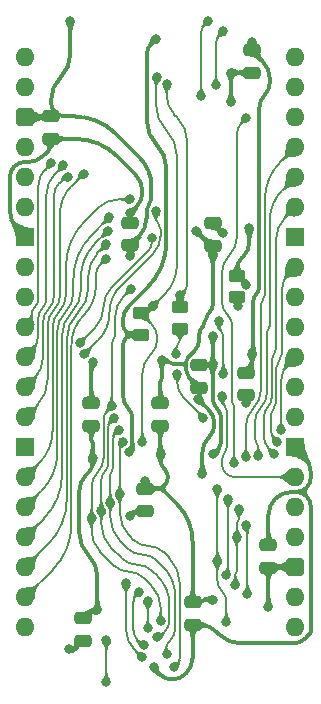
<source format=gbl>
%TF.GenerationSoftware,KiCad,Pcbnew,9.0.2*%
%TF.CreationDate,2025-06-15T15:40:31+02:00*%
%TF.ProjectId,HCP65 Coprocessor,48435036-3520-4436-9f70-726f63657373,V0*%
%TF.SameCoordinates,Original*%
%TF.FileFunction,Copper,L2,Bot*%
%TF.FilePolarity,Positive*%
%FSLAX46Y46*%
G04 Gerber Fmt 4.6, Leading zero omitted, Abs format (unit mm)*
G04 Created by KiCad (PCBNEW 9.0.2) date 2025-06-15 15:40:31*
%MOMM*%
%LPD*%
G01*
G04 APERTURE LIST*
G04 Aperture macros list*
%AMRoundRect*
0 Rectangle with rounded corners*
0 $1 Rounding radius*
0 $2 $3 $4 $5 $6 $7 $8 $9 X,Y pos of 4 corners*
0 Add a 4 corners polygon primitive as box body*
4,1,4,$2,$3,$4,$5,$6,$7,$8,$9,$2,$3,0*
0 Add four circle primitives for the rounded corners*
1,1,$1+$1,$2,$3*
1,1,$1+$1,$4,$5*
1,1,$1+$1,$6,$7*
1,1,$1+$1,$8,$9*
0 Add four rect primitives between the rounded corners*
20,1,$1+$1,$2,$3,$4,$5,0*
20,1,$1+$1,$4,$5,$6,$7,0*
20,1,$1+$1,$6,$7,$8,$9,0*
20,1,$1+$1,$8,$9,$2,$3,0*%
G04 Aperture macros list end*
%TA.AperFunction,ComponentPad*%
%ADD10O,1.600000X1.600000*%
%TD*%
%TA.AperFunction,ComponentPad*%
%ADD11R,1.600000X1.600000*%
%TD*%
%TA.AperFunction,ComponentPad*%
%ADD12RoundRect,0.400000X-0.400000X-0.400000X0.400000X-0.400000X0.400000X0.400000X-0.400000X0.400000X0*%
%TD*%
%TA.AperFunction,SMDPad,CuDef*%
%ADD13RoundRect,0.250000X-0.475000X0.250000X-0.475000X-0.250000X0.475000X-0.250000X0.475000X0.250000X0*%
%TD*%
%TA.AperFunction,SMDPad,CuDef*%
%ADD14RoundRect,0.250000X0.475000X-0.250000X0.475000X0.250000X-0.475000X0.250000X-0.475000X-0.250000X0*%
%TD*%
%TA.AperFunction,SMDPad,CuDef*%
%ADD15RoundRect,0.250000X0.450000X-0.262500X0.450000X0.262500X-0.450000X0.262500X-0.450000X-0.262500X0*%
%TD*%
%TA.AperFunction,ViaPad*%
%ADD16C,0.800000*%
%TD*%
%TA.AperFunction,Conductor*%
%ADD17C,0.380000*%
%TD*%
%TA.AperFunction,Conductor*%
%ADD18C,0.200000*%
%TD*%
G04 APERTURE END LIST*
D10*
%TO.P,J3,40,Pin_40*%
%TO.N,~{RD}*%
X22860000Y0D03*
%TO.P,J3,39,Pin_39*%
%TO.N,~{WD}*%
X22860000Y-2540000D03*
%TO.P,J3,38,Pin_38*%
%TO.N,DE*%
X22860000Y-5080000D03*
%TO.P,J3,37,Pin_37*%
%TO.N,D0*%
X22860000Y-7620000D03*
%TO.P,J3,36,Pin_36*%
%TO.N,D1*%
X22860000Y-10160000D03*
%TO.P,J3,35,Pin_35*%
%TO.N,D2*%
X22860000Y-12700000D03*
D11*
%TO.P,J3,34,Pin_34*%
%TO.N,GND*%
X22860000Y-15240000D03*
D10*
%TO.P,J3,33,Pin_33*%
%TO.N,D3*%
X22860000Y-17780000D03*
%TO.P,J3,32,Pin_32*%
%TO.N,D4*%
X22860000Y-20320000D03*
%TO.P,J3,31,Pin_31*%
%TO.N,D5*%
X22860000Y-22860000D03*
%TO.P,J3,30,Pin_30*%
%TO.N,D6*%
X22860000Y-25400000D03*
%TO.P,J3,29,Pin_29*%
%TO.N,D7*%
X22860000Y-27940000D03*
%TO.P,J3,28,Pin_28*%
%TO.N,~{Reset}*%
X22860000Y-30480000D03*
D11*
%TO.P,J3,27,Pin_27*%
%TO.N,GND*%
X22860000Y-33020000D03*
D10*
%TO.P,J3,26,Pin_26*%
%TO.N,PHI2*%
X22860000Y-35560000D03*
%TO.P,J3,25,Pin_25*%
%TO.N,BA3*%
X22860000Y-38100000D03*
%TO.P,J3,24,Pin_24*%
%TO.N,BA2*%
X22860000Y-40640000D03*
D12*
%TO.P,J3,23,Pin_23*%
%TO.N,5V*%
X22860000Y-43180000D03*
D10*
%TO.P,J3,22,Pin_22*%
%TO.N,BA1*%
X22860000Y-45720000D03*
%TO.P,J3,21,Pin_21*%
%TO.N,BA0*%
X22860000Y-48260000D03*
%TO.P,J3,20,Pin_20*%
%TO.N,Bank Latch*%
X0Y-48260000D03*
%TO.P,J3,19,Pin_19*%
%TO.N,A15*%
X0Y-45720000D03*
%TO.P,J3,18,Pin_18*%
%TO.N,A14*%
X0Y-43180000D03*
%TO.P,J3,17,Pin_17*%
%TO.N,A13*%
X0Y-40640000D03*
%TO.P,J3,16,Pin_16*%
%TO.N,A12*%
X0Y-38100000D03*
%TO.P,J3,15,Pin_15*%
%TO.N,A11*%
X0Y-35560000D03*
D11*
%TO.P,J3,14,Pin_14*%
%TO.N,GND*%
X0Y-33020000D03*
D10*
%TO.P,J3,13,Pin_13*%
%TO.N,A10*%
X0Y-30480000D03*
%TO.P,J3,12,Pin_12*%
%TO.N,A9*%
X0Y-27940000D03*
%TO.P,J3,11,Pin_11*%
%TO.N,A8*%
X0Y-25400000D03*
%TO.P,J3,10,Pin_10*%
%TO.N,A7*%
X0Y-22860000D03*
%TO.P,J3,9,Pin_9*%
%TO.N,A6*%
X0Y-20320000D03*
%TO.P,J3,8,Pin_8*%
%TO.N,A5*%
X0Y-17780000D03*
D11*
%TO.P,J3,7,Pin_7*%
%TO.N,GND*%
X0Y-15240000D03*
D10*
%TO.P,J3,6,Pin_6*%
%TO.N,A4*%
X0Y-12700000D03*
%TO.P,J3,5,Pin_5*%
%TO.N,A3*%
X0Y-10160000D03*
%TO.P,J3,4,Pin_4*%
%TO.N,A2*%
X0Y-7620000D03*
D12*
%TO.P,J3,3,Pin_3*%
%TO.N,5V*%
X0Y-5080000D03*
D10*
%TO.P,J3,2,Pin_2*%
%TO.N,A1*%
X0Y-2540000D03*
%TO.P,J3,1,Pin_1*%
%TO.N,A0*%
X0Y0D03*
%TD*%
D13*
%TO.P,C6,1*%
%TO.N,/3.3V*%
X18669000Y-26752000D03*
%TO.P,C6,2*%
%TO.N,GND*%
X18669000Y-28652000D03*
%TD*%
D14*
%TO.P,C3,1*%
%TO.N,5V*%
X11430000Y-31205000D03*
%TO.P,C3,2*%
%TO.N,GND*%
X11430000Y-29305000D03*
%TD*%
D13*
%TO.P,C18,1*%
%TO.N,5V*%
X14153000Y-46172000D03*
%TO.P,C18,2*%
%TO.N,GND*%
X14153000Y-48072000D03*
%TD*%
D14*
%TO.P,C4,1*%
%TO.N,5V*%
X8890000Y-15920000D03*
%TO.P,C4,2*%
%TO.N,GND*%
X8890000Y-14020000D03*
%TD*%
%TO.P,C20,1*%
%TO.N,5V*%
X20574000Y-43225000D03*
%TO.P,C20,2*%
%TO.N,GND*%
X20574000Y-41325000D03*
%TD*%
D13*
%TO.P,C2,1*%
%TO.N,5V*%
X15875000Y-14097000D03*
%TO.P,C2,2*%
%TO.N,GND*%
X15875000Y-15997000D03*
%TD*%
%TO.P,C19,1*%
%TO.N,/3.3V*%
X4846000Y-47514000D03*
%TO.P,C19,2*%
%TO.N,GND*%
X4846000Y-49414000D03*
%TD*%
%TO.P,C17,1*%
%TO.N,5V*%
X10143000Y-36535000D03*
%TO.P,C17,2*%
%TO.N,GND*%
X10143000Y-38435000D03*
%TD*%
%TO.P,C5,1*%
%TO.N,5V*%
X14732000Y-26117000D03*
%TO.P,C5,2*%
%TO.N,GND*%
X14732000Y-28017000D03*
%TD*%
D14*
%TO.P,C1,1*%
%TO.N,/3.3V*%
X5588000Y-31205000D03*
%TO.P,C1,2*%
%TO.N,GND*%
X5588000Y-29305000D03*
%TD*%
D13*
%TO.P,C21,1*%
%TO.N,5V*%
X2159000Y-5035000D03*
%TO.P,C21,2*%
%TO.N,GND*%
X2159000Y-6935000D03*
%TD*%
%TO.P,C14,1*%
%TO.N,/3.3V*%
X19177000Y553000D03*
%TO.P,C14,2*%
%TO.N,GND*%
X19177000Y-1347000D03*
%TD*%
D15*
%TO.P,R1,1*%
%TO.N,Net-(IC2-RDY)*%
X17917000Y-20343500D03*
%TO.P,R1,2*%
%TO.N,5V*%
X17917000Y-18518500D03*
%TD*%
%TO.P,R4,1*%
%TO.N,/3.3V*%
X9789000Y-23518500D03*
%TO.P,R4,2*%
%TO.N,/R~{W}*%
X9789000Y-21693500D03*
%TD*%
%TO.P,R3,1*%
%TO.N,/PHI2_{5V}T*%
X13091000Y-23010500D03*
%TO.P,R3,2*%
%TO.N,/PHI2_{5V}*%
X13091000Y-21185500D03*
%TD*%
D16*
%TO.N,D0*%
X18661597Y-33878655D03*
%TO.N,D1*%
X19705089Y-33761911D03*
%TO.N,D2*%
X21034196Y-33576825D03*
%TO.N,A5*%
X4605283Y-24207944D03*
%TO.N,GND*%
X5754757Y-25806760D03*
%TO.N,A6*%
X4998244Y-25153145D03*
%TO.N,/3.3V*%
X8811088Y-33453349D03*
%TO.N,5V*%
X15906639Y-33618567D03*
X15875000Y-23622000D03*
X20574000Y-46609000D03*
%TO.N,GND*%
X10922000Y-51689000D03*
%TO.N,5V*%
X15875000Y-45974000D03*
%TO.N,GND*%
X3683000Y-50165000D03*
%TO.N,/3.3V*%
X6096000Y-46863000D03*
%TO.N,GND*%
X18669000Y-29337000D03*
%TO.N,/3.3V*%
X19189000Y-25123597D03*
%TO.N,/PHI2_{5V}T*%
X12763740Y-25179967D03*
%TO.N,5V*%
X3810000Y3048000D03*
%TO.N,GND*%
X14986000Y-35306000D03*
%TO.N,/R~{W}*%
X9906000Y-32639000D03*
%TO.N,D3*%
X21340465Y-32572482D03*
%TO.N,5V*%
X10160000Y-35892000D03*
%TO.N,GND*%
X8822498Y-38862000D03*
%TO.N,5V*%
X18952000Y-14517874D03*
X18707786Y-19266785D03*
%TO.N,GND*%
X15875000Y-16764000D03*
%TO.N,DE*%
X18669000Y-5207000D03*
X17653000Y-34417000D03*
%TO.N,/3.3V*%
X11049000Y1531000D03*
%TO.N,GND*%
X11557000Y-25654000D03*
%TO.N,5V*%
X11446999Y-33604002D03*
%TO.N,/3.3V*%
X5680999Y-33983999D03*
X19181001Y1270000D03*
%TO.N,/PHI2_{5V}*%
X12001691Y-2290816D03*
X13081000Y-20193000D03*
%TO.N,/R~{W}*%
X11127000Y-1709938D03*
%TO.N,GND*%
X14478000Y-14732000D03*
%TO.N,5V*%
X16700500Y-14922500D03*
%TO.N,GND*%
X8890000Y-13208000D03*
%TO.N,/R~{W}*%
X10795000Y-21082000D03*
%TO.N,5V*%
X8890000Y-16891000D03*
%TO.N,/D3_{65}*%
X8953500Y-19621500D03*
%TO.N,A5*%
X10709169Y-15289000D03*
%TO.N,A6*%
X11098000Y-13060223D03*
%TO.N,Net-(IC2-RDY)*%
X18034000Y-21082000D03*
%TO.N,D6*%
X21638786Y-31607247D03*
%TO.N,~{Reset}*%
X12805464Y-26859967D03*
X15059120Y-30591380D03*
%TO.N,PHI2*%
X16663765Y-28739759D03*
%TO.N,GND*%
X14605000Y-28956000D03*
%TO.N,5V*%
X15875000Y-26035000D03*
%TO.N,/~{RES}_{5V}*%
X16760139Y-26817000D03*
X16383000Y-22352000D03*
%TO.N,GND*%
X17399000Y-1326000D03*
X17399000Y-3810000D03*
%TO.N,~{WD}*%
X16129000Y-2413000D03*
X16767543Y2159001D03*
%TO.N,~{RD}*%
X15494000Y3048000D03*
X14859000Y-3302000D03*
%TO.N,A7*%
X2176441Y-9011032D03*
%TO.N,A8*%
X3217720Y-9170000D03*
%TO.N,A9*%
X3598214Y-10148636D03*
%TO.N,/D3_{65}*%
X7301862Y-29577532D03*
%TO.N,/D2_{65}*%
X7517694Y-30605112D03*
%TO.N,/D1_{65}*%
X7945045Y-31564214D03*
%TO.N,/D0_{65}*%
X8240836Y-32571693D03*
%TO.N,A10*%
X4928017Y-9881017D03*
%TO.N,A11*%
X8890000Y-12065000D03*
%TO.N,A12*%
X7112000Y-13589000D03*
%TO.N,A13*%
X6985000Y-14732000D03*
%TO.N,A14*%
X6858480Y-15874520D03*
%TO.N,A15*%
X6797119Y-17078881D03*
%TO.N,BA0*%
X17018000Y-47879000D03*
%TO.N,BA2*%
X17919000Y-40640000D03*
%TO.N,Net-(IC11-Y)*%
X6858000Y-52959000D03*
X6858000Y-49403000D03*
%TO.N,BA2*%
X10397972Y-48387000D03*
%TO.N,BA3*%
X18796000Y-45466000D03*
X18669000Y-39624000D03*
%TO.N,BA2*%
X10359895Y-46053025D03*
X17780000Y-44704000D03*
X18090034Y-38276800D03*
%TO.N,BA1*%
X9647972Y-45281228D03*
X10033000Y-49783348D03*
X17145000Y-37465000D03*
X17006000Y-43869709D03*
%TO.N,BA0*%
X9906000Y-50842000D03*
X8509000Y-44577000D03*
X16256000Y-36576000D03*
X16256000Y-42672000D03*
%TO.N,/D3_{65}*%
X11449000Y-47782000D03*
X5596868Y-39044588D03*
%TO.N,/D2_{65}*%
X6425487Y-38399688D03*
%TO.N,/D1_{65}*%
X7179197Y-37722000D03*
%TO.N,/D0_{65}*%
X7982614Y-36992606D03*
%TO.N,/D2_{65}*%
X11169270Y-49099253D03*
%TO.N,/D1_{65}*%
X11963951Y-50584773D03*
%TO.N,/D0_{65}*%
X12573000Y-51682000D03*
%TD*%
D17*
%TO.N,/3.3V*%
X8667853Y-29680817D02*
G75*
G02*
X9062725Y-30634076I-953253J-953283D01*
G01*
X8854376Y-33287623D02*
G75*
G03*
X8811114Y-33392130I104524J-104477D01*
G01*
X5680999Y-34408000D02*
G75*
G02*
X5381179Y-35131809I-1023599J0D01*
G01*
X8529750Y-23775250D02*
G75*
G03*
X8273000Y-24395099I619850J-619850D01*
G01*
X9062706Y-32901373D02*
G75*
G02*
X8936904Y-33205110I-429506J-27D01*
G01*
X5588000Y-32446239D02*
G75*
G03*
X5634510Y-32558488I158800J39D01*
G01*
X5796500Y-46863000D02*
G75*
G03*
X5285213Y-47074770I0J-723100D01*
G01*
X11112500Y-7429500D02*
G75*
G02*
X11937996Y-9422433I-1992940J-1992930D01*
G01*
X8273000Y-28727557D02*
G75*
G03*
X8667852Y-29680818I1348110J-3D01*
G01*
X4572000Y-40324369D02*
G75*
G03*
X5334000Y-42164000I2601630J-1D01*
G01*
X10668000Y1150000D02*
G75*
G03*
X10287006Y230184I919800J-919800D01*
G01*
X5334000Y-42164000D02*
G75*
G02*
X6096000Y-44003630I-1839630J-1839630D01*
G01*
X19189000Y-25864304D02*
G75*
G02*
X18928999Y-26491999I-887700J4D01*
G01*
X20246500Y-3248500D02*
G75*
G03*
X19791983Y-4345760I1097300J-1097300D01*
G01*
X5634499Y-32558499D02*
G75*
G02*
X5681016Y-32670759I-112299J-112301D01*
G01*
X10287000Y-5436566D02*
G75*
G03*
X11112499Y-7429501I2818430J-4D01*
G01*
X5126499Y-35386500D02*
G75*
G03*
X4571992Y-36725180I1338701J-1338700D01*
G01*
X11938000Y-15653036D02*
G75*
G02*
X10344204Y-19500790I-5441550J6D01*
G01*
X8529750Y-23775250D02*
G75*
G03*
X8529750Y-23261750I-256750J256750D01*
G01*
X9149599Y-23518500D02*
G75*
G03*
X8529750Y-23775250I1J-876600D01*
G01*
X8529750Y-23261750D02*
G75*
G03*
X9149599Y-23518500I619850J619850D01*
G01*
X20056472Y-326472D02*
G75*
G02*
X20700987Y-1882500I-1556072J-1556028D01*
G01*
X19792000Y-19465252D02*
G75*
G02*
X19539878Y-20073878I-860800J52D01*
G01*
X20701000Y-2151239D02*
G75*
G02*
X20246502Y-3248502I-1551770J-1D01*
G01*
X8748914Y-21096085D02*
G75*
G03*
X8254991Y-22288500I1192386J-1192415D01*
G01*
X19539893Y-20073893D02*
G75*
G03*
X19287800Y-20682533I608607J-608607D01*
G01*
X19287786Y-24954958D02*
G75*
G02*
X19238424Y-25074234I-168686J-42D01*
G01*
X8255000Y-22611172D02*
G75*
G03*
X8520751Y-23252749I907330J2D01*
G01*
%TO.N,GND*%
X13780073Y-25430488D02*
G75*
G03*
X13588996Y-25891781I461327J-461312D01*
G01*
X13589000Y-26262432D02*
G75*
G03*
X13518006Y-26090960I-242500J32D01*
G01*
X13517983Y-26090983D02*
G75*
G03*
X13588978Y-26061567I29417J29383D01*
G01*
X9906000Y-11473579D02*
G75*
G02*
X9398000Y-12700000I-1734420J-1D01*
G01*
X22907888Y-36830000D02*
G75*
G03*
X23803168Y-36459168I12J1266100D01*
G01*
X23803164Y-37200835D02*
G75*
G03*
X22907888Y-36830005I-895264J-895265D01*
G01*
X23803164Y-36459164D02*
G75*
G03*
X23803163Y-37200835I370836J-370836D01*
G01*
X9551432Y-38435000D02*
G75*
G03*
X9035989Y-38648491I-32J-728900D01*
G01*
X15496335Y-32255664D02*
G75*
G03*
X14986017Y-33487723I1232065J-1232036D01*
G01*
X14444914Y-27729914D02*
G75*
G02*
X14731991Y-28423000I-693114J-693086D01*
G01*
X4240663Y-50019336D02*
G75*
G02*
X3889000Y-50165007I-351663J351636D01*
G01*
X11493500Y-27368500D02*
G75*
G03*
X11430001Y-27521802I153300J-153300D01*
G01*
X2159000Y-7341000D02*
G75*
G02*
X1871911Y-8034082I-980180J10D01*
G01*
X13589000Y-26490523D02*
G75*
G03*
X13675223Y-26698627I294300J23D01*
G01*
X15240000Y-22288500D02*
G75*
G02*
X15015491Y-22830504I-766500J0D01*
G01*
X15516059Y-29867059D02*
G75*
G02*
X16006665Y-31051500I-1184459J-1184441D01*
G01*
X24174000Y-35563888D02*
G75*
G02*
X23803168Y-36459168I-1266100J-12D01*
G01*
X23803164Y-37200835D02*
G75*
G02*
X24173995Y-38096111I-895264J-895265D01*
G01*
X16006671Y-31051500D02*
G75*
G02*
X15516064Y-32235945I-1675071J0D01*
G01*
X14732000Y-23796281D02*
G75*
G02*
X14249570Y-24961023I-1647200J-19D01*
G01*
X7764064Y-8399064D02*
G75*
G03*
X4229500Y-6934997I-3534564J-3534556D01*
G01*
X-47888Y-8890000D02*
G75*
G03*
X-943164Y-9260835I-4J-1266102D01*
G01*
X11366500Y-52260500D02*
G75*
G03*
X12439617Y-52704993I1073100J1073100D01*
G01*
X2565000Y-6935000D02*
G75*
G03*
X2159000Y-7341000I0J-406000D01*
G01*
X12093051Y-25794018D02*
G75*
G03*
X11755016Y-25654002I-338051J-338082D01*
G01*
X21145500Y-37401500D02*
G75*
G03*
X20574010Y-38781223I1379700J-1379700D01*
G01*
X-943164Y-9260835D02*
G75*
G03*
X-1314000Y-10156111I895284J-895280D01*
G01*
X5671378Y-25890138D02*
G75*
G03*
X5588030Y-26091432I201322J-201262D01*
G01*
X24172832Y-48712561D02*
G75*
G02*
X24133789Y-48804056I-133432J2861D01*
G01*
X13517983Y-26090983D02*
G75*
G03*
X13346534Y-26019933I-171483J-171417D01*
G01*
X11557000Y-27215197D02*
G75*
G02*
X11493501Y-27368501I-216800J-3D01*
G01*
X13530012Y-52255987D02*
G75*
G02*
X12446000Y-52705007I-1084012J1083987D01*
G01*
X16057449Y-48569449D02*
G75*
G03*
X14856500Y-48072000I-1200949J-1200951D01*
G01*
X9322283Y-9957283D02*
G75*
G02*
X9906010Y-11366500I-1409183J-1409217D01*
G01*
X14986000Y-22860000D02*
G75*
G03*
X14732004Y-23473210I613200J-613200D01*
G01*
X23726235Y-49211570D02*
G75*
G02*
X22650873Y-49656978I-1075335J1075370D01*
G01*
X16352500Y-48864500D02*
G75*
G03*
X18265764Y-49657015I1913300J1913300D01*
G01*
X10922000Y-51752500D02*
G75*
G03*
X10966902Y-51860900I153300J0D01*
G01*
X17409500Y-1336500D02*
G75*
G03*
X17434849Y-1346980I25300J25300D01*
G01*
X13761413Y-26915632D02*
G75*
G03*
X13853915Y-27138863I315687J32D01*
G01*
X12136016Y-25836983D02*
G75*
G03*
X12577777Y-26019976I441784J441783D01*
G01*
X-1314000Y-12996861D02*
G75*
G03*
X-656999Y-14583000I2243140J1D01*
G01*
X13675206Y-26698644D02*
G75*
G02*
X13761442Y-26906765I-208106J-208156D01*
G01*
X14732000Y-28739197D02*
G75*
G02*
X14668501Y-28892501I-216800J-3D01*
G01*
X22525223Y-36830000D02*
G75*
G03*
X21145493Y-37401493I-23J-1951200D01*
G01*
X1577559Y-8328440D02*
G75*
G02*
X221835Y-8890001I-1355729J1355730D01*
G01*
X15875000Y-20886987D02*
G75*
G02*
X15557504Y-21653504I-1084000J-13D01*
G01*
X14856500Y-48072000D02*
G75*
G03*
X14153000Y-48775500I0J-703500D01*
G01*
X24174000Y-48605388D02*
G75*
G02*
X24172832Y-48712561I-4934400J188D01*
G01*
X14153000Y-50874981D02*
G75*
G02*
X13617000Y-52169000I-1830020J1D01*
G01*
X15464506Y-21746493D02*
G75*
G03*
X15239996Y-22288500I541994J-542007D01*
G01*
X23553751Y-33713751D02*
G75*
G02*
X24174014Y-35211164I-1497451J-1497449D01*
G01*
X13589000Y-26061567D02*
X13589000Y-26262432D01*
X18669000Y-29059500D02*
X18669000Y-29244500D01*
%TO.N,5V*%
X14153000Y-45791000D02*
G75*
G03*
X14534000Y-46172000I381000J0D01*
G01*
X11446999Y-34124006D02*
G75*
G03*
X11756001Y-34869997I1055001J6D01*
G01*
X10258000Y-13632141D02*
G75*
G02*
X9607562Y-15202438I-2220740J1D01*
G01*
X15014000Y-46073000D02*
G75*
G02*
X14774992Y-46171997I-239000J239000D01*
G01*
X15861500Y-26048500D02*
G75*
G03*
X15847997Y-26081091I32600J-32600D01*
G01*
X11430000Y-33574982D02*
G75*
G03*
X11438494Y-33595507I29000J-18D01*
G01*
X18952000Y-15651144D02*
G75*
G02*
X18434499Y-16900499I-1766860J4D01*
G01*
X18306085Y-17028914D02*
G75*
G03*
X17917028Y-17968250I939315J-939286D01*
G01*
X16217335Y-29748091D02*
G75*
G02*
X16586644Y-30639746I-891635J-891609D01*
G01*
X7598931Y-6455931D02*
G75*
G03*
X4168500Y-5034999I-3430431J-3430429D01*
G01*
X15834000Y-26076000D02*
G75*
G02*
X15735017Y-26117007I-99000J99000D01*
G01*
X3810000Y278433D02*
G75*
G02*
X2984500Y-1714500I-2818441J4D01*
G01*
X10668000Y-12012369D02*
G75*
G02*
X10463013Y-12507296I-699900J-31D01*
G01*
X11127798Y-36535000D02*
G75*
G03*
X11790500Y-36260500I2J937200D01*
G01*
X11790500Y-36809500D02*
G75*
G03*
X11127798Y-36535001I-662700J-662700D01*
G01*
X11790500Y-36260500D02*
G75*
G03*
X11790500Y-36809500I274500J-274500D01*
G01*
X15253007Y-45974000D02*
G75*
G03*
X15013998Y-46072998I-7J-338000D01*
G01*
X2984500Y-1714500D02*
G75*
G03*
X2159001Y-3707433I1992930J-1992930D01*
G01*
X9686082Y-8543082D02*
G75*
G02*
X10667998Y-10913641I-2370562J-2370558D01*
G01*
X10463000Y-12507283D02*
G75*
G03*
X10257994Y-13002196I494900J-494917D01*
G01*
X2159000Y-3787500D02*
G75*
G03*
X3406500Y-5035000I1247500J0D01*
G01*
X10151500Y-35900500D02*
G75*
G03*
X10143009Y-35921020I20500J-20500D01*
G01*
X9233300Y-15576699D02*
G75*
G03*
X8889999Y-16405500I828800J-828801D01*
G01*
X15848000Y-28856436D02*
G75*
G03*
X16217333Y-29748093I1260990J-4D01*
G01*
X12834500Y-37853500D02*
G75*
G02*
X14153000Y-41036640I-3183140J-3183140D01*
G01*
X12065000Y-35597798D02*
G75*
G02*
X11790500Y-36260500I-937200J-2D01*
G01*
X10143000Y-36222000D02*
G75*
G03*
X10456000Y-36535000I313000J0D01*
G01*
X16586671Y-32457679D02*
G75*
G02*
X16246662Y-33278558I-1160871J-21D01*
G01*
X11779682Y-34893682D02*
G75*
G02*
X12065010Y-35582500I-688782J-688818D01*
G01*
X18689152Y-19195447D02*
G75*
G02*
X18707772Y-19240433I-44952J-44953D01*
G01*
D18*
%TO.N,/PHI2_{5V}T*%
X12927370Y-24293630D02*
G75*
G03*
X12763715Y-24688667I395030J-395070D01*
G01*
X13091000Y-23898592D02*
G75*
G02*
X12927381Y-24293641I-558700J-8D01*
G01*
%TO.N,/R~{W}*%
X10625340Y-22529840D02*
G75*
G02*
X11176000Y-23859250I-1329410J-1329410D01*
G01*
X11096497Y-1740440D02*
G75*
G03*
X11065969Y-1814080I73603J-73660D01*
G01*
X11176000Y-23859250D02*
G75*
G02*
X10625341Y-25188660I-1880070J0D01*
G01*
X10541000Y-25273000D02*
G75*
G03*
X9906011Y-26806025I1533000J-1533000D01*
G01*
X12827000Y-17613159D02*
G75*
G02*
X11811002Y-20066002I-3468850J-1D01*
G01*
X11065995Y-4105776D02*
G75*
G03*
X11946495Y-6231499I3006225J-4D01*
G01*
X11946497Y-6231497D02*
G75*
G02*
X12826994Y-8357218I-2125697J-2125703D01*
G01*
%TO.N,~{WD}*%
X16448271Y1839729D02*
G75*
G03*
X16128983Y1068939I770829J-770829D01*
G01*
%TO.N,~{RD}*%
X15176500Y2730500D02*
G75*
G03*
X14859005Y1963987I766500J-766500D01*
G01*
%TO.N,BA3*%
X18732500Y-39687500D02*
G75*
G02*
X18795999Y-39840802I-153300J-153300D01*
G01*
%TO.N,BA0*%
X16637000Y-45212000D02*
G75*
G02*
X17017994Y-46131815I-919800J-919800D01*
G01*
X8509000Y-48457171D02*
G75*
G03*
X9207501Y-50143499I2384830J1D01*
G01*
X16256000Y-44292184D02*
G75*
G03*
X16636995Y-45212005I1300800J-16D01*
G01*
%TO.N,BA1*%
X9144000Y-48505629D02*
G75*
G03*
X9518237Y-49409111I1277710J-1D01*
G01*
X9395986Y-45533214D02*
G75*
G03*
X9143963Y-46141562I608314J-608386D01*
G01*
X17145000Y-43632421D02*
G75*
G02*
X17075492Y-43800201I-237300J21D01*
G01*
X9842785Y-49733663D02*
G75*
G03*
X9962735Y-49783319I119915J119963D01*
G01*
%TO.N,BA2*%
X17895000Y-43536343D02*
G75*
G02*
X17837475Y-43675136I-196300J43D01*
G01*
X18090034Y-39078026D02*
G75*
G02*
X18004516Y-39284482I-292034J26D01*
G01*
X10359895Y-48321998D02*
G75*
G03*
X10378932Y-48367962I65005J-2D01*
G01*
X17907000Y-40652000D02*
G75*
G03*
X17894988Y-40680970I29000J-29000D01*
G01*
X17837500Y-43675161D02*
G75*
G03*
X17779980Y-43813978I138800J-138839D01*
G01*
X18004517Y-39284483D02*
G75*
G03*
X17919036Y-39490939I206483J-206417D01*
G01*
%TO.N,DE*%
X17081500Y-21780500D02*
G75*
G02*
X17525993Y-22853617I-1073100J-1073100D01*
G01*
X16637000Y-20707382D02*
G75*
G03*
X17081495Y-21780505I1517600J-18D01*
G01*
X17526000Y-29247197D02*
G75*
G03*
X17589499Y-29400501I216800J-3D01*
G01*
X18288000Y-5588000D02*
G75*
G03*
X17907006Y-6507815I919800J-919800D01*
G01*
X17907000Y-15230974D02*
G75*
G02*
X17272001Y-16764001I-2168040J4D01*
G01*
X17272000Y-16764000D02*
G75*
G03*
X16637011Y-18297025I1533000J-1533000D01*
G01*
X17589500Y-29400500D02*
G75*
G02*
X17652999Y-29553802I-153300J-153300D01*
G01*
%TO.N,/~{RES}_{5V}*%
X16383000Y-22720322D02*
G75*
G03*
X16571584Y-23175554I643800J22D01*
G01*
X16571569Y-23175569D02*
G75*
G02*
X16760121Y-23630816I-455269J-455231D01*
G01*
%TO.N,/PHI2_{5V}*%
X12837452Y-5090452D02*
G75*
G02*
X13716004Y-7211453I-2121002J-2121008D01*
G01*
X11980298Y-2312209D02*
G75*
G03*
X11958861Y-2363856I51602J-51691D01*
G01*
X11958905Y-3272753D02*
G75*
G03*
X12622983Y-4875987I2267305J-7D01*
G01*
X13716000Y-19108987D02*
G75*
G02*
X13398504Y-19875504I-1084000J-13D01*
G01*
%TO.N,A15*%
X5969000Y-19367500D02*
G75*
G02*
X4936271Y-21860729I-3525960J0D01*
G01*
X6383059Y-17492940D02*
G75*
G03*
X5968981Y-18492568I999641J-999660D01*
G01*
X3901001Y-39565035D02*
G75*
G02*
X2307208Y-43412791I-5441559J4D01*
G01*
X4935000Y-21861999D02*
G75*
G03*
X3900998Y-24358295I2496300J-2496301D01*
G01*
%TO.N,A14*%
X3500999Y-37425037D02*
G75*
G02*
X1907206Y-41272793I-5441559J4D01*
G01*
X6096240Y-16636760D02*
G75*
G03*
X5333997Y-18476970I1840200J-1840210D01*
G01*
X4417499Y-21686814D02*
G75*
G03*
X3500998Y-23899442I2212621J-2212626D01*
G01*
X5334000Y-19474186D02*
G75*
G02*
X4417499Y-21686814I-3129132J2D01*
G01*
%TO.N,A13*%
X3899999Y-21638628D02*
G75*
G03*
X3101001Y-23567586I1928951J-1928952D01*
G01*
X4699000Y-19709670D02*
G75*
G02*
X3900000Y-21638629I-2727960J0D01*
G01*
X3100999Y-35346263D02*
G75*
G02*
X1550499Y-39089500I-5293739J1D01*
G01*
X5842000Y-15875000D02*
G75*
G03*
X4699003Y-18634446I2759440J-2759440D01*
G01*
%TO.N,A12*%
X3382499Y-21590442D02*
G75*
G03*
X2700999Y-23235730I1645291J-1645288D01*
G01*
X5574359Y-15126640D02*
G75*
G03*
X4064000Y-18772971I3646331J-3646330D01*
G01*
X2700999Y-33489106D02*
G75*
G02*
X1350499Y-36749500I-4610900J3D01*
G01*
X4064000Y-19945154D02*
G75*
G02*
X3382500Y-21590443I-2326800J4D01*
G01*
%TO.N,A11*%
X2864999Y-21542256D02*
G75*
G03*
X2300999Y-22903874I1361611J-1361614D01*
G01*
X7874000Y-12065000D02*
G75*
G03*
X6139588Y-12783429I0J-2452800D01*
G01*
X3429000Y-20180638D02*
G75*
G02*
X2864998Y-21542255I-1925630J8D01*
G01*
X2300999Y-31631949D02*
G75*
G02*
X1150499Y-34409500I-3928062J5D01*
G01*
X5022792Y-13900207D02*
G75*
G03*
X3429002Y-17747963I3847758J-3847753D01*
G01*
%TO.N,A10*%
X2410999Y-21430570D02*
G75*
G03*
X1900996Y-22661820I1231241J-1231250D01*
G01*
X1900999Y-27234791D02*
G75*
G02*
X950499Y-29529500I-3245212J2D01*
G01*
X2921000Y-20199320D02*
G75*
G02*
X2410999Y-21430570I-1741250J0D01*
G01*
X3924508Y-10884525D02*
G75*
G03*
X2921008Y-13307209I2422692J-2422675D01*
G01*
%TO.N,A9*%
X2413000Y-20218001D02*
G75*
G02*
X1957002Y-21318887I-1556900J1D01*
G01*
X1500999Y-25377634D02*
G75*
G02*
X750499Y-27189500I-2562368J2D01*
G01*
X2894590Y-10630226D02*
G75*
G03*
X2413001Y-11792890I1162670J-1162664D01*
G01*
X1956999Y-21318884D02*
G75*
G03*
X1501003Y-22419767I1100881J-1100876D01*
G01*
X3487198Y-10148636D02*
G75*
G03*
X3297693Y-10227148I2J-267964D01*
G01*
%TO.N,A8*%
X1778000Y-20453486D02*
G75*
G02*
X1439499Y-21270698I-1155716J2D01*
G01*
X1439499Y-21270698D02*
G75*
G03*
X1101003Y-22087910I817201J-817202D01*
G01*
X2497860Y-9889860D02*
G75*
G03*
X1778002Y-11627755I1737890J-1737890D01*
G01*
X1100999Y-23520477D02*
G75*
G02*
X550499Y-24849500I-1879530J4D01*
G01*
%TO.N,A7*%
X1638720Y-9548752D02*
G75*
G03*
X1100999Y-10846924I1298160J-1298168D01*
G01*
X804500Y-21166500D02*
G75*
G03*
X508006Y-21882314I715800J-715800D01*
G01*
X1101000Y-20450685D02*
G75*
G02*
X804500Y-21166500I-1012319J1D01*
G01*
X508000Y-21992789D02*
G75*
G02*
X254000Y-22606000I-867220J3D01*
G01*
%TO.N,A6*%
X11098000Y-13763755D02*
G75*
G03*
X11269987Y-14179013I587200J-45D01*
G01*
X8073449Y-19358550D02*
G75*
G03*
X7111997Y-21679694I2321151J-2321150D01*
G01*
X7112000Y-21679694D02*
G75*
G02*
X6150550Y-24000838I-3282600J4D01*
G01*
X11442000Y-15170500D02*
G75*
G02*
X10862536Y-16569485I-1978500J0D01*
G01*
X11270000Y-14179000D02*
G75*
G02*
X11441981Y-14594244I-415200J-415200D01*
G01*
%TO.N,A5*%
X10709169Y-15688415D02*
G75*
G02*
X10426731Y-16370252I-964269J15D01*
G01*
X6604000Y-21201113D02*
G75*
G02*
X5891157Y-22922071I-2433810J3D01*
G01*
X7316843Y-19480156D02*
G75*
G03*
X6604008Y-21201113I1720957J-1720944D01*
G01*
%TO.N,D0*%
X21571000Y-8909000D02*
G75*
G03*
X20282009Y-12020921I3111900J-3111900D01*
G01*
X19939000Y-28201582D02*
G75*
G02*
X19300314Y-29743561I-2180700J-18D01*
G01*
X20110500Y-20529500D02*
G75*
G03*
X19939016Y-20943537I414000J-414000D01*
G01*
X19300298Y-29743545D02*
G75*
G03*
X18661584Y-31285507I1541902J-1541955D01*
G01*
X20282000Y-20115462D02*
G75*
G02*
X20110511Y-20529511I-585500J-38D01*
G01*
%TO.N,D1*%
X21771000Y-11249000D02*
G75*
G03*
X20681991Y-13878078I2629100J-2629100D01*
G01*
X19431000Y-32318189D02*
G75*
G03*
X19568039Y-32649049I467900J-11D01*
G01*
X20559893Y-23064607D02*
G75*
G03*
X20437790Y-23359399I294807J-294793D01*
G01*
X20437786Y-28461252D02*
G75*
G02*
X19934393Y-29676551I-1718696J2D01*
G01*
X20682000Y-22769814D02*
G75*
G02*
X20559886Y-23064600I-416900J14D01*
G01*
X19568044Y-32649044D02*
G75*
G02*
X19705093Y-32979899I-330844J-330856D01*
G01*
X19934393Y-29676551D02*
G75*
G03*
X19431037Y-30891849I1215307J-1215249D01*
G01*
%TO.N,D2*%
X20193000Y-32140813D02*
G75*
G03*
X20613607Y-33156218I1436000J13D01*
G01*
X21023893Y-25204107D02*
G75*
G03*
X20838788Y-25650994I446907J-446893D01*
G01*
X22034500Y-13525500D02*
G75*
G03*
X21209014Y-15518433I1992900J-1992900D01*
G01*
X21209000Y-24757219D02*
G75*
G02*
X21023884Y-25204098I-632000J19D01*
G01*
X20838786Y-28882618D02*
G75*
G02*
X20515896Y-29662154I-1102486J18D01*
G01*
X20515893Y-29662151D02*
G75*
G03*
X20192981Y-30441683I779507J-779549D01*
G01*
%TO.N,D3*%
X20807964Y-31663445D02*
G75*
G03*
X21074237Y-32306208I909036J45D01*
G01*
X21477893Y-25714043D02*
G75*
G03*
X21238771Y-26291298I577207J-577257D01*
G01*
X22288500Y-18351500D02*
G75*
G03*
X21717010Y-19731223I1379700J-1379700D01*
G01*
X21238786Y-29200307D02*
G75*
G02*
X21023378Y-29720357I-735486J7D01*
G01*
X21023375Y-29720354D02*
G75*
G03*
X20807959Y-30240401I520025J-520046D01*
G01*
X21717000Y-25136787D02*
G75*
G02*
X21477907Y-25714057I-816400J-13D01*
G01*
%TO.N,D6*%
X22249393Y-26010607D02*
G75*
G03*
X21638808Y-27484742I1474107J-1474093D01*
G01*
%TO.N,~{Reset}*%
X15019416Y-30439378D02*
G75*
G02*
X15059109Y-30535231I-95816J-95822D01*
G01*
X12855008Y-27592240D02*
G75*
G03*
X13337773Y-28757729I1648242J0D01*
G01*
X12830236Y-26884739D02*
G75*
G02*
X12854968Y-26944543I-59836J-59761D01*
G01*
%TO.N,/D3_{65}*%
X7501497Y-43061497D02*
G75*
G03*
X8763000Y-43584030I1261503J1261497D01*
G01*
X10024502Y-44106560D02*
G75*
G03*
X8763000Y-43584040I-1261502J-1261540D01*
G01*
X8286750Y-20288250D02*
G75*
G03*
X7620011Y-21897926I1609650J-1609650D01*
G01*
X7620000Y-23524042D02*
G75*
G02*
X7460931Y-23908069I-543100J2D01*
G01*
X7460931Y-23908069D02*
G75*
G03*
X7301842Y-24292095I383969J-384031D01*
G01*
X5596868Y-40100728D02*
G75*
G03*
X6343671Y-41903671I2549742J-2D01*
G01*
X6105434Y-35169566D02*
G75*
G03*
X5596867Y-36397352I1227776J-1227784D01*
G01*
X6957931Y-29921463D02*
G75*
G03*
X6613974Y-30751785I830269J-830337D01*
G01*
X10653171Y-44735229D02*
G75*
G02*
X11448988Y-46656529I-1921271J-1921271D01*
G01*
X6614000Y-33941779D02*
G75*
G02*
X6105436Y-35169568I-1736360J-1D01*
G01*
%TO.N,/D2_{65}*%
X12199000Y-47685336D02*
G75*
G02*
X11784873Y-48685126I-1413930J6D01*
G01*
X8154870Y-42444870D02*
G75*
G03*
X9455686Y-42983709I1300830J1300770D01*
G01*
X11208343Y-43974343D02*
G75*
G02*
X12199004Y-46366000I-2391643J-2391657D01*
G01*
X7014000Y-34410543D02*
G75*
G02*
X6719742Y-35120941I-1004660J3D01*
G01*
X10756501Y-43522501D02*
G75*
G03*
X9455686Y-42983691I-1300801J-1300799D01*
G01*
X11441979Y-49028020D02*
G75*
G02*
X11270008Y-49099244I-171979J172020D01*
G01*
X6425487Y-39557587D02*
G75*
G03*
X7244245Y-41534245I2795413J-3D01*
G01*
X6719743Y-35120942D02*
G75*
G03*
X6425503Y-35831340I710357J-710358D01*
G01*
X7478441Y-30605112D02*
G75*
G03*
X7411406Y-30632843I-41J-94788D01*
G01*
X7226594Y-30817706D02*
G75*
G03*
X7014026Y-31330953I513206J-513194D01*
G01*
%TO.N,/D1_{65}*%
X7636673Y-31786887D02*
G75*
G03*
X7413961Y-32324468I537527J-537613D01*
G01*
X7179197Y-38925941D02*
G75*
G03*
X8030515Y-40981195I2906563J1D01*
G01*
X11147652Y-42643652D02*
G75*
G03*
X9906000Y-42129342I-1241652J-1241648D01*
G01*
X12681000Y-48414389D02*
G75*
G02*
X12300002Y-49334207I-1300800J-11D01*
G01*
X7296598Y-35109771D02*
G75*
G03*
X7179190Y-35393203I283402J-283429D01*
G01*
X8664347Y-41615033D02*
G75*
G03*
X9906000Y-42129348I1241653J1241633D01*
G01*
X12210546Y-49423658D02*
G75*
G03*
X11919009Y-50127513I703854J-703842D01*
G01*
X11657171Y-43153171D02*
G75*
G02*
X12680982Y-45624912I-2471771J-2471729D01*
G01*
X11919000Y-50508036D02*
G75*
G03*
X11941501Y-50562271I76700J36D01*
G01*
X7414000Y-34826339D02*
G75*
G02*
X7296572Y-35109745I-400800J39D01*
G01*
X7902196Y-31564214D02*
G75*
G03*
X7829042Y-31594506I4J-103486D01*
G01*
%TO.N,/D0_{65}*%
X8190336Y-32429639D02*
G75*
G02*
X8222719Y-32507786I-78136J-78161D01*
G01*
X7982614Y-38552179D02*
G75*
G03*
X8817308Y-40567306I2849816J-1D01*
G01*
X8222706Y-32540743D02*
G75*
G03*
X8231804Y-32562595I30894J43D01*
G01*
X11714815Y-41940815D02*
G75*
G03*
X10414000Y-41401991I-1300815J-1300785D01*
G01*
X12128500Y-42354500D02*
G75*
G02*
X13081001Y-44654038I-2299540J-2299540D01*
G01*
X13081000Y-50814789D02*
G75*
G02*
X12827003Y-51428003I-867200J-11D01*
G01*
X8064998Y-32319299D02*
G75*
G03*
X8039397Y-32329907I2J-36201D01*
G01*
X8016307Y-32352992D02*
G75*
G03*
X7982624Y-32434334I81293J-81308D01*
G01*
X8090601Y-32329904D02*
G75*
G03*
X8064998Y-32319298I-25601J-25596D01*
G01*
X9113184Y-40863184D02*
G75*
G03*
X10414000Y-41402009I1300816J1300784D01*
G01*
%TO.N,PHI2*%
X16649000Y-34496472D02*
G75*
G03*
X16960492Y-35248508I1063500J-28D01*
G01*
X16960500Y-35248500D02*
G75*
G03*
X17712527Y-35559989I752000J752000D01*
G01*
X16663765Y-29022426D02*
G75*
G03*
X16863651Y-29504960I682435J26D01*
G01*
X17076671Y-32995258D02*
G75*
G02*
X16862854Y-33511522I-730071J-42D01*
G01*
X16870218Y-29511547D02*
G75*
G02*
X17076694Y-30009968I-498418J-498453D01*
G01*
X16862835Y-33511503D02*
G75*
G03*
X16649039Y-34027748I516265J-516197D01*
G01*
%TO.N,BA0*%
X9906000Y-50842000D02*
X9207500Y-50143500D01*
X8509000Y-44577000D02*
X8509000Y-48457171D01*
%TO.N,BA1*%
X9518235Y-49409113D02*
X9842785Y-49733663D01*
X10033000Y-49783348D02*
X9962735Y-49783348D01*
X9144000Y-48505629D02*
X9144000Y-46141562D01*
X9647972Y-45281228D02*
X9395986Y-45533214D01*
D17*
%TO.N,GND*%
X-47888Y-8890000D02*
X221835Y-8890000D01*
X-1314000Y-10156111D02*
X-1314000Y-12996861D01*
X1871914Y-8034085D02*
X1577559Y-8328440D01*
X-656999Y-14583000D02*
X0Y-15240000D01*
X24174000Y-35563888D02*
X24174000Y-35211164D01*
X23553751Y-33713751D02*
X22860000Y-33020000D01*
D18*
%TO.N,A7*%
X1101000Y-10846924D02*
X1101000Y-20450685D01*
X1638720Y-9548752D02*
X2176441Y-9011032D01*
X508000Y-21882314D02*
X508000Y-21992789D01*
%TO.N,A15*%
X6383059Y-17492940D02*
X6797119Y-17078881D01*
X4936270Y-21860728D02*
X4935000Y-21861999D01*
X3901001Y-39565035D02*
X3901001Y-24358295D01*
X2307208Y-43412791D02*
X0Y-45720000D01*
X5969000Y-19367500D02*
X5969000Y-18492568D01*
%TO.N,A8*%
X1778000Y-20453486D02*
X1778000Y-11627755D01*
X550499Y-24849500D02*
X0Y-25400000D01*
X1100999Y-22087910D02*
X1100999Y-23520477D01*
%TO.N,A9*%
X2894590Y-10630226D02*
X3297681Y-10227136D01*
X2413000Y-20218001D02*
X2413000Y-11792890D01*
%TO.N,A10*%
X4928017Y-9881017D02*
X3924508Y-10884525D01*
%TO.N,A9*%
X1500999Y-25377634D02*
X1500999Y-22419767D01*
X750499Y-27189500D02*
X0Y-27940000D01*
%TO.N,A10*%
X2921000Y-20199320D02*
X2921000Y-13307209D01*
X950499Y-29529500D02*
X0Y-30480000D01*
%TO.N,A11*%
X3429000Y-20180638D02*
X3429000Y-17747963D01*
%TO.N,A8*%
X2497860Y-9889860D02*
X3217720Y-9170000D01*
%TO.N,A9*%
X3598214Y-10148636D02*
X3487198Y-10148636D01*
%TO.N,A11*%
X2300999Y-22903874D02*
X2300999Y-31631949D01*
X1150499Y-34409500D02*
X0Y-35560000D01*
%TO.N,A12*%
X5574359Y-15126640D02*
X7112000Y-13589000D01*
X4064000Y-18772971D02*
X4064000Y-19945154D01*
%TO.N,A13*%
X4699000Y-19709670D02*
X4699000Y-18634446D01*
%TO.N,A14*%
X5334000Y-18476970D02*
X5334000Y-19474186D01*
%TO.N,A13*%
X3100999Y-23567586D02*
X3100999Y-35346263D01*
%TO.N,A14*%
X3500999Y-37425037D02*
X3500999Y-23899442D01*
X1907206Y-41272793D02*
X0Y-43180000D01*
%TO.N,A13*%
X1550499Y-39089500D02*
X0Y-40640000D01*
%TO.N,A10*%
X1900999Y-22661820D02*
X1900999Y-27234791D01*
%TO.N,A12*%
X2700999Y-23235730D02*
X2700999Y-33489106D01*
X1350499Y-36749500D02*
X0Y-38100000D01*
%TO.N,A13*%
X6985000Y-14732000D02*
X5842000Y-15875000D01*
%TO.N,A14*%
X6096240Y-16636760D02*
X6858480Y-15874520D01*
%TO.N,A11*%
X7874000Y-12065000D02*
X8890000Y-12065000D01*
X6139579Y-12783420D02*
X5022792Y-13900207D01*
%TO.N,A5*%
X10426739Y-16370260D02*
X7316843Y-19480156D01*
X4605283Y-24207944D02*
X5891156Y-22922070D01*
X10709169Y-15688415D02*
X10709169Y-15289000D01*
%TO.N,A6*%
X8073449Y-19358550D02*
X10862525Y-16569474D01*
X4998244Y-25153145D02*
X6150550Y-24000838D01*
X11442000Y-15170500D02*
X11442000Y-14594244D01*
X11098000Y-13763755D02*
X11098000Y-13060223D01*
%TO.N,/D3_{65}*%
X7301862Y-24292095D02*
X7301862Y-29577532D01*
X7620000Y-21897926D02*
X7620000Y-23524042D01*
X8286750Y-20288250D02*
X8953500Y-19621500D01*
%TO.N,D1*%
X21771000Y-11249000D02*
X22860000Y-10160000D01*
X20682000Y-13878078D02*
X20682000Y-22769814D01*
X19431000Y-32318189D02*
X19431000Y-30891849D01*
X20437786Y-23359399D02*
X20437786Y-28461252D01*
X19705089Y-33761911D02*
X19705089Y-32979899D01*
%TO.N,D2*%
X21034196Y-33576825D02*
X20613598Y-33156227D01*
X21209000Y-15518433D02*
X21209000Y-24757219D01*
X20838786Y-25650994D02*
X20838786Y-28882618D01*
X20193000Y-32140813D02*
X20193000Y-30441683D01*
X22034500Y-13525500D02*
X22860000Y-12700000D01*
%TO.N,D0*%
X21571000Y-8909000D02*
X22860000Y-7620000D01*
X20282000Y-12020921D02*
X20282000Y-20115462D01*
X19939000Y-28201582D02*
X19939000Y-20943537D01*
X18661597Y-31285507D02*
X18661597Y-33878655D01*
%TO.N,DE*%
X17653000Y-29553802D02*
X17653000Y-34417000D01*
%TO.N,PHI2*%
X16863641Y-29504970D02*
X16870218Y-29511547D01*
X16663765Y-28739759D02*
X16663765Y-29022426D01*
%TO.N,DE*%
X17526000Y-22853617D02*
X17526000Y-29247197D01*
X16637000Y-20707382D02*
X16637000Y-18297025D01*
X17907000Y-6507815D02*
X17907000Y-15230974D01*
X18669000Y-5207000D02*
X18288000Y-5588000D01*
%TO.N,~{RD}*%
X14859000Y-3302000D02*
X14859000Y1963987D01*
X15494000Y3048000D02*
X15176500Y2730500D01*
%TO.N,~{WD}*%
X16129000Y-2413000D02*
X16129000Y1068939D01*
X16767543Y2159001D02*
X16448271Y1839729D01*
D17*
%TO.N,GND*%
X17399000Y-3810000D02*
X17399000Y-1326000D01*
X17434849Y-1347000D02*
X19177000Y-1347000D01*
X17409500Y-1336500D02*
X17399000Y-1326000D01*
D18*
%TO.N,BA2*%
X18090034Y-39078026D02*
X18090034Y-38276800D01*
%TO.N,BA0*%
X16256000Y-42672000D02*
X16256000Y-44292184D01*
X17018000Y-47879000D02*
X17018000Y-46131815D01*
%TO.N,BA1*%
X17006000Y-43869709D02*
X17075500Y-43800209D01*
X17145000Y-37465000D02*
X17145000Y-43632421D01*
%TO.N,BA2*%
X10359895Y-46053025D02*
X10359895Y-48321998D01*
X10378933Y-48367961D02*
X10397972Y-48387000D01*
%TO.N,BA0*%
X16256000Y-42672000D02*
X16256000Y-36576000D01*
D17*
%TO.N,5V*%
X11755999Y-34869999D02*
X11779682Y-34893682D01*
X11446999Y-34124006D02*
X11446999Y-33604002D01*
X12065000Y-35597798D02*
X12065000Y-35582500D01*
X14153000Y-45791000D02*
X14153000Y-41036640D01*
X11790500Y-36809500D02*
X12834500Y-37853500D01*
X11127798Y-36535000D02*
X10456000Y-36535000D01*
D18*
%TO.N,/PHI2_{5V}*%
X11980298Y-2312209D02*
X12001691Y-2290816D01*
X11958905Y-2363856D02*
X11958905Y-3272753D01*
X12837452Y-5090452D02*
X12622985Y-4875985D01*
X13716000Y-7211453D02*
X13716000Y-19108987D01*
X13081000Y-20193000D02*
X13398500Y-19875500D01*
%TO.N,/R~{W}*%
X11096497Y-1740440D02*
X11127000Y-1709938D01*
X11065995Y-1814080D02*
X11065995Y-4105776D01*
X12827000Y-17613159D02*
X12827000Y-8357218D01*
X10795000Y-21082000D02*
X11811000Y-20066000D01*
D17*
%TO.N,/3.3V*%
X10287000Y230184D02*
X10287000Y-5436566D01*
X11938000Y-9422433D02*
X11938000Y-15653036D01*
X8255000Y-22288500D02*
X8255000Y-22611172D01*
X10344206Y-19500792D02*
X8748914Y-21096085D01*
X10668000Y1150000D02*
X11049000Y1531000D01*
X8529750Y-23261750D02*
X8520750Y-23252750D01*
%TO.N,GND*%
X14986000Y-35306000D02*
X14986000Y-33487723D01*
X15496335Y-32255664D02*
X15516059Y-32235940D01*
X15516059Y-29867059D02*
X14605000Y-28956000D01*
%TO.N,5V*%
X15906639Y-33618567D02*
X16246655Y-33278551D01*
X16586671Y-30639746D02*
X16586671Y-32457679D01*
X15861500Y-26048500D02*
X15875000Y-26035000D01*
X15848000Y-26081091D02*
X15848000Y-28856436D01*
D18*
%TO.N,PHI2*%
X16649000Y-34496472D02*
X16649000Y-34027748D01*
X17076671Y-32995258D02*
X17076671Y-30009968D01*
X17712527Y-35560000D02*
X22860000Y-35560000D01*
%TO.N,~{Reset}*%
X15059120Y-30535231D02*
X15059120Y-30591380D01*
X15019416Y-30439378D02*
X13337770Y-28757732D01*
X12805464Y-26859967D02*
X12830236Y-26884739D01*
X12855008Y-27592240D02*
X12855008Y-26944543D01*
%TO.N,/D1_{65}*%
X8030512Y-40981198D02*
X8664347Y-41615033D01*
X12681000Y-48414389D02*
X12681000Y-45624912D01*
X12299999Y-49334204D02*
X12210546Y-49423658D01*
X11919000Y-50127513D02*
X11919000Y-50508036D01*
X11147652Y-42643652D02*
X11657171Y-43153171D01*
X11963951Y-50584773D02*
X11941475Y-50562297D01*
X7179197Y-38925941D02*
X7179197Y-37722000D01*
%TO.N,/D2_{65}*%
X6425487Y-38399688D02*
X6425487Y-39557587D01*
X8154870Y-42444870D02*
X7244245Y-41534245D01*
X11208343Y-43974343D02*
X10756501Y-43522501D01*
X11784873Y-48685126D02*
X11441979Y-49028020D01*
X11169270Y-49099253D02*
X11270008Y-49099253D01*
X12199000Y-47685336D02*
X12199000Y-46366000D01*
%TO.N,/D3_{65}*%
X11449000Y-47782000D02*
X11449000Y-46656529D01*
X10024502Y-44106560D02*
X10653171Y-44735229D01*
X7501497Y-43061497D02*
X6343671Y-41903671D01*
X5596868Y-40100728D02*
X5596868Y-39044588D01*
%TO.N,/D0_{65}*%
X12573000Y-51682000D02*
X12827000Y-51428000D01*
X11714815Y-41940815D02*
X12128500Y-42354500D01*
X13081000Y-44654038D02*
X13081000Y-50814789D01*
X8817307Y-40567307D02*
X9113184Y-40863184D01*
X7982614Y-38552179D02*
X7982614Y-36992606D01*
D17*
%TO.N,/3.3V*%
X19287786Y-20682533D02*
X19287786Y-24954958D01*
X19792000Y-4345760D02*
X19792000Y-19465252D01*
X20701000Y-1882500D02*
X20701000Y-2151239D01*
X19189000Y-25123597D02*
X19238393Y-25074204D01*
X20056472Y-326472D02*
X19177000Y553000D01*
D18*
%TO.N,/R~{W}*%
X10625340Y-22529840D02*
X9789000Y-21693500D01*
X10625340Y-25188659D02*
X10541000Y-25273000D01*
X9906000Y-32639000D02*
X9906000Y-26806025D01*
D17*
%TO.N,/3.3V*%
X8854376Y-33287623D02*
X8936897Y-33205103D01*
X9062706Y-30634076D02*
X9062706Y-32901373D01*
X8273000Y-24395099D02*
X8273000Y-28727557D01*
D18*
%TO.N,/D0_{65}*%
X8240836Y-32571693D02*
X8231771Y-32562628D01*
D17*
%TO.N,/3.3V*%
X8811088Y-33453349D02*
X8811088Y-33392130D01*
D18*
%TO.N,/D1_{65}*%
X7636673Y-31786887D02*
X7829048Y-31594512D01*
X7414000Y-32324468D02*
X7414000Y-34826339D01*
%TO.N,/D0_{65}*%
X8190336Y-32429639D02*
X8090601Y-32329904D01*
X8039394Y-32329904D02*
X8016307Y-32352992D01*
X8222706Y-32507786D02*
X8222706Y-32540743D01*
%TO.N,/D2_{65}*%
X7478441Y-30605112D02*
X7517694Y-30605112D01*
%TO.N,/D0_{65}*%
X7982614Y-36992606D02*
X7982614Y-32434334D01*
%TO.N,/D2_{65}*%
X6425487Y-38399688D02*
X6425487Y-35831340D01*
%TO.N,/D1_{65}*%
X7945045Y-31564214D02*
X7902196Y-31564214D01*
%TO.N,/D3_{65}*%
X6957931Y-29921463D02*
X7301862Y-29577532D01*
X6614000Y-30751785D02*
X6614000Y-33941779D01*
X5596868Y-36397352D02*
X5596868Y-39044588D01*
%TO.N,/D2_{65}*%
X7014000Y-34410543D02*
X7014000Y-31330953D01*
X7411431Y-30632868D02*
X7226594Y-30817706D01*
%TO.N,/D1_{65}*%
X7179197Y-35393203D02*
X7179197Y-37722000D01*
%TO.N,D3*%
X21074214Y-32306231D02*
X21340465Y-32572482D01*
X21238786Y-26291298D02*
X21238786Y-29200307D01*
X21717000Y-19731223D02*
X21717000Y-25136787D01*
X20807964Y-31663445D02*
X20807964Y-30240401D01*
X22288500Y-18351500D02*
X22860000Y-17780000D01*
D17*
%TO.N,/3.3V*%
X19189000Y-25864304D02*
X19189000Y-25123597D01*
D18*
%TO.N,/PHI2_{5V}T*%
X12763740Y-25179967D02*
X12763740Y-24688667D01*
D17*
%TO.N,5V*%
X18689152Y-19195447D02*
X18012205Y-18518500D01*
X18707786Y-19266785D02*
X18707786Y-19240433D01*
D18*
%TO.N,D6*%
X22249393Y-26010607D02*
X22860000Y-25400000D01*
X21638786Y-27484742D02*
X21638786Y-31607247D01*
D17*
%TO.N,5V*%
X11438499Y-33595502D02*
X11446999Y-33604002D01*
X11430000Y-33574982D02*
X11430000Y-31205000D01*
X18434499Y-16900499D02*
X18306085Y-17028914D01*
X17917000Y-17968250D02*
X17917000Y-18518500D01*
X18952000Y-15651144D02*
X18952000Y-14517874D01*
D18*
%TO.N,/~{RES}_{5V}*%
X16383000Y-22720322D02*
X16383000Y-22352000D01*
X16760139Y-26817000D02*
X16760139Y-23630816D01*
D17*
%TO.N,5V*%
X15875000Y-23622000D02*
X15875000Y-26035000D01*
D18*
%TO.N,/PHI2_{5V}*%
X13081000Y-20193000D02*
X13081000Y-21175500D01*
%TO.N,/PHI2_{5V}T*%
X13091000Y-23898592D02*
X13091000Y-23010500D01*
D17*
%TO.N,GND*%
X16057449Y-48569449D02*
X16352500Y-48864500D01*
X22650873Y-49657000D02*
X18265764Y-49657000D01*
X24133769Y-48804036D02*
X23726235Y-49211570D01*
X24174000Y-38096111D02*
X24174000Y-48605388D01*
X22907888Y-36830000D02*
X22525223Y-36830000D01*
X20574000Y-38781223D02*
X20574000Y-41325000D01*
X18669000Y-29337000D02*
X18669000Y-29244500D01*
X18669000Y-29059500D02*
X18669000Y-28652000D01*
D18*
%TO.N,Net-(IC2-RDY)*%
X18034000Y-21082000D02*
X18034000Y-20460500D01*
D17*
%TO.N,GND*%
X5754757Y-25806760D02*
X5671378Y-25890138D01*
X5588000Y-26091432D02*
X5588000Y-29305000D01*
X12093051Y-25794018D02*
X12136016Y-25836983D01*
X11557000Y-25654000D02*
X11755016Y-25654000D01*
X13761413Y-26915632D02*
X13761413Y-26906765D01*
X13589000Y-26262432D02*
X13589000Y-26490523D01*
X14444914Y-27729914D02*
X13853889Y-27138889D01*
X13346534Y-26019967D02*
X12577777Y-26019967D01*
X13589000Y-25891781D02*
X13589000Y-26061567D01*
X13780073Y-25430488D02*
X14249554Y-24961007D01*
X14732000Y-23796281D02*
X14732000Y-23473210D01*
X15015493Y-22830506D02*
X14986000Y-22860000D01*
X15557499Y-21653499D02*
X15464506Y-21746493D01*
X15875000Y-16764000D02*
X15875000Y-20886987D01*
X11557000Y-25654000D02*
X11557000Y-27215197D01*
X14732000Y-28423000D02*
X14732000Y-28739197D01*
X14605000Y-28956000D02*
X14668500Y-28892500D01*
%TO.N,/3.3V*%
X5381184Y-35131814D02*
X5126499Y-35386500D01*
X4572000Y-40324369D02*
X4572000Y-36725180D01*
X6096000Y-44003630D02*
X6096000Y-46863000D01*
X5680999Y-34408000D02*
X5680999Y-33983999D01*
%TO.N,5V*%
X15834000Y-26076000D02*
X15875000Y-26035000D01*
X15735017Y-26117000D02*
X14732000Y-26117000D01*
D18*
%TO.N,BA2*%
X17780000Y-43813978D02*
X17780000Y-44704000D01*
X17907000Y-40652000D02*
X17919000Y-40640000D01*
X17895000Y-43536343D02*
X17895000Y-40680970D01*
D17*
%TO.N,5V*%
X20574000Y-43475000D02*
X20574000Y-46609000D01*
X22860000Y-43180000D02*
X20873000Y-43180000D01*
%TO.N,GND*%
X10922000Y-51689000D02*
X10922000Y-51752500D01*
X11366500Y-52260500D02*
X10966901Y-51860901D01*
X12439617Y-52705000D02*
X12446000Y-52705000D01*
X13530012Y-52255987D02*
X13617000Y-52169000D01*
X14153000Y-48775500D02*
X14153000Y-50874981D01*
D18*
%TO.N,Net-(IC11-Y)*%
X6858000Y-52959000D02*
X6858000Y-49403000D01*
D17*
%TO.N,5V*%
X14534000Y-46172000D02*
X14774992Y-46172000D01*
X15253007Y-45974000D02*
X15875000Y-45974000D01*
%TO.N,GND*%
X4240663Y-50019336D02*
X4846000Y-49414000D01*
X3683000Y-50165000D02*
X3889000Y-50165000D01*
%TO.N,/3.3V*%
X5796500Y-46863000D02*
X6096000Y-46863000D01*
X5285221Y-47074778D02*
X4846000Y-47514000D01*
%TO.N,5V*%
X3810000Y3048000D02*
X3810000Y278433D01*
X2159000Y-3707433D02*
X2159000Y-3787500D01*
X0Y-5080000D02*
X2114000Y-5080000D01*
X10143000Y-35921020D02*
X10143000Y-36222000D01*
X10160000Y-35892000D02*
X10151500Y-35900500D01*
%TO.N,GND*%
X11430000Y-27521802D02*
X11430000Y-29305000D01*
X9035998Y-38648500D02*
X8822498Y-38862000D01*
X9551432Y-38435000D02*
X10143000Y-38435000D01*
%TO.N,5V*%
X16700500Y-14922500D02*
X15875000Y-14097000D01*
%TO.N,GND*%
X15875000Y-16764000D02*
X15875000Y-15997000D01*
%TO.N,/3.3V*%
X9149599Y-23518500D02*
X9789000Y-23518500D01*
%TO.N,5V*%
X9607561Y-15202437D02*
X9233300Y-15576699D01*
X10258000Y-13632141D02*
X10258000Y-13002196D01*
X10668000Y-12012369D02*
X10668000Y-10913641D01*
X7598931Y-6455931D02*
X9686082Y-8543082D01*
X4168500Y-5035000D02*
X3406500Y-5035000D01*
%TO.N,/3.3V*%
X5680999Y-32670759D02*
X5680999Y-33983999D01*
X5588000Y-32446239D02*
X5588000Y-31205000D01*
X19181001Y1270000D02*
X19181001Y557001D01*
%TO.N,GND*%
X8890000Y-13208000D02*
X9398000Y-12700000D01*
X9906000Y-11473579D02*
X9906000Y-11366500D01*
X7764064Y-8399064D02*
X9322283Y-9957283D01*
X4229500Y-6935000D02*
X2565000Y-6935000D01*
X14478000Y-14732000D02*
X15743000Y-15997000D01*
D18*
%TO.N,/R~{W}*%
X10795000Y-21082000D02*
X10183500Y-21693500D01*
D17*
%TO.N,5V*%
X8890000Y-16405500D02*
X8890000Y-16891000D01*
D18*
%TO.N,BA3*%
X18796000Y-45466000D02*
X18796000Y-39840802D01*
X18669000Y-39624000D02*
X18732500Y-39687500D01*
%TO.N,BA2*%
X17919000Y-40640000D02*
X17919000Y-39490939D01*
%TD*%
%TA.AperFunction,Conductor*%
%TO.N,/3.3V*%
G36*
X9249446Y-32720705D02*
G01*
X9252871Y-32728809D01*
X9256222Y-32961568D01*
X9256563Y-33025565D01*
X9257219Y-33148623D01*
X9257170Y-33149752D01*
X9242857Y-33306000D01*
X9242730Y-33306952D01*
X9205463Y-33519622D01*
X9200660Y-33527180D01*
X9191920Y-33529127D01*
X9191685Y-33529084D01*
X8813398Y-33454802D01*
X8809132Y-33453036D01*
X8488880Y-33238088D01*
X8483920Y-33230632D01*
X8485685Y-33221853D01*
X8486130Y-33221234D01*
X8533506Y-33159851D01*
X8534558Y-33158665D01*
X8589447Y-33104695D01*
X8590733Y-33103603D01*
X8697491Y-33025546D01*
X8697836Y-33025304D01*
X8730983Y-33003124D01*
X8807904Y-32937635D01*
X8834026Y-32900611D01*
X8854071Y-32855129D01*
X8867877Y-32794061D01*
X8872016Y-32728243D01*
X8875955Y-32720202D01*
X8883693Y-32717278D01*
X9241173Y-32717278D01*
X9249446Y-32720705D01*
G37*
%TD.AperFunction*%
%TD*%
%TA.AperFunction,Conductor*%
%TO.N,/3.3V*%
G36*
X5812931Y-46679221D02*
G01*
X5819040Y-46685769D01*
X5819782Y-46689869D01*
X5819782Y-47045305D01*
X5816355Y-47053578D01*
X5812717Y-47056048D01*
X5772345Y-47073466D01*
X5671256Y-47149121D01*
X5593930Y-47251305D01*
X5549470Y-47367773D01*
X5540605Y-47494175D01*
X5550464Y-47560647D01*
X5565761Y-47612605D01*
X5564810Y-47621509D01*
X5557841Y-47627133D01*
X5552685Y-47627461D01*
X4963424Y-47532986D01*
X4852221Y-47515157D01*
X4844595Y-47510465D01*
X4842878Y-47507005D01*
X4697704Y-47028224D01*
X4698583Y-47019315D01*
X4705506Y-47013635D01*
X4708229Y-47013151D01*
X4787544Y-47008617D01*
X4838501Y-47000494D01*
X4889454Y-46992372D01*
X4889454Y-46992371D01*
X4889459Y-46992371D01*
X5108567Y-46934894D01*
X5334686Y-46856788D01*
X5551789Y-46773271D01*
X5803983Y-46678911D01*
X5812931Y-46679221D01*
G37*
%TD.AperFunction*%
%TD*%
%TA.AperFunction,Conductor*%
%TO.N,/3.3V*%
G36*
X5880019Y-46539712D02*
G01*
X6094001Y-46858260D01*
X6095770Y-46867038D01*
X6095761Y-46867083D01*
X6020570Y-47242308D01*
X6015584Y-47249746D01*
X6006799Y-47251481D01*
X6005385Y-47251104D01*
X5884786Y-47210745D01*
X5882831Y-47209886D01*
X5778233Y-47151968D01*
X5778060Y-47151870D01*
X5716208Y-47116235D01*
X5637333Y-47088230D01*
X5637330Y-47088229D01*
X5637331Y-47088229D01*
X5601019Y-47087605D01*
X5601012Y-47087605D01*
X5563121Y-47096924D01*
X5563110Y-47096928D01*
X5517688Y-47121260D01*
X5517684Y-47121263D01*
X5476208Y-47155658D01*
X5467653Y-47158301D01*
X5460320Y-47154776D01*
X5212596Y-46898009D01*
X5209318Y-46889675D01*
X5212892Y-46881465D01*
X5213354Y-46881042D01*
X5307644Y-46799572D01*
X5308940Y-46798600D01*
X5396244Y-46742237D01*
X5397794Y-46741397D01*
X5476595Y-46706035D01*
X5477682Y-46705611D01*
X5555677Y-46679642D01*
X5696854Y-46628886D01*
X5778629Y-46588510D01*
X5864210Y-46536250D01*
X5873056Y-46534864D01*
X5880019Y-46539712D01*
G37*
%TD.AperFunction*%
%TD*%
%TA.AperFunction,Conductor*%
%TO.N,/3.3V*%
G36*
X19373094Y-25765572D02*
G01*
X19376521Y-25773845D01*
X19376308Y-25776066D01*
X19365942Y-25829677D01*
X19365943Y-25829678D01*
X19345810Y-25934513D01*
X19345806Y-25934537D01*
X19315391Y-26159045D01*
X19317111Y-26311961D01*
X19317113Y-26311971D01*
X19342489Y-26407291D01*
X19342490Y-26407295D01*
X19376454Y-26450233D01*
X19378899Y-26458847D01*
X19374536Y-26466667D01*
X19371671Y-26468335D01*
X18678260Y-26749248D01*
X18669306Y-26749178D01*
X18663844Y-26744440D01*
X18460785Y-26407295D01*
X18377433Y-26268902D01*
X18376101Y-26260047D01*
X18381420Y-26252843D01*
X18386965Y-26251176D01*
X18423639Y-26249645D01*
X18507521Y-26237025D01*
X18585555Y-26214645D01*
X18664331Y-26180346D01*
X18735563Y-26137553D01*
X18804909Y-26082723D01*
X18864480Y-26021993D01*
X18915959Y-25954662D01*
X18955993Y-25886013D01*
X18996270Y-25770006D01*
X19002221Y-25763316D01*
X19007323Y-25762145D01*
X19364821Y-25762145D01*
X19373094Y-25765572D01*
G37*
%TD.AperFunction*%
%TD*%
%TA.AperFunction,Conductor*%
%TO.N,/3.3V*%
G36*
X9161395Y-23106617D02*
G01*
X9777146Y-23509642D01*
X9782192Y-23517040D01*
X9780528Y-23525838D01*
X9778585Y-23528110D01*
X9255522Y-24000947D01*
X9247087Y-24003953D01*
X9238997Y-24000114D01*
X9236906Y-23996839D01*
X9221053Y-23959490D01*
X9190389Y-23915888D01*
X9153094Y-23881675D01*
X9100370Y-23851305D01*
X9100369Y-23851304D01*
X9042125Y-23832082D01*
X8959471Y-23820998D01*
X8959466Y-23820998D01*
X8959465Y-23820998D01*
X8877112Y-23823253D01*
X8866445Y-23824984D01*
X8790049Y-23837382D01*
X8728609Y-23855682D01*
X8719702Y-23854759D01*
X8715541Y-23850969D01*
X8706463Y-23837383D01*
X8517205Y-23554139D01*
X8515459Y-23545357D01*
X8520434Y-23537912D01*
X8522545Y-23536795D01*
X8569122Y-23517945D01*
X8711123Y-23460475D01*
X8912750Y-23357876D01*
X9044982Y-23263009D01*
X9119091Y-23177704D01*
X9144057Y-23112237D01*
X9150207Y-23105729D01*
X9159158Y-23105475D01*
X9161395Y-23106617D01*
G37*
%TD.AperFunction*%
%TD*%
%TA.AperFunction,Conductor*%
%TO.N,/3.3V*%
G36*
X9252264Y-23034012D02*
G01*
X9255612Y-23036134D01*
X9744675Y-23478235D01*
X9778584Y-23508888D01*
X9782423Y-23516978D01*
X9779417Y-23525413D01*
X9777145Y-23527356D01*
X9161474Y-23930328D01*
X9152676Y-23931992D01*
X9145278Y-23926946D01*
X9144109Y-23924640D01*
X9120550Y-23861686D01*
X9062112Y-23789972D01*
X8981469Y-23723760D01*
X8886155Y-23663604D01*
X8681764Y-23563737D01*
X8681745Y-23563729D01*
X8681741Y-23563727D01*
X8522631Y-23500169D01*
X8516219Y-23493918D01*
X8516106Y-23484964D01*
X8517241Y-23482807D01*
X8715368Y-23186290D01*
X8722812Y-23181316D01*
X8728815Y-23181698D01*
X8753998Y-23190149D01*
X8895760Y-23215247D01*
X9023548Y-23208822D01*
X9123065Y-23174533D01*
X9195853Y-23114696D01*
X9222902Y-23074111D01*
X9236966Y-23040317D01*
X9243309Y-23033997D01*
X9252264Y-23034012D01*
G37*
%TD.AperFunction*%
%TD*%
%TA.AperFunction,Conductor*%
%TO.N,GND*%
G36*
X9454835Y-38087019D02*
G01*
X9454871Y-38087037D01*
X10129644Y-38427203D01*
X10135489Y-38433988D01*
X10134825Y-38442918D01*
X10132859Y-38445710D01*
X9678059Y-38924411D01*
X9669876Y-38928048D01*
X9661518Y-38924834D01*
X9659861Y-38922871D01*
X9623535Y-38868733D01*
X9581375Y-38829065D01*
X9534665Y-38800011D01*
X9492518Y-38784380D01*
X9474138Y-38777563D01*
X9474137Y-38777562D01*
X9474135Y-38777562D01*
X9410981Y-38767019D01*
X9410977Y-38767018D01*
X9330262Y-38767799D01*
X9330246Y-38767800D01*
X9253235Y-38780820D01*
X9253221Y-38780824D01*
X9180108Y-38803805D01*
X9129167Y-38827950D01*
X9120223Y-38828396D01*
X9115883Y-38825650D01*
X8863935Y-38573702D01*
X8860508Y-38565429D01*
X8863935Y-38557156D01*
X8866479Y-38555228D01*
X8926761Y-38521400D01*
X8926789Y-38521397D01*
X8926784Y-38521388D01*
X8997584Y-38481876D01*
X9214316Y-38348660D01*
X9349426Y-38239927D01*
X9419175Y-38152931D01*
X9438446Y-38093837D01*
X9444267Y-38087037D01*
X9453195Y-38086343D01*
X9454835Y-38087019D01*
G37*
%TD.AperFunction*%
%TD*%
%TA.AperFunction,Conductor*%
%TO.N,GND*%
G36*
X9430195Y-38255905D02*
G01*
X9435414Y-38263182D01*
X9435496Y-38263561D01*
X9505222Y-38614160D01*
X9503475Y-38622943D01*
X9497317Y-38627584D01*
X9396737Y-38659815D01*
X9396735Y-38659816D01*
X9329032Y-38711029D01*
X9329030Y-38711031D01*
X9329030Y-38711032D01*
X9288354Y-38777352D01*
X9288352Y-38777355D01*
X9288351Y-38777359D01*
X9258909Y-38858109D01*
X9226391Y-38948866D01*
X9225724Y-38950381D01*
X9161132Y-39072771D01*
X9154240Y-39078488D01*
X9145324Y-39077657D01*
X9144302Y-39077050D01*
X8825576Y-38864896D01*
X8820588Y-38857459D01*
X8746583Y-38480491D01*
X8748352Y-38471714D01*
X8755117Y-38466915D01*
X8951689Y-38415809D01*
X9088789Y-38360692D01*
X9200845Y-38314443D01*
X9201719Y-38314124D01*
X9300067Y-38282819D01*
X9300932Y-38282582D01*
X9421360Y-38254450D01*
X9430195Y-38255905D01*
G37*
%TD.AperFunction*%
%TD*%
%TA.AperFunction,Conductor*%
%TO.N,GND*%
G36*
X4255579Y-49751161D02*
G01*
X4508015Y-50003597D01*
X4511442Y-50011870D01*
X4508015Y-50020143D01*
X4507744Y-50020405D01*
X4260936Y-50251802D01*
X4259665Y-50252837D01*
X4020735Y-50420903D01*
X4020475Y-50421081D01*
X3914922Y-50491152D01*
X3906134Y-50492872D01*
X3898739Y-50487928D01*
X3683606Y-50167662D01*
X3681838Y-50163397D01*
X3652024Y-50011870D01*
X3607431Y-49785225D01*
X3609196Y-49776447D01*
X3616652Y-49771487D01*
X3617659Y-49771335D01*
X3698083Y-49762776D01*
X3700200Y-49762744D01*
X3779952Y-49768792D01*
X3782131Y-49769168D01*
X3917900Y-49806157D01*
X3918385Y-49806302D01*
X3957212Y-49818910D01*
X3970013Y-49823067D01*
X3970016Y-49823068D01*
X4004262Y-49828803D01*
X4061566Y-49838401D01*
X4103035Y-49833699D01*
X4103037Y-49833698D01*
X4103039Y-49833698D01*
X4124559Y-49826304D01*
X4146083Y-49818910D01*
X4195011Y-49789463D01*
X4239624Y-49750610D01*
X4248111Y-49747762D01*
X4255579Y-49751161D01*
G37*
%TD.AperFunction*%
%TD*%
%TA.AperFunction,Conductor*%
%TO.N,GND*%
G36*
X2166829Y-6942918D02*
G01*
X2561878Y-7418081D01*
X2564532Y-7426634D01*
X2560361Y-7434558D01*
X2554052Y-7437202D01*
X2542890Y-7438325D01*
X2542884Y-7438326D01*
X2493155Y-7455739D01*
X2445629Y-7486141D01*
X2392697Y-7535700D01*
X2343391Y-7596727D01*
X2256835Y-7738985D01*
X2256830Y-7738995D01*
X2188336Y-7884516D01*
X2188331Y-7884527D01*
X2145649Y-7991468D01*
X2139400Y-7997882D01*
X2130446Y-7997997D01*
X2128283Y-7996859D01*
X1831521Y-7798569D01*
X1826546Y-7791124D01*
X1826810Y-7785491D01*
X1834131Y-7761001D01*
X1841900Y-7652405D01*
X1828417Y-7596723D01*
X1818303Y-7554953D01*
X1818301Y-7554948D01*
X1818301Y-7554947D01*
X1766723Y-7479011D01*
X1730357Y-7449656D01*
X1685248Y-7426027D01*
X1630514Y-7409293D01*
X1630510Y-7409292D01*
X1630509Y-7409292D01*
X1593073Y-7404358D01*
X1585320Y-7399880D01*
X1583003Y-7391230D01*
X1587376Y-7383558D01*
X2150607Y-6941196D01*
X2159228Y-6938782D01*
X2166829Y-6942918D01*
G37*
%TD.AperFunction*%
%TD*%
%TA.AperFunction,Conductor*%
%TO.N,GND*%
G36*
X11788904Y-25327765D02*
G01*
X11909956Y-25407248D01*
X11989994Y-25459800D01*
X11990641Y-25460257D01*
X12031060Y-25490903D01*
X12110642Y-25551245D01*
X12111608Y-25552065D01*
X12261648Y-25694366D01*
X12265293Y-25702544D01*
X12262086Y-25710905D01*
X12261870Y-25711127D01*
X12008764Y-25964233D01*
X12000491Y-25967660D01*
X11993572Y-25965395D01*
X11945531Y-25930162D01*
X11945529Y-25930161D01*
X11896304Y-25922565D01*
X11896299Y-25922565D01*
X11849282Y-25938941D01*
X11808558Y-25964233D01*
X11799765Y-25969694D01*
X11734302Y-26009934D01*
X11732179Y-26010959D01*
X11647832Y-26041656D01*
X11638887Y-26041266D01*
X11632837Y-26034663D01*
X11632360Y-26032960D01*
X11627952Y-26010961D01*
X11557250Y-25658069D01*
X11558985Y-25649285D01*
X11559010Y-25649248D01*
X11624585Y-25551627D01*
X11772773Y-25331021D01*
X11780230Y-25326065D01*
X11788904Y-25327765D01*
G37*
%TD.AperFunction*%
%TD*%
%TA.AperFunction,Conductor*%
%TO.N,GND*%
G36*
X14758284Y-47622326D02*
G01*
X14759703Y-47624725D01*
X14782140Y-47675703D01*
X14782142Y-47675706D01*
X14823254Y-47727883D01*
X14823255Y-47727883D01*
X14823257Y-47727886D01*
X14876335Y-47774358D01*
X14964595Y-47829657D01*
X15064049Y-47875262D01*
X15261902Y-47938278D01*
X15415453Y-47970359D01*
X15422850Y-47975406D01*
X15424513Y-47984205D01*
X15424187Y-47985428D01*
X15313829Y-48325071D01*
X15308014Y-48331880D01*
X15301051Y-48333038D01*
X15281773Y-48330290D01*
X15169069Y-48327382D01*
X15112719Y-48325928D01*
X15112718Y-48325928D01*
X15112717Y-48325928D01*
X15112712Y-48325928D01*
X14963010Y-48350509D01*
X14963006Y-48350510D01*
X14849943Y-48398148D01*
X14771389Y-48465062D01*
X14730515Y-48540361D01*
X14723556Y-48545997D01*
X14714650Y-48545062D01*
X14712696Y-48543729D01*
X14163193Y-48081074D01*
X14159072Y-48073124D01*
X14161779Y-48064588D01*
X14163610Y-48062840D01*
X14741884Y-47620147D01*
X14750534Y-47617840D01*
X14758284Y-47622326D01*
G37*
%TD.AperFunction*%
%TD*%
%TA.AperFunction,Conductor*%
%TO.N,GND*%
G36*
X-1004015Y-13684200D02*
G01*
X-940672Y-13778053D01*
X-865024Y-13866701D01*
X-775542Y-13954742D01*
X-673411Y-14040729D01*
X-560385Y-14122687D01*
X-319538Y-14261914D01*
X-73867Y-14362158D01*
X-73865Y-14362158D01*
X-73862Y-14362160D01*
X44135Y-14391413D01*
X163430Y-14420990D01*
X368914Y-14438555D01*
X376866Y-14442674D01*
X379575Y-14451208D01*
X378461Y-14455286D01*
X174875Y-14878331D01*
X2488Y-15236545D01*
X-4186Y-15242512D01*
X-4206Y-15242520D01*
X-784930Y-15514299D01*
X-793870Y-15513782D01*
X-799827Y-15507096D01*
X-800472Y-15503595D01*
X-803235Y-15410215D01*
X-820543Y-15255211D01*
X-850908Y-15093837D01*
X-902707Y-14892245D01*
X-967418Y-14689573D01*
X-1057949Y-14449385D01*
X-1155851Y-14222684D01*
X-1261375Y-14004835D01*
X-1261395Y-14004796D01*
X-1354261Y-13833111D01*
X-1355183Y-13824204D01*
X-1349536Y-13817254D01*
X-1348450Y-13816737D01*
X-1213557Y-13760862D01*
X-1018188Y-13679938D01*
X-1009234Y-13679938D01*
X-1004015Y-13684200D01*
G37*
%TD.AperFunction*%
%TD*%
%TA.AperFunction,Conductor*%
%TO.N,GND*%
G36*
X14161239Y-48079173D02*
G01*
X14635491Y-48549657D01*
X14638951Y-48557916D01*
X14635557Y-48566203D01*
X14629380Y-48569467D01*
X14591167Y-48576539D01*
X14591165Y-48576539D01*
X14591164Y-48576540D01*
X14591161Y-48576541D01*
X14547900Y-48595562D01*
X14501371Y-48630847D01*
X14462023Y-48676668D01*
X14417816Y-48753850D01*
X14385275Y-48839291D01*
X14385271Y-48839301D01*
X14355340Y-48965510D01*
X14355340Y-48965511D01*
X14355339Y-48965517D01*
X14344385Y-49058099D01*
X14344222Y-49059474D01*
X14339847Y-49067287D01*
X14332603Y-49069799D01*
X13974735Y-49069799D01*
X13966462Y-49066372D01*
X13963035Y-49058099D01*
X13963035Y-49058064D01*
X13963058Y-49050038D01*
X13963184Y-49007765D01*
X13940418Y-48853253D01*
X13935194Y-48839301D01*
X13893252Y-48727278D01*
X13829417Y-48639536D01*
X13829415Y-48639534D01*
X13750758Y-48586495D01*
X13750755Y-48586494D01*
X13704741Y-48572333D01*
X13704730Y-48572331D01*
X13677607Y-48569550D01*
X13669727Y-48565297D01*
X13667162Y-48556717D01*
X13670560Y-48549606D01*
X14144760Y-48079173D01*
X14153047Y-48075780D01*
X14161239Y-48079173D01*
G37*
%TD.AperFunction*%
%TD*%
%TA.AperFunction,Conductor*%
%TO.N,GND*%
G36*
X23653942Y-32743981D02*
G01*
X23659915Y-32750653D01*
X23660568Y-32754109D01*
X23663866Y-32846291D01*
X23682056Y-33001404D01*
X23682057Y-33001410D01*
X23713346Y-33162884D01*
X23713357Y-33162931D01*
X23766321Y-33364602D01*
X23766329Y-33364627D01*
X23832225Y-33567366D01*
X23832235Y-33567394D01*
X23924232Y-33807749D01*
X23924239Y-33807766D01*
X23924242Y-33807773D01*
X24023578Y-34034667D01*
X24073836Y-34137142D01*
X24130637Y-34252958D01*
X24224703Y-34424900D01*
X24225668Y-34433802D01*
X24220054Y-34440779D01*
X24218917Y-34441324D01*
X23888682Y-34578116D01*
X23879727Y-34578116D01*
X23874533Y-34573890D01*
X23846717Y-34533021D01*
X23811335Y-34481031D01*
X23811334Y-34481030D01*
X23735329Y-34392566D01*
X23645503Y-34304776D01*
X23645494Y-34304767D01*
X23645488Y-34304762D01*
X23645481Y-34304756D01*
X23645472Y-34304748D01*
X23542843Y-34218928D01*
X23542834Y-34218921D01*
X23429273Y-34137142D01*
X23429268Y-34137139D01*
X23250736Y-34034659D01*
X23186975Y-33998059D01*
X23186973Y-33998058D01*
X23186971Y-33998057D01*
X22939632Y-33897850D01*
X22939629Y-33897849D01*
X22939626Y-33897848D01*
X22700614Y-33839012D01*
X22700608Y-33839011D01*
X22700606Y-33839011D01*
X22493497Y-33821431D01*
X22485544Y-33817317D01*
X22482829Y-33808783D01*
X22483930Y-33804729D01*
X22857522Y-33023459D01*
X22864179Y-33017476D01*
X23645003Y-32743487D01*
X23653942Y-32743981D01*
G37*
%TD.AperFunction*%
%TD*%
%TA.AperFunction,Conductor*%
%TO.N,GND*%
G36*
X18677239Y-28659173D02*
G01*
X19121775Y-29100178D01*
X19150882Y-29129053D01*
X19154342Y-29137312D01*
X19150948Y-29145599D01*
X19143557Y-29149023D01*
X19059356Y-29155630D01*
X19059343Y-29155632D01*
X18996949Y-29170279D01*
X18948163Y-29190769D01*
X18948162Y-29190770D01*
X18910084Y-29217352D01*
X18883817Y-29247899D01*
X18883816Y-29247901D01*
X18864602Y-29291538D01*
X18864602Y-29291541D01*
X18860265Y-29326731D01*
X18855852Y-29334523D01*
X18848653Y-29337000D01*
X18488689Y-29337000D01*
X18480416Y-29333573D01*
X18477194Y-29327481D01*
X18477052Y-29326731D01*
X18466515Y-29271183D01*
X18466514Y-29271181D01*
X18421086Y-29211507D01*
X18421083Y-29211505D01*
X18381743Y-29186572D01*
X18381737Y-29186569D01*
X18329448Y-29166775D01*
X18329445Y-29166774D01*
X18329444Y-29166774D01*
X18258227Y-29152684D01*
X18227068Y-29150708D01*
X18194982Y-29148674D01*
X18186942Y-29144730D01*
X18184045Y-29136257D01*
X18187481Y-29128692D01*
X18660760Y-28659173D01*
X18669047Y-28655780D01*
X18677239Y-28659173D01*
G37*
%TD.AperFunction*%
%TD*%
%TA.AperFunction,Conductor*%
%TO.N,5V*%
G36*
X10538726Y-35967340D02*
G01*
X10546173Y-35972310D01*
X10547924Y-35981092D01*
X10547381Y-35982980D01*
X10510275Y-36080374D01*
X10509352Y-36082266D01*
X10448386Y-36183022D01*
X10448239Y-36183259D01*
X10423973Y-36221284D01*
X10389220Y-36291270D01*
X10389220Y-36291271D01*
X10389220Y-36291272D01*
X10393102Y-36326238D01*
X10416234Y-36340155D01*
X10416233Y-36340155D01*
X10420895Y-36340673D01*
X10449399Y-36343842D01*
X10457242Y-36348161D01*
X10459806Y-36355470D01*
X10459806Y-36712541D01*
X10456379Y-36720814D01*
X10448106Y-36724241D01*
X10447372Y-36724218D01*
X10390998Y-36720676D01*
X10389194Y-36720420D01*
X10334620Y-36708293D01*
X10332464Y-36707589D01*
X10289192Y-36688638D01*
X10287016Y-36687391D01*
X10253007Y-36662709D01*
X10250644Y-36660423D01*
X10198856Y-36593837D01*
X10197586Y-36591804D01*
X10156713Y-36508332D01*
X10116091Y-36423715D01*
X10042342Y-36315520D01*
X10014457Y-36291272D01*
X9945531Y-36231335D01*
X9941536Y-36223320D01*
X9943465Y-36216028D01*
X10154663Y-35898518D01*
X10162098Y-35893530D01*
X10166681Y-35893524D01*
X10538726Y-35967340D01*
G37*
%TD.AperFunction*%
%TD*%
%TA.AperFunction,Conductor*%
%TO.N,BA1*%
G36*
X9643383Y-45279308D02*
G01*
X9650840Y-45284265D01*
X9650868Y-45284306D01*
X9863103Y-45603154D01*
X9864834Y-45611940D01*
X9859846Y-45619377D01*
X9858941Y-45619922D01*
X9785413Y-45659797D01*
X9783525Y-45660615D01*
X9702678Y-45687483D01*
X9700706Y-45687953D01*
X9549091Y-45710461D01*
X9548827Y-45710497D01*
X9455030Y-45722244D01*
X9455025Y-45722245D01*
X9374345Y-45751150D01*
X9374343Y-45751151D01*
X9343021Y-45775522D01*
X9316045Y-45809406D01*
X9316044Y-45809409D01*
X9291767Y-45859888D01*
X9276420Y-45916084D01*
X9270934Y-45923162D01*
X9262850Y-45924476D01*
X9089226Y-45889932D01*
X9081781Y-45884957D01*
X9080034Y-45876174D01*
X9080110Y-45875822D01*
X9095461Y-45809409D01*
X9124565Y-45683494D01*
X9124759Y-45682764D01*
X9166523Y-45545412D01*
X9182691Y-45494959D01*
X9217096Y-45374861D01*
X9253162Y-45214301D01*
X9258319Y-45206981D01*
X9266830Y-45205385D01*
X9643383Y-45279308D01*
G37*
%TD.AperFunction*%
%TD*%
%TA.AperFunction,Conductor*%
%TO.N,/~{RES}_{5V}*%
G36*
X16762680Y-22427504D02*
G01*
X16770119Y-22432490D01*
X16771853Y-22441275D01*
X16771579Y-22442367D01*
X16748370Y-22519003D01*
X16747588Y-22520941D01*
X16709097Y-22596183D01*
X16708070Y-22597835D01*
X16615036Y-22722958D01*
X16614959Y-22723060D01*
X16548726Y-22810133D01*
X16548725Y-22810134D01*
X16518630Y-22882453D01*
X16518630Y-22882454D01*
X16517261Y-22917927D01*
X16517261Y-22917931D01*
X16526088Y-22955427D01*
X16526090Y-22955431D01*
X16550113Y-23000998D01*
X16584248Y-23042706D01*
X16586836Y-23051278D01*
X16583263Y-23058588D01*
X16455060Y-23180693D01*
X16446706Y-23183918D01*
X16438519Y-23180290D01*
X16438253Y-23180002D01*
X16352267Y-23083442D01*
X16351612Y-23082636D01*
X16288463Y-22997597D01*
X16287602Y-22996256D01*
X16244564Y-22917927D01*
X16205029Y-22845973D01*
X16204799Y-22845532D01*
X16187276Y-22810133D01*
X16177315Y-22790009D01*
X16055998Y-22583726D01*
X16054758Y-22574858D01*
X16059558Y-22568084D01*
X16378266Y-22353992D01*
X16387042Y-22352224D01*
X16762680Y-22427504D01*
G37*
%TD.AperFunction*%
%TD*%
%TA.AperFunction,Conductor*%
%TO.N,A8*%
G36*
X901011Y-24140078D02*
G01*
X1064955Y-24207985D01*
X1071287Y-24214317D01*
X1071413Y-24222956D01*
X975116Y-24475955D01*
X916483Y-24677849D01*
X916482Y-24677852D01*
X884588Y-24848476D01*
X864488Y-25018253D01*
X848906Y-25157141D01*
X848830Y-25157699D01*
X786556Y-25544105D01*
X781856Y-25551727D01*
X773143Y-25553794D01*
X772737Y-25553721D01*
X4387Y-25401865D01*
X-3065Y-25396899D01*
X-255524Y-25018217D01*
X-437655Y-24745024D01*
X-439393Y-24736240D01*
X-434410Y-24728799D01*
X-433949Y-24728507D01*
X-349710Y-24677857D01*
X-348055Y-24676862D01*
X-347061Y-24676329D01*
X-254246Y-24632236D01*
X-252741Y-24631645D01*
X-74720Y-24575805D01*
X-72946Y-24575397D01*
X-71029Y-24575110D01*
X93972Y-24550469D01*
X94995Y-24550362D01*
X251452Y-24541108D01*
X457966Y-24524551D01*
X588839Y-24488584D01*
X697463Y-24423038D01*
X748161Y-24374548D01*
X796398Y-24313584D01*
X844932Y-24233484D01*
X885939Y-24145923D01*
X892551Y-24139886D01*
X901011Y-24140078D01*
G37*
%TD.AperFunction*%
%TD*%
%TA.AperFunction,Conductor*%
%TO.N,A7*%
G36*
X605000Y-21885741D02*
G01*
X608419Y-21893579D01*
X614088Y-22045934D01*
X630877Y-22168305D01*
X630880Y-22168321D01*
X656169Y-22267051D01*
X687740Y-22359660D01*
X718627Y-22449027D01*
X718896Y-22449918D01*
X781529Y-22691953D01*
X780284Y-22700821D01*
X773133Y-22706211D01*
X772499Y-22706356D01*
X11489Y-22858699D01*
X2704Y-22856963D01*
X-2280Y-22849524D01*
X-153552Y-22088056D01*
X-151803Y-22079273D01*
X-144356Y-22074300D01*
X-143207Y-22074131D01*
X-13851Y-22061654D01*
X-12369Y-22061607D01*
X18244Y-22062553D01*
X119477Y-22065683D01*
X119710Y-22065683D01*
X274102Y-22065701D01*
X344441Y-22042643D01*
X369694Y-22021132D01*
X388965Y-21991065D01*
X403121Y-21944195D01*
X407150Y-21893093D01*
X411217Y-21885116D01*
X418814Y-21882314D01*
X596727Y-21882314D01*
X605000Y-21885741D01*
G37*
%TD.AperFunction*%
%TD*%
%TA.AperFunction,Conductor*%
%TO.N,D3*%
G36*
X20953792Y-31926651D02*
G01*
X20997718Y-32004793D01*
X21010718Y-32027918D01*
X21081078Y-32089669D01*
X21160437Y-32119499D01*
X21249444Y-32134050D01*
X21298060Y-32140850D01*
X21299181Y-32141064D01*
X21430057Y-32173001D01*
X21431824Y-32173475D01*
X21434095Y-32174346D01*
X21550989Y-32233928D01*
X21556803Y-32240737D01*
X21556099Y-32249664D01*
X21555417Y-32250831D01*
X21343548Y-32569343D01*
X21336112Y-32574333D01*
X21336060Y-32574344D01*
X20959659Y-32648258D01*
X20950881Y-32646489D01*
X20945925Y-32639033D01*
X20920470Y-32507664D01*
X20901140Y-32408176D01*
X20901136Y-32408163D01*
X20901134Y-32408150D01*
X20860500Y-32250831D01*
X20855910Y-32233060D01*
X20768031Y-32004791D01*
X20768257Y-31995841D01*
X20774470Y-31989781D01*
X20939117Y-31921574D01*
X20948070Y-31921574D01*
X20953792Y-31926651D01*
G37*
%TD.AperFunction*%
%TD*%
%TA.AperFunction,Conductor*%
%TO.N,/D2_{65}*%
G36*
X7513105Y-30603192D02*
G01*
X7520562Y-30608149D01*
X7520590Y-30608190D01*
X7732726Y-30926889D01*
X7734457Y-30935675D01*
X7729469Y-30943112D01*
X7728421Y-30943733D01*
X7651979Y-30983832D01*
X7649784Y-30984713D01*
X7565316Y-31009058D01*
X7563062Y-31009474D01*
X7403178Y-31022993D01*
X7402890Y-31023014D01*
X7302903Y-31028991D01*
X7302901Y-31028992D01*
X7223987Y-31053026D01*
X7193279Y-31075303D01*
X7166855Y-31107052D01*
X7143050Y-31155241D01*
X7128219Y-31209015D01*
X7122716Y-31216079D01*
X7114658Y-31217379D01*
X6941235Y-31182892D01*
X6933789Y-31177918D01*
X6932042Y-31169135D01*
X6932171Y-31168562D01*
X6978382Y-30984913D01*
X6978762Y-30983691D01*
X7027275Y-30853765D01*
X7062261Y-30763770D01*
X7093641Y-30663742D01*
X7122823Y-30538085D01*
X7128032Y-30530804D01*
X7136471Y-30529253D01*
X7513105Y-30603192D01*
G37*
%TD.AperFunction*%
%TD*%
%TA.AperFunction,Conductor*%
%TO.N,/D1_{65}*%
G36*
X7940456Y-31562294D02*
G01*
X7947913Y-31567251D01*
X7947941Y-31567292D01*
X8160028Y-31885918D01*
X8161759Y-31894704D01*
X8156771Y-31902141D01*
X8155654Y-31902798D01*
X8076332Y-31943735D01*
X8073987Y-31944641D01*
X7986081Y-31968139D01*
X7984199Y-31968480D01*
X7899180Y-31976799D01*
X7898139Y-31976855D01*
X7873797Y-31977059D01*
X7817241Y-31977534D01*
X7817209Y-31977534D01*
X7817206Y-31977535D01*
X7710021Y-31980860D01*
X7631872Y-32003399D01*
X7631871Y-32003399D01*
X7631870Y-32003400D01*
X7622746Y-32009903D01*
X7601304Y-32025186D01*
X7601300Y-32025190D01*
X7575002Y-32056485D01*
X7551262Y-32104284D01*
X7536510Y-32157650D01*
X7531003Y-32164711D01*
X7522950Y-32166008D01*
X7349726Y-32131542D01*
X7342280Y-32126567D01*
X7340534Y-32117784D01*
X7340705Y-32117053D01*
X7389477Y-31935969D01*
X7390039Y-31934360D01*
X7445096Y-31807651D01*
X7445112Y-31807658D01*
X7445130Y-31807572D01*
X7494188Y-31697037D01*
X7524168Y-31606525D01*
X7550133Y-31497121D01*
X7555377Y-31489866D01*
X7563769Y-31488345D01*
X7940456Y-31562294D01*
G37*
%TD.AperFunction*%
%TD*%
%TA.AperFunction,Conductor*%
%TO.N,/D0_{65}*%
G36*
X13134257Y-51074394D02*
G01*
X13141703Y-51079369D01*
X13143450Y-51088151D01*
X13143369Y-51088527D01*
X13098571Y-51280592D01*
X13098348Y-51281411D01*
X13055753Y-51418272D01*
X13055700Y-51418439D01*
X13037040Y-51475363D01*
X13002985Y-51592957D01*
X13002975Y-51592994D01*
X12967816Y-51748936D01*
X12962654Y-51756253D01*
X12954149Y-51757844D01*
X12577589Y-51683919D01*
X12570131Y-51678962D01*
X12570103Y-51678921D01*
X12357873Y-51360081D01*
X12356143Y-51351296D01*
X12361131Y-51343859D01*
X12362038Y-51343314D01*
X12435969Y-51303298D01*
X12437849Y-51302486D01*
X12519143Y-51275688D01*
X12521118Y-51275223D01*
X12673640Y-51253179D01*
X12673866Y-51253149D01*
X12768652Y-51241634D01*
X12849232Y-51212931D01*
X12880536Y-51188625D01*
X12907493Y-51154802D01*
X12931756Y-51104381D01*
X12947086Y-51048254D01*
X12952571Y-51041178D01*
X12960653Y-51039864D01*
X13134257Y-51074394D01*
G37*
%TD.AperFunction*%
%TD*%
%TA.AperFunction,Conductor*%
%TO.N,PHI2*%
G36*
X17043659Y-28815305D02*
G01*
X17051097Y-28820291D01*
X17052831Y-28829076D01*
X17052612Y-28829979D01*
X17032892Y-28899285D01*
X17032296Y-28900912D01*
X17000617Y-28970815D01*
X16999834Y-28972262D01*
X16924930Y-29090099D01*
X16924853Y-29090219D01*
X16873083Y-29169511D01*
X16844762Y-29246049D01*
X16844762Y-29246050D01*
X16844140Y-29282754D01*
X16844140Y-29282755D01*
X16853655Y-29321359D01*
X16853655Y-29321361D01*
X16878303Y-29367851D01*
X16878306Y-29367856D01*
X16913029Y-29410486D01*
X16915596Y-29419065D01*
X16911996Y-29426376D01*
X16783386Y-29547987D01*
X16775020Y-29551181D01*
X16766846Y-29547525D01*
X16766580Y-29547233D01*
X16577488Y-29332182D01*
X16576599Y-29331034D01*
X16452346Y-29148287D01*
X16452213Y-29148088D01*
X16410172Y-29083448D01*
X16337460Y-28971648D01*
X16335823Y-28962846D01*
X16340744Y-28955560D01*
X16659033Y-28741749D01*
X16667809Y-28739981D01*
X17043659Y-28815305D01*
G37*
%TD.AperFunction*%
%TD*%
%TA.AperFunction,Conductor*%
%TO.N,BA0*%
G36*
X9424679Y-50218019D02*
G01*
X9519267Y-50298350D01*
X9610447Y-50348015D01*
X9653965Y-50360711D01*
X9695255Y-50372757D01*
X9695256Y-50372757D01*
X9695259Y-50372758D01*
X9778962Y-50385301D01*
X9841582Y-50393950D01*
X9842967Y-50394227D01*
X9977078Y-50429609D01*
X9978922Y-50430267D01*
X10043236Y-50459517D01*
X10048671Y-50461989D01*
X10049826Y-50462594D01*
X10117686Y-50503117D01*
X10123032Y-50510301D01*
X10121732Y-50519161D01*
X10121431Y-50519638D01*
X9908011Y-50840743D01*
X9904743Y-50844011D01*
X9583813Y-51057314D01*
X9575026Y-51059040D01*
X9567593Y-51054046D01*
X9567191Y-51053397D01*
X9514503Y-50961658D01*
X9513745Y-50960072D01*
X9479271Y-50871422D01*
X9478685Y-50869383D01*
X9449313Y-50715025D01*
X9449279Y-50714835D01*
X9449190Y-50714322D01*
X9428921Y-50597326D01*
X9380615Y-50483588D01*
X9336718Y-50420869D01*
X9282477Y-50360710D01*
X9279484Y-50352271D01*
X9282894Y-50344604D01*
X9408834Y-50218664D01*
X9417106Y-50215238D01*
X9424679Y-50218019D01*
G37*
%TD.AperFunction*%
%TD*%
%TA.AperFunction,Conductor*%
%TO.N,BA0*%
G36*
X8889070Y-44652569D02*
G01*
X8896503Y-44657563D01*
X8898229Y-44666350D01*
X8898053Y-44667093D01*
X8870442Y-44769213D01*
X8869857Y-44770871D01*
X8831550Y-44857930D01*
X8830515Y-44859799D01*
X8742162Y-44989679D01*
X8742052Y-44989837D01*
X8673335Y-45087353D01*
X8627068Y-45201937D01*
X8613758Y-45277332D01*
X8613757Y-45277341D01*
X8609574Y-45358218D01*
X8605725Y-45366303D01*
X8597890Y-45369314D01*
X8419785Y-45369314D01*
X8411512Y-45365887D01*
X8408124Y-45358565D01*
X8401502Y-45277332D01*
X8398042Y-45234880D01*
X8368688Y-45135287D01*
X8368686Y-45135283D01*
X8326213Y-45057821D01*
X8275886Y-44989752D01*
X8267276Y-44978383D01*
X8237724Y-44939359D01*
X8236950Y-44938197D01*
X8190195Y-44857930D01*
X8167140Y-44818350D01*
X8166295Y-44816568D01*
X8139407Y-44744822D01*
X8139018Y-44743578D01*
X8119688Y-44666939D01*
X8120988Y-44658083D01*
X8128171Y-44652736D01*
X8128713Y-44652612D01*
X8506692Y-44576465D01*
X8511308Y-44576465D01*
X8889070Y-44652569D01*
G37*
%TD.AperFunction*%
%TD*%
%TA.AperFunction,Conductor*%
%TO.N,BA1*%
G36*
X9536390Y-49285699D02*
G01*
X9606610Y-49361139D01*
X9606611Y-49361139D01*
X9606613Y-49361141D01*
X9680804Y-49398350D01*
X9680805Y-49398350D01*
X9680807Y-49398351D01*
X9696044Y-49399558D01*
X9756984Y-49404388D01*
X9756986Y-49404387D01*
X9756992Y-49404388D01*
X9840231Y-49393886D01*
X9967933Y-49379637D01*
X9970175Y-49379604D01*
X10097969Y-49389973D01*
X10105937Y-49394058D01*
X10108684Y-49402581D01*
X10108501Y-49403897D01*
X10034529Y-49779373D01*
X10029568Y-49786827D01*
X10029526Y-49786855D01*
X9710670Y-49998758D01*
X9701883Y-50000483D01*
X9694450Y-49995490D01*
X9694130Y-49994981D01*
X9599312Y-49835056D01*
X9598709Y-49833892D01*
X9542646Y-49708552D01*
X9492208Y-49595171D01*
X9442473Y-49506562D01*
X9373860Y-49405041D01*
X9372068Y-49396269D01*
X9376676Y-49389028D01*
X9520950Y-49284205D01*
X9529656Y-49282115D01*
X9536390Y-49285699D01*
G37*
%TD.AperFunction*%
%TD*%
%TA.AperFunction,Conductor*%
%TO.N,A7*%
G36*
X1795878Y-8935307D02*
G01*
X2164006Y-9007730D01*
X2169429Y-9008797D01*
X2176886Y-9013756D01*
X2178651Y-9018018D01*
X2252132Y-9391433D01*
X2250367Y-9400212D01*
X2242911Y-9405172D01*
X2242485Y-9405247D01*
X2080031Y-9431018D01*
X2080032Y-9431019D01*
X1969481Y-9448744D01*
X1862409Y-9490466D01*
X1792658Y-9540570D01*
X1718777Y-9610525D01*
X1710414Y-9613725D01*
X1702606Y-9610445D01*
X1574774Y-9487001D01*
X1571203Y-9478789D01*
X1574072Y-9470908D01*
X1593346Y-9448744D01*
X1659810Y-9372313D01*
X1712378Y-9284671D01*
X1739610Y-9198790D01*
X1756622Y-9097099D01*
X1782138Y-8944862D01*
X1786884Y-8937271D01*
X1795610Y-8935259D01*
X1795878Y-8935307D01*
G37*
%TD.AperFunction*%
%TD*%
%TA.AperFunction,Conductor*%
%TO.N,A15*%
G36*
X6416537Y-17003151D02*
G01*
X6790002Y-17076557D01*
X6797457Y-17081515D01*
X6799223Y-17085775D01*
X6872747Y-17458976D01*
X6870984Y-17467756D01*
X6863530Y-17472717D01*
X6862810Y-17472836D01*
X6765527Y-17485774D01*
X6764372Y-17485870D01*
X6743937Y-17486546D01*
X6675032Y-17488829D01*
X6675021Y-17488829D01*
X6675013Y-17488830D01*
X6565581Y-17496506D01*
X6565576Y-17496507D01*
X6483361Y-17531262D01*
X6436646Y-17571451D01*
X6393831Y-17623239D01*
X6385919Y-17627432D01*
X6377937Y-17625249D01*
X6234145Y-17520774D01*
X6229466Y-17513139D01*
X6231303Y-17504795D01*
X6297916Y-17405448D01*
X6339813Y-17321211D01*
X6339813Y-17321208D01*
X6339815Y-17321206D01*
X6362691Y-17242848D01*
X6378520Y-17151773D01*
X6378521Y-17151770D01*
X6390756Y-17081515D01*
X6402753Y-17012622D01*
X6407549Y-17005061D01*
X6416287Y-17003104D01*
X6416537Y-17003151D01*
G37*
%TD.AperFunction*%
%TD*%
%TA.AperFunction,Conductor*%
%TO.N,A15*%
G36*
X1057802Y-44536800D02*
G01*
X1183194Y-44662193D01*
X1186621Y-44670466D01*
X1183451Y-44678474D01*
X1086634Y-44781601D01*
X1086631Y-44781605D01*
X1006783Y-44881640D01*
X1006773Y-44881654D01*
X948009Y-44973565D01*
X948007Y-44973569D01*
X906642Y-45060664D01*
X906641Y-45060666D01*
X879031Y-45146175D01*
X861515Y-45233369D01*
X861513Y-45233383D01*
X842125Y-45425844D01*
X829695Y-45571496D01*
X829611Y-45572214D01*
X786426Y-45863923D01*
X781824Y-45871606D01*
X773139Y-45873784D01*
X772581Y-45873688D01*
X6979Y-45722227D01*
X-471Y-45717259D01*
X-2228Y-45713020D01*
X-30156Y-45571852D01*
X-153709Y-44947315D01*
X-151952Y-44938534D01*
X-144502Y-44933566D01*
X-144088Y-44933492D01*
X93650Y-44896212D01*
X94364Y-44896125D01*
X294127Y-44877876D01*
X520354Y-44852748D01*
X674485Y-44807165D01*
X753078Y-44768254D01*
X835773Y-44715073D01*
X936967Y-44634608D01*
X1041526Y-44536538D01*
X1049904Y-44533379D01*
X1057802Y-44536800D01*
G37*
%TD.AperFunction*%
%TD*%
%TA.AperFunction,Conductor*%
%TO.N,A9*%
G36*
X3275375Y-9932907D02*
G01*
X3275899Y-9933236D01*
X3345501Y-9979496D01*
X3594858Y-10145229D01*
X3599852Y-10152661D01*
X3668932Y-10503759D01*
X3673853Y-10528767D01*
X3672088Y-10537546D01*
X3664632Y-10542506D01*
X3663947Y-10542620D01*
X3586580Y-10553125D01*
X3585153Y-10553230D01*
X3507680Y-10554201D01*
X3506150Y-10554120D01*
X3374809Y-10538486D01*
X3374373Y-10538426D01*
X3335118Y-10532247D01*
X3230641Y-10527491D01*
X3230636Y-10527491D01*
X3184330Y-10536725D01*
X3136257Y-10556393D01*
X3136253Y-10556395D01*
X3081106Y-10591969D01*
X3029030Y-10638142D01*
X3020566Y-10641067D01*
X3012995Y-10637661D01*
X2887367Y-10512032D01*
X2883940Y-10503759D01*
X2887095Y-10495768D01*
X2973946Y-10402952D01*
X3037824Y-10320989D01*
X3121686Y-10174634D01*
X3139370Y-10140101D01*
X3139678Y-10139543D01*
X3259350Y-9937027D01*
X3266509Y-9931649D01*
X3275375Y-9932907D01*
G37*
%TD.AperFunction*%
%TD*%
%TA.AperFunction,Conductor*%
%TO.N,A10*%
G36*
X4605178Y-9665284D02*
G01*
X4605637Y-9665573D01*
X4714232Y-9737750D01*
X4926760Y-9879005D01*
X4930028Y-9882273D01*
X5143331Y-10203203D01*
X5145057Y-10211990D01*
X5140063Y-10219423D01*
X5139414Y-10219825D01*
X5047675Y-10272513D01*
X5046089Y-10273271D01*
X4957447Y-10307743D01*
X4955393Y-10308333D01*
X4801043Y-10337702D01*
X4800853Y-10337736D01*
X4683346Y-10358094D01*
X4683342Y-10358095D01*
X4569611Y-10406399D01*
X4569607Y-10406401D01*
X4569606Y-10406402D01*
X4506886Y-10450298D01*
X4446728Y-10504538D01*
X4438288Y-10507532D01*
X4430620Y-10504121D01*
X4304682Y-10378182D01*
X4301255Y-10369909D01*
X4304036Y-10362336D01*
X4384367Y-10267749D01*
X4434033Y-10176569D01*
X4458776Y-10091757D01*
X4471318Y-10008053D01*
X4479967Y-9945431D01*
X4480244Y-9944050D01*
X4515628Y-9809933D01*
X4516282Y-9808097D01*
X4548008Y-9738339D01*
X4548611Y-9737190D01*
X4589134Y-9669330D01*
X4596318Y-9663984D01*
X4605178Y-9665284D01*
G37*
%TD.AperFunction*%
%TD*%
%TA.AperFunction,Conductor*%
%TO.N,A9*%
G36*
X994652Y-26758405D02*
G01*
X1148318Y-26847124D01*
X1153767Y-26854227D01*
X1152775Y-26862788D01*
X1015626Y-27118338D01*
X1015620Y-27118351D01*
X995304Y-27167627D01*
X932527Y-27319888D01*
X932526Y-27319891D01*
X932523Y-27319899D01*
X885910Y-27499379D01*
X885903Y-27499414D01*
X852825Y-27698798D01*
X852814Y-27698863D01*
X786657Y-28084247D01*
X781880Y-28091821D01*
X773146Y-28093798D01*
X772857Y-28093745D01*
X7185Y-27942385D01*
X-266Y-27937419D01*
X-2021Y-27933183D01*
X-123486Y-27319899D01*
X-153644Y-27167627D01*
X-151890Y-27158846D01*
X-144440Y-27153877D01*
X-143687Y-27153753D01*
X100851Y-27121800D01*
X101988Y-27121707D01*
X316135Y-27115174D01*
X483139Y-27110144D01*
X626354Y-27086017D01*
X744103Y-27032536D01*
X801699Y-26989246D01*
X858644Y-26932727D01*
X921359Y-26853060D01*
X978925Y-26762273D01*
X986248Y-26757122D01*
X994652Y-26758405D01*
G37*
%TD.AperFunction*%
%TD*%
%TA.AperFunction,Conductor*%
%TO.N,A10*%
G36*
X1008133Y-29343648D02*
G01*
X1147030Y-29454413D01*
X1151361Y-29462250D01*
X1149259Y-29470356D01*
X996958Y-29683786D01*
X945689Y-29776966D01*
X945686Y-29776972D01*
X945686Y-29776973D01*
X908965Y-29863058D01*
X866628Y-30028701D01*
X866628Y-30028703D01*
X844854Y-30210272D01*
X834309Y-30312019D01*
X834236Y-30312587D01*
X786479Y-30623998D01*
X781837Y-30631656D01*
X773140Y-30633789D01*
X772644Y-30633702D01*
X7062Y-30482300D01*
X-389Y-30477333D01*
X-2143Y-30473096D01*
X-90099Y-30028701D01*
X-153647Y-29707620D01*
X-151892Y-29698839D01*
X-144442Y-29693871D01*
X-143713Y-29693750D01*
X107030Y-29660852D01*
X108210Y-29660759D01*
X320547Y-29655026D01*
X320561Y-29655025D01*
X412088Y-29654028D01*
X573986Y-29639039D01*
X705150Y-29595873D01*
X771116Y-29558158D01*
X838787Y-29506935D01*
X916528Y-29432583D01*
X991985Y-29345150D01*
X999982Y-29341128D01*
X1008133Y-29343648D01*
G37*
%TD.AperFunction*%
%TD*%
%TA.AperFunction,Conductor*%
%TO.N,A8*%
G36*
X2894880Y-8954267D02*
G01*
X2895357Y-8954568D01*
X3216463Y-9167988D01*
X3219731Y-9171256D01*
X3433034Y-9492186D01*
X3434760Y-9500973D01*
X3429766Y-9508406D01*
X3429117Y-9508808D01*
X3337378Y-9561496D01*
X3335792Y-9562254D01*
X3247150Y-9596726D01*
X3245096Y-9597316D01*
X3090746Y-9626685D01*
X3090556Y-9626719D01*
X2973049Y-9647077D01*
X2973045Y-9647078D01*
X2859314Y-9695382D01*
X2859310Y-9695384D01*
X2859309Y-9695385D01*
X2796589Y-9739281D01*
X2736431Y-9793521D01*
X2727991Y-9796515D01*
X2720323Y-9793104D01*
X2594385Y-9667166D01*
X2590958Y-9658893D01*
X2593739Y-9651320D01*
X2674070Y-9556733D01*
X2723735Y-9465553D01*
X2748478Y-9380741D01*
X2761021Y-9297037D01*
X2769670Y-9234413D01*
X2769947Y-9233032D01*
X2805331Y-9098916D01*
X2805985Y-9097080D01*
X2837712Y-9027321D01*
X2838314Y-9026172D01*
X2878838Y-8958311D01*
X2886020Y-8952967D01*
X2894880Y-8954267D01*
G37*
%TD.AperFunction*%
%TD*%
%TA.AperFunction,Conductor*%
%TO.N,A11*%
G36*
X1057802Y-34376800D02*
G01*
X1183194Y-34502192D01*
X1186621Y-34510465D01*
X1183451Y-34518473D01*
X1086634Y-34621600D01*
X1086631Y-34621604D01*
X1006783Y-34721639D01*
X1006773Y-34721653D01*
X948009Y-34813564D01*
X948007Y-34813568D01*
X906642Y-34900664D01*
X906641Y-34900666D01*
X879031Y-34986174D01*
X861515Y-35073368D01*
X861513Y-35073382D01*
X842125Y-35265844D01*
X829695Y-35411496D01*
X829611Y-35412214D01*
X786426Y-35703923D01*
X781824Y-35711606D01*
X773139Y-35713784D01*
X772581Y-35713688D01*
X6979Y-35562227D01*
X-471Y-35557259D01*
X-2228Y-35553020D01*
X-30156Y-35411852D01*
X-148515Y-34813571D01*
X-153709Y-34787315D01*
X-151952Y-34778534D01*
X-144502Y-34773566D01*
X-144088Y-34773492D01*
X93650Y-34736212D01*
X94364Y-34736125D01*
X294127Y-34717876D01*
X520354Y-34692748D01*
X674485Y-34647165D01*
X753078Y-34608254D01*
X835773Y-34555073D01*
X936967Y-34474608D01*
X1041526Y-34376538D01*
X1049904Y-34373379D01*
X1057802Y-34376800D01*
G37*
%TD.AperFunction*%
%TD*%
%TA.AperFunction,Conductor*%
%TO.N,A12*%
G36*
X6789161Y-13373267D02*
G01*
X6789620Y-13373556D01*
X6898215Y-13445733D01*
X7110743Y-13586988D01*
X7114011Y-13590256D01*
X7327314Y-13911186D01*
X7329040Y-13919973D01*
X7324046Y-13927406D01*
X7323397Y-13927808D01*
X7231658Y-13980496D01*
X7230072Y-13981254D01*
X7141430Y-14015726D01*
X7139376Y-14016316D01*
X6985026Y-14045685D01*
X6984836Y-14045719D01*
X6867329Y-14066077D01*
X6867325Y-14066078D01*
X6753594Y-14114382D01*
X6753590Y-14114384D01*
X6753589Y-14114385D01*
X6690869Y-14158281D01*
X6630711Y-14212521D01*
X6622271Y-14215515D01*
X6614603Y-14212104D01*
X6488665Y-14086165D01*
X6485238Y-14077892D01*
X6488019Y-14070319D01*
X6568350Y-13975732D01*
X6618016Y-13884552D01*
X6642759Y-13799740D01*
X6655301Y-13716036D01*
X6663950Y-13653414D01*
X6664227Y-13652033D01*
X6699611Y-13517916D01*
X6700265Y-13516080D01*
X6731991Y-13446322D01*
X6732594Y-13445173D01*
X6773117Y-13377313D01*
X6780301Y-13371967D01*
X6789161Y-13373267D01*
G37*
%TD.AperFunction*%
%TD*%
%TA.AperFunction,Conductor*%
%TO.N,A14*%
G36*
X1057802Y-41996800D02*
G01*
X1183194Y-42122193D01*
X1186621Y-42130466D01*
X1183451Y-42138474D01*
X1086634Y-42241601D01*
X1086631Y-42241605D01*
X1006783Y-42341640D01*
X1006773Y-42341654D01*
X948009Y-42433565D01*
X948007Y-42433569D01*
X906642Y-42520664D01*
X906641Y-42520666D01*
X879031Y-42606175D01*
X861515Y-42693369D01*
X861513Y-42693383D01*
X842125Y-42885844D01*
X829695Y-43031496D01*
X829611Y-43032214D01*
X786426Y-43323923D01*
X781824Y-43331606D01*
X773139Y-43333784D01*
X772581Y-43333688D01*
X6979Y-43182227D01*
X-471Y-43177259D01*
X-2228Y-43173020D01*
X-30156Y-43031852D01*
X-153709Y-42407315D01*
X-151952Y-42398534D01*
X-144502Y-42393566D01*
X-144088Y-42393492D01*
X93650Y-42356212D01*
X94364Y-42356125D01*
X294127Y-42337876D01*
X520354Y-42312748D01*
X674485Y-42267165D01*
X753078Y-42228254D01*
X835773Y-42175073D01*
X936967Y-42094608D01*
X1041526Y-41996538D01*
X1049904Y-41993379D01*
X1057802Y-41996800D01*
G37*
%TD.AperFunction*%
%TD*%
%TA.AperFunction,Conductor*%
%TO.N,A13*%
G36*
X1057802Y-39456800D02*
G01*
X1183194Y-39582192D01*
X1186621Y-39590465D01*
X1183451Y-39598473D01*
X1086634Y-39701600D01*
X1086631Y-39701604D01*
X1006783Y-39801639D01*
X1006773Y-39801653D01*
X948009Y-39893564D01*
X948007Y-39893568D01*
X906642Y-39980664D01*
X906641Y-39980666D01*
X879031Y-40066174D01*
X861515Y-40153368D01*
X861513Y-40153382D01*
X842125Y-40345844D01*
X829695Y-40491496D01*
X829611Y-40492214D01*
X786426Y-40783923D01*
X781824Y-40791606D01*
X773139Y-40793784D01*
X772581Y-40793688D01*
X6979Y-40642227D01*
X-471Y-40637259D01*
X-2228Y-40633020D01*
X-30156Y-40491852D01*
X-148515Y-39893571D01*
X-153709Y-39867315D01*
X-151952Y-39858534D01*
X-144502Y-39853566D01*
X-144088Y-39853492D01*
X93650Y-39816212D01*
X94364Y-39816125D01*
X294127Y-39797876D01*
X520354Y-39772748D01*
X674485Y-39727165D01*
X753078Y-39688254D01*
X835773Y-39635073D01*
X936967Y-39554608D01*
X1041526Y-39456538D01*
X1049904Y-39453379D01*
X1057802Y-39456800D01*
G37*
%TD.AperFunction*%
%TD*%
%TA.AperFunction,Conductor*%
%TO.N,A12*%
G36*
X1057802Y-36916800D02*
G01*
X1183194Y-37042192D01*
X1186621Y-37050465D01*
X1183451Y-37058473D01*
X1086634Y-37161600D01*
X1086631Y-37161604D01*
X1006783Y-37261639D01*
X1006773Y-37261653D01*
X948009Y-37353564D01*
X948007Y-37353568D01*
X906642Y-37440664D01*
X906641Y-37440666D01*
X879031Y-37526174D01*
X861515Y-37613368D01*
X861513Y-37613382D01*
X842125Y-37805844D01*
X829695Y-37951496D01*
X829611Y-37952214D01*
X786426Y-38243923D01*
X781824Y-38251606D01*
X773139Y-38253784D01*
X772581Y-38253688D01*
X6979Y-38102227D01*
X-471Y-38097259D01*
X-2228Y-38093020D01*
X-30156Y-37951852D01*
X-148515Y-37353571D01*
X-153709Y-37327315D01*
X-151952Y-37318534D01*
X-144502Y-37313566D01*
X-144088Y-37313492D01*
X93650Y-37276212D01*
X94364Y-37276125D01*
X294127Y-37257876D01*
X520354Y-37232748D01*
X674485Y-37187165D01*
X753078Y-37148254D01*
X835773Y-37095073D01*
X936967Y-37014608D01*
X1041526Y-36916538D01*
X1049904Y-36913379D01*
X1057802Y-36916800D01*
G37*
%TD.AperFunction*%
%TD*%
%TA.AperFunction,Conductor*%
%TO.N,A13*%
G36*
X6662160Y-14516267D02*
G01*
X6662637Y-14516568D01*
X6983743Y-14729988D01*
X6987011Y-14733256D01*
X7200314Y-15054186D01*
X7202040Y-15062973D01*
X7197046Y-15070406D01*
X7196397Y-15070808D01*
X7104658Y-15123496D01*
X7103072Y-15124254D01*
X7014430Y-15158726D01*
X7012376Y-15159316D01*
X6858026Y-15188685D01*
X6857836Y-15188719D01*
X6740329Y-15209077D01*
X6740325Y-15209078D01*
X6626594Y-15257382D01*
X6626590Y-15257384D01*
X6626589Y-15257385D01*
X6563869Y-15301281D01*
X6503711Y-15355521D01*
X6495271Y-15358515D01*
X6487603Y-15355104D01*
X6361665Y-15229166D01*
X6358238Y-15220893D01*
X6361019Y-15213320D01*
X6441350Y-15118733D01*
X6491015Y-15027553D01*
X6515758Y-14942741D01*
X6528301Y-14859037D01*
X6536950Y-14796413D01*
X6537227Y-14795032D01*
X6572611Y-14660916D01*
X6573265Y-14659080D01*
X6604992Y-14589321D01*
X6605594Y-14588172D01*
X6646118Y-14520311D01*
X6653300Y-14514967D01*
X6662160Y-14516267D01*
G37*
%TD.AperFunction*%
%TD*%
%TA.AperFunction,Conductor*%
%TO.N,A14*%
G36*
X6535640Y-15658787D02*
G01*
X6536117Y-15659088D01*
X6857223Y-15872508D01*
X6860491Y-15875776D01*
X7073794Y-16196706D01*
X7075520Y-16205493D01*
X7070526Y-16212926D01*
X7069877Y-16213328D01*
X6978138Y-16266016D01*
X6976552Y-16266774D01*
X6887910Y-16301246D01*
X6885856Y-16301836D01*
X6731506Y-16331205D01*
X6731316Y-16331239D01*
X6613809Y-16351597D01*
X6613805Y-16351598D01*
X6500074Y-16399902D01*
X6500070Y-16399904D01*
X6500069Y-16399905D01*
X6437349Y-16443801D01*
X6377191Y-16498041D01*
X6368751Y-16501035D01*
X6361083Y-16497624D01*
X6235145Y-16371686D01*
X6231718Y-16363413D01*
X6234499Y-16355840D01*
X6314830Y-16261253D01*
X6364495Y-16170073D01*
X6389238Y-16085261D01*
X6401781Y-16001557D01*
X6410430Y-15938933D01*
X6410707Y-15937552D01*
X6446091Y-15803436D01*
X6446745Y-15801600D01*
X6478472Y-15731841D01*
X6479074Y-15730692D01*
X6519598Y-15662831D01*
X6526780Y-15657487D01*
X6535640Y-15658787D01*
G37*
%TD.AperFunction*%
%TD*%
%TA.AperFunction,Conductor*%
%TO.N,A11*%
G36*
X8808916Y-11676988D02*
G01*
X8814263Y-11684171D01*
X8814388Y-11684722D01*
X8890534Y-12062689D01*
X8890534Y-12067311D01*
X8814430Y-12445070D01*
X8809436Y-12452503D01*
X8800649Y-12454229D01*
X8799906Y-12454053D01*
X8697786Y-12426442D01*
X8696128Y-12425857D01*
X8609069Y-12387550D01*
X8607200Y-12386515D01*
X8477291Y-12298143D01*
X8477209Y-12298086D01*
X8379644Y-12229335D01*
X8379643Y-12229334D01*
X8265062Y-12183068D01*
X8189667Y-12169758D01*
X8189658Y-12169757D01*
X8108781Y-12165573D01*
X8100696Y-12161724D01*
X8097686Y-12153889D01*
X8097686Y-11975784D01*
X8101113Y-11967511D01*
X8108434Y-11964123D01*
X8232120Y-11954042D01*
X8331713Y-11924688D01*
X8409180Y-11882213D01*
X8477236Y-11831894D01*
X8527646Y-11793719D01*
X8528788Y-11792958D01*
X8648652Y-11723138D01*
X8650424Y-11722297D01*
X8722182Y-11695405D01*
X8723411Y-11695021D01*
X8800059Y-11675688D01*
X8808916Y-11676988D01*
G37*
%TD.AperFunction*%
%TD*%
%TA.AperFunction,Conductor*%
%TO.N,A5*%
G36*
X5102678Y-23584839D02*
G01*
X5228617Y-23710777D01*
X5232044Y-23719050D01*
X5229262Y-23726624D01*
X5148935Y-23821207D01*
X5099266Y-23912392D01*
X5074524Y-23997199D01*
X5061979Y-24080920D01*
X5053331Y-24143526D01*
X5053054Y-24144910D01*
X5017675Y-24279014D01*
X5017012Y-24280873D01*
X4985293Y-24350615D01*
X4984688Y-24351770D01*
X4944165Y-24419630D01*
X4936981Y-24424976D01*
X4928121Y-24423676D01*
X4927644Y-24423375D01*
X4922009Y-24419630D01*
X4818172Y-24350615D01*
X4606539Y-24209955D01*
X4603271Y-24206687D01*
X4389968Y-23885757D01*
X4388242Y-23876970D01*
X4393236Y-23869537D01*
X4393862Y-23869148D01*
X4485630Y-23816443D01*
X4487203Y-23815692D01*
X4575862Y-23781214D01*
X4577895Y-23780629D01*
X4732270Y-23751254D01*
X4732414Y-23751228D01*
X4849956Y-23730866D01*
X4963693Y-23682559D01*
X5026413Y-23638662D01*
X5086570Y-23584422D01*
X5095009Y-23581428D01*
X5102678Y-23584839D01*
G37*
%TD.AperFunction*%
%TD*%
%TA.AperFunction,Conductor*%
%TO.N,A6*%
G36*
X5495639Y-24530040D02*
G01*
X5621578Y-24655978D01*
X5625005Y-24664251D01*
X5622223Y-24671825D01*
X5541896Y-24766408D01*
X5492227Y-24857593D01*
X5467485Y-24942400D01*
X5454940Y-25026121D01*
X5446292Y-25088727D01*
X5446015Y-25090111D01*
X5410636Y-25224215D01*
X5409973Y-25226074D01*
X5378254Y-25295816D01*
X5377649Y-25296971D01*
X5337126Y-25364831D01*
X5329942Y-25370177D01*
X5321082Y-25368877D01*
X5320605Y-25368576D01*
X5314970Y-25364831D01*
X5211133Y-25295816D01*
X4999500Y-25155156D01*
X4996232Y-25151888D01*
X4782929Y-24830958D01*
X4781203Y-24822171D01*
X4786197Y-24814738D01*
X4786823Y-24814349D01*
X4878591Y-24761644D01*
X4880164Y-24760893D01*
X4968823Y-24726415D01*
X4970856Y-24725830D01*
X5125231Y-24696455D01*
X5125375Y-24696429D01*
X5242917Y-24676067D01*
X5356654Y-24627760D01*
X5419374Y-24583863D01*
X5479531Y-24529623D01*
X5487970Y-24526629D01*
X5495639Y-24530040D01*
G37*
%TD.AperFunction*%
%TD*%
%TA.AperFunction,Conductor*%
%TO.N,A6*%
G36*
X11101748Y-13061944D02*
G01*
X11420354Y-13275588D01*
X11425317Y-13283041D01*
X11423555Y-13291821D01*
X11423205Y-13292315D01*
X11360735Y-13375791D01*
X11360151Y-13376511D01*
X11296258Y-13449107D01*
X11296189Y-13449185D01*
X11260366Y-13489166D01*
X11260362Y-13489171D01*
X11200385Y-13574555D01*
X11184309Y-13617586D01*
X11176696Y-13666810D01*
X11179647Y-13733409D01*
X11194188Y-13804148D01*
X11192497Y-13812942D01*
X11185756Y-13817805D01*
X11014096Y-13863792D01*
X11005217Y-13862623D01*
X10999892Y-13855953D01*
X10966340Y-13747609D01*
X10928601Y-13655373D01*
X10852943Y-13517723D01*
X10838216Y-13493273D01*
X10837798Y-13492517D01*
X10765526Y-13349629D01*
X10764882Y-13348095D01*
X10742892Y-13283041D01*
X10734158Y-13257203D01*
X10733871Y-13256205D01*
X10708504Y-13150051D01*
X10709915Y-13141208D01*
X10717165Y-13135952D01*
X10717529Y-13135872D01*
X11092965Y-13060220D01*
X11101748Y-13061944D01*
G37*
%TD.AperFunction*%
%TD*%
%TA.AperFunction,Conductor*%
%TO.N,/D3_{65}*%
G36*
X7399350Y-28788645D02*
G01*
X7402738Y-28795967D01*
X7412820Y-28919652D01*
X7442174Y-29019246D01*
X7442175Y-29019248D01*
X7484647Y-29096710D01*
X7534975Y-29164779D01*
X7535030Y-29164851D01*
X7573134Y-29215167D01*
X7573911Y-29216333D01*
X7643720Y-29336179D01*
X7644566Y-29337962D01*
X7671454Y-29409709D01*
X7671843Y-29410953D01*
X7691173Y-29487588D01*
X7689873Y-29496448D01*
X7682690Y-29501795D01*
X7682139Y-29501920D01*
X7304173Y-29578066D01*
X7299551Y-29578066D01*
X6921791Y-29501962D01*
X6914358Y-29496968D01*
X6912632Y-29488181D01*
X6912808Y-29487438D01*
X6933659Y-29410321D01*
X6940421Y-29385310D01*
X6941001Y-29383667D01*
X6979313Y-29296594D01*
X6980342Y-29294735D01*
X7068749Y-29164779D01*
X7068779Y-29164735D01*
X7137527Y-29067176D01*
X7183794Y-28952594D01*
X7197103Y-28877205D01*
X7201288Y-28796314D01*
X7205137Y-28788229D01*
X7212972Y-28785218D01*
X7391077Y-28785218D01*
X7399350Y-28788645D01*
G37*
%TD.AperFunction*%
%TD*%
%TA.AperFunction,Conductor*%
%TO.N,/D3_{65}*%
G36*
X8630660Y-19405767D02*
G01*
X8631137Y-19406068D01*
X8952243Y-19619488D01*
X8955511Y-19622756D01*
X9168814Y-19943686D01*
X9170540Y-19952473D01*
X9165546Y-19959906D01*
X9164897Y-19960308D01*
X9073158Y-20012996D01*
X9071572Y-20013754D01*
X8982930Y-20048226D01*
X8980876Y-20048816D01*
X8826526Y-20078185D01*
X8826336Y-20078219D01*
X8708829Y-20098577D01*
X8708825Y-20098578D01*
X8595094Y-20146882D01*
X8595090Y-20146884D01*
X8595089Y-20146885D01*
X8532369Y-20190781D01*
X8472211Y-20245021D01*
X8463771Y-20248015D01*
X8456103Y-20244604D01*
X8330165Y-20118666D01*
X8326738Y-20110393D01*
X8329519Y-20102820D01*
X8409850Y-20008233D01*
X8459515Y-19917053D01*
X8484258Y-19832241D01*
X8496801Y-19748537D01*
X8505450Y-19685913D01*
X8505727Y-19684532D01*
X8541111Y-19550416D01*
X8541765Y-19548580D01*
X8573492Y-19478821D01*
X8574094Y-19477672D01*
X8614618Y-19409811D01*
X8621800Y-19404467D01*
X8630660Y-19405767D01*
G37*
%TD.AperFunction*%
%TD*%
%TA.AperFunction,Conductor*%
%TO.N,D1*%
G36*
X22087425Y-10006312D02*
G01*
X22853011Y-10157764D01*
X22860461Y-10162732D01*
X22862218Y-10166971D01*
X23013688Y-10932580D01*
X23011931Y-10941361D01*
X23004481Y-10946329D01*
X23003923Y-10946425D01*
X22761936Y-10982234D01*
X22761019Y-10982333D01*
X22558674Y-10996124D01*
X22558668Y-10996124D01*
X22558661Y-10996125D01*
X22341334Y-11015107D01*
X22341331Y-11015107D01*
X22341330Y-11015108D01*
X22194017Y-11056639D01*
X22194003Y-11056644D01*
X22119212Y-11093220D01*
X22040751Y-11143710D01*
X21946580Y-11219375D01*
X21946577Y-11219378D01*
X21850719Y-11311047D01*
X21842372Y-11314288D01*
X21834459Y-11310962D01*
X21707555Y-11187051D01*
X21704030Y-11178820D01*
X21707096Y-11170783D01*
X21797743Y-11071720D01*
X21872579Y-10975160D01*
X21927400Y-10886451D01*
X21965645Y-10802585D01*
X21990756Y-10720552D01*
X22006173Y-10637343D01*
X22021683Y-10455366D01*
X22021684Y-10455341D01*
X22021689Y-10455292D01*
X22033343Y-10294706D01*
X22033433Y-10293878D01*
X22073608Y-10016121D01*
X22078183Y-10008424D01*
X22086862Y-10006217D01*
X22087425Y-10006312D01*
G37*
%TD.AperFunction*%
%TD*%
%TA.AperFunction,Conductor*%
%TO.N,D1*%
G36*
X19802602Y-32981179D02*
G01*
X19806153Y-32988454D01*
X19818459Y-33110012D01*
X19818461Y-33110022D01*
X19848650Y-33208110D01*
X19890796Y-33284372D01*
X19940010Y-33351122D01*
X19940050Y-33351176D01*
X19960473Y-33378218D01*
X19976569Y-33399533D01*
X19977341Y-33400694D01*
X20046843Y-33519985D01*
X20047691Y-33521773D01*
X20074589Y-33593619D01*
X20074977Y-33594863D01*
X20094404Y-33671971D01*
X20093103Y-33680830D01*
X20085917Y-33686174D01*
X20085370Y-33686299D01*
X19709891Y-33761946D01*
X19701104Y-33760220D01*
X19701060Y-33760191D01*
X19382509Y-33546399D01*
X19377549Y-33538943D01*
X19379314Y-33530164D01*
X19379478Y-33529926D01*
X19471987Y-33400572D01*
X19542644Y-33300141D01*
X19588848Y-33190989D01*
X19602636Y-33101541D01*
X19604881Y-32993306D01*
X19608478Y-32985108D01*
X19616319Y-32981854D01*
X19794255Y-32977935D01*
X19802602Y-32981179D01*
G37*
%TD.AperFunction*%
%TD*%
%TA.AperFunction,Conductor*%
%TO.N,D2*%
G36*
X20623109Y-33024248D02*
G01*
X20690097Y-33100220D01*
X20708640Y-33111973D01*
X20759283Y-33144072D01*
X20830801Y-33161322D01*
X20911819Y-33165469D01*
X20911846Y-33165469D01*
X20911851Y-33165470D01*
X20921043Y-33165726D01*
X20949370Y-33166516D01*
X20950317Y-33166581D01*
X21095448Y-33182652D01*
X21099580Y-33183110D01*
X21107425Y-33187427D01*
X21109921Y-33196027D01*
X21109771Y-33197001D01*
X21036300Y-33569930D01*
X21031339Y-33577384D01*
X21027078Y-33579148D01*
X20653555Y-33652566D01*
X20644776Y-33650799D01*
X20639818Y-33643343D01*
X20639795Y-33643220D01*
X20616295Y-33512144D01*
X20610842Y-33479601D01*
X20577529Y-33342248D01*
X20533369Y-33251795D01*
X20460540Y-33143178D01*
X20458780Y-33134400D01*
X20463381Y-33127199D01*
X20607457Y-33022520D01*
X20616163Y-33020430D01*
X20623109Y-33024248D01*
G37*
%TD.AperFunction*%
%TD*%
%TA.AperFunction,Conductor*%
%TO.N,D2*%
G36*
X22087637Y-12546353D02*
G01*
X22852937Y-12697699D01*
X22860388Y-12702666D01*
X22862144Y-12706905D01*
X22970841Y-13256100D01*
X23013671Y-13472496D01*
X23011916Y-13481277D01*
X23004466Y-13486245D01*
X23003827Y-13486353D01*
X22881426Y-13503606D01*
X22880155Y-13503715D01*
X22761184Y-13507394D01*
X22759862Y-13507361D01*
X22555787Y-13490554D01*
X22555392Y-13490514D01*
X22507715Y-13484954D01*
X22361791Y-13478321D01*
X22361790Y-13478321D01*
X22247600Y-13501575D01*
X22247598Y-13501576D01*
X22191466Y-13527801D01*
X22191461Y-13527804D01*
X22134211Y-13566324D01*
X22134202Y-13566331D01*
X22069909Y-13624191D01*
X22009659Y-13692760D01*
X22001624Y-13696713D01*
X21993575Y-13694184D01*
X21854422Y-13583215D01*
X21850091Y-13575378D01*
X21852053Y-13567475D01*
X21965317Y-13401547D01*
X22001409Y-13326214D01*
X22025047Y-13256100D01*
X22044798Y-13122966D01*
X22044248Y-12985005D01*
X22044912Y-12781762D01*
X22045006Y-12780328D01*
X22073777Y-12556342D01*
X22078230Y-12548574D01*
X22086873Y-12546229D01*
X22087637Y-12546353D01*
G37*
%TD.AperFunction*%
%TD*%
%TA.AperFunction,Conductor*%
%TO.N,D0*%
G36*
X22087414Y-7466310D02*
G01*
X22853020Y-7617772D01*
X22860470Y-7622740D01*
X22862227Y-7626979D01*
X23013709Y-8392684D01*
X23011952Y-8401465D01*
X23004502Y-8406433D01*
X23004044Y-8406514D01*
X22766366Y-8443784D01*
X22765617Y-8443876D01*
X22565877Y-8462123D01*
X22339651Y-8487250D01*
X22339647Y-8487250D01*
X22339645Y-8487251D01*
X22280785Y-8504658D01*
X22185509Y-8532835D01*
X22106923Y-8571743D01*
X22106918Y-8571746D01*
X22024227Y-8624927D01*
X21923031Y-8705391D01*
X21923030Y-8705392D01*
X21818474Y-8803460D01*
X21810095Y-8806620D01*
X21802197Y-8803199D01*
X21676804Y-8677806D01*
X21673377Y-8669533D01*
X21676547Y-8661525D01*
X21773368Y-8558393D01*
X21853216Y-8458360D01*
X21911992Y-8366428D01*
X21953356Y-8279335D01*
X21980967Y-8193820D01*
X21998484Y-8106622D01*
X22017876Y-7914127D01*
X22030305Y-7768480D01*
X22030384Y-7767808D01*
X22073573Y-7476074D01*
X22078175Y-7468393D01*
X22086860Y-7466215D01*
X22087414Y-7466310D01*
G37*
%TD.AperFunction*%
%TD*%
%TA.AperFunction,Conductor*%
%TO.N,D0*%
G36*
X18759085Y-33089768D02*
G01*
X18762473Y-33097090D01*
X18772555Y-33220775D01*
X18801909Y-33320369D01*
X18801910Y-33320371D01*
X18844382Y-33397833D01*
X18894710Y-33465902D01*
X18894765Y-33465974D01*
X18932869Y-33516290D01*
X18933646Y-33517456D01*
X19003455Y-33637302D01*
X19004301Y-33639085D01*
X19031189Y-33710832D01*
X19031578Y-33712076D01*
X19050908Y-33788711D01*
X19049608Y-33797571D01*
X19042425Y-33802918D01*
X19041874Y-33803043D01*
X18663908Y-33879189D01*
X18659286Y-33879189D01*
X18281526Y-33803085D01*
X18274093Y-33798091D01*
X18272367Y-33789304D01*
X18272543Y-33788561D01*
X18293394Y-33711444D01*
X18300156Y-33686433D01*
X18300736Y-33684790D01*
X18339048Y-33597717D01*
X18340077Y-33595858D01*
X18428484Y-33465902D01*
X18428514Y-33465858D01*
X18497262Y-33368299D01*
X18543529Y-33253717D01*
X18556838Y-33178328D01*
X18561023Y-33097437D01*
X18564872Y-33089352D01*
X18572707Y-33086341D01*
X18750812Y-33086341D01*
X18759085Y-33089768D01*
G37*
%TD.AperFunction*%
%TD*%
%TA.AperFunction,Conductor*%
%TO.N,DE*%
G36*
X17750488Y-33628113D02*
G01*
X17753876Y-33635435D01*
X17763958Y-33759120D01*
X17793312Y-33858714D01*
X17793313Y-33858716D01*
X17835785Y-33936178D01*
X17886113Y-34004247D01*
X17886168Y-34004319D01*
X17924272Y-34054635D01*
X17925049Y-34055801D01*
X17994858Y-34175647D01*
X17995704Y-34177430D01*
X18022592Y-34249177D01*
X18022981Y-34250421D01*
X18042311Y-34327056D01*
X18041011Y-34335916D01*
X18033828Y-34341263D01*
X18033277Y-34341388D01*
X17655311Y-34417534D01*
X17650689Y-34417534D01*
X17272929Y-34341430D01*
X17265496Y-34336436D01*
X17263770Y-34327649D01*
X17263946Y-34326906D01*
X17284797Y-34249789D01*
X17291559Y-34224778D01*
X17292139Y-34223135D01*
X17330451Y-34136062D01*
X17331480Y-34134203D01*
X17419887Y-34004247D01*
X17419917Y-34004203D01*
X17488665Y-33906644D01*
X17534932Y-33792062D01*
X17548241Y-33716673D01*
X17552426Y-33635782D01*
X17556275Y-33627697D01*
X17564110Y-33624686D01*
X17742215Y-33624686D01*
X17750488Y-33628113D01*
G37*
%TD.AperFunction*%
%TD*%
%TA.AperFunction,Conductor*%
%TO.N,DE*%
G36*
X18288748Y-5131334D02*
G01*
X18661883Y-5204676D01*
X18669338Y-5209634D01*
X18671104Y-5213894D01*
X18744577Y-5586832D01*
X18742814Y-5595612D01*
X18735360Y-5600573D01*
X18734394Y-5600722D01*
X18639176Y-5611331D01*
X18637619Y-5611400D01*
X18550223Y-5609446D01*
X18457469Y-5609901D01*
X18457467Y-5609901D01*
X18381738Y-5636802D01*
X18381735Y-5636803D01*
X18339569Y-5671112D01*
X18339560Y-5671121D01*
X18302055Y-5715791D01*
X18294111Y-5719924D01*
X18286218Y-5717734D01*
X18142250Y-5613137D01*
X18137571Y-5605501D01*
X18139334Y-5597271D01*
X18193350Y-5514666D01*
X18226833Y-5441592D01*
X18243158Y-5375211D01*
X18251779Y-5303503D01*
X18251811Y-5303262D01*
X18265173Y-5209634D01*
X18274944Y-5141167D01*
X18279506Y-5133462D01*
X18288180Y-5131238D01*
X18288748Y-5131334D01*
G37*
%TD.AperFunction*%
%TD*%
%TA.AperFunction,Conductor*%
%TO.N,~{RD}*%
G36*
X14956488Y-2513113D02*
G01*
X14959876Y-2520435D01*
X14969958Y-2644120D01*
X14999312Y-2743714D01*
X14999313Y-2743716D01*
X15041785Y-2821178D01*
X15092113Y-2889247D01*
X15092168Y-2889319D01*
X15130272Y-2939635D01*
X15131049Y-2940801D01*
X15200858Y-3060647D01*
X15201704Y-3062430D01*
X15228592Y-3134177D01*
X15228981Y-3135421D01*
X15248311Y-3212056D01*
X15247011Y-3220916D01*
X15239828Y-3226263D01*
X15239277Y-3226388D01*
X14861311Y-3302534D01*
X14856689Y-3302534D01*
X14478929Y-3226430D01*
X14471496Y-3221436D01*
X14469770Y-3212649D01*
X14469946Y-3211906D01*
X14490797Y-3134789D01*
X14497559Y-3109778D01*
X14498139Y-3108135D01*
X14536451Y-3021062D01*
X14537480Y-3019203D01*
X14625887Y-2889247D01*
X14625917Y-2889203D01*
X14694665Y-2791644D01*
X14740932Y-2677062D01*
X14754241Y-2601673D01*
X14758426Y-2520782D01*
X14762275Y-2512697D01*
X14770110Y-2509686D01*
X14948215Y-2509686D01*
X14956488Y-2513113D01*
G37*
%TD.AperFunction*%
%TD*%
%TA.AperFunction,Conductor*%
%TO.N,~{RD}*%
G36*
X15489595Y3049862D02*
G01*
X15497053Y3044905D01*
X15497083Y3044861D01*
X15709095Y2726135D01*
X15710823Y2717349D01*
X15705833Y2709913D01*
X15704874Y2709340D01*
X15666255Y2688686D01*
X15625653Y2666972D01*
X15623524Y2666091D01*
X15539435Y2640643D01*
X15537093Y2640188D01*
X15381804Y2626321D01*
X15381390Y2626293D01*
X15304222Y2622667D01*
X15214674Y2601663D01*
X15177591Y2580543D01*
X15177589Y2580542D01*
X15177588Y2580541D01*
X15142912Y2549280D01*
X15108390Y2502054D01*
X15108387Y2502049D01*
X15108386Y2502047D01*
X15081552Y2447952D01*
X15074806Y2442063D01*
X15066596Y2442341D01*
X14902871Y2510156D01*
X14896541Y2516486D01*
X14896541Y2525441D01*
X14896601Y2525585D01*
X14906787Y2549280D01*
X14966715Y2688686D01*
X15013583Y2798234D01*
X15057103Y2929110D01*
X15099175Y3114948D01*
X15104344Y3122260D01*
X15112840Y3123845D01*
X15489595Y3049862D01*
G37*
%TD.AperFunction*%
%TD*%
%TA.AperFunction,Conductor*%
%TO.N,~{WD}*%
G36*
X16226488Y-1624113D02*
G01*
X16229876Y-1631435D01*
X16239958Y-1755120D01*
X16269312Y-1854714D01*
X16269313Y-1854716D01*
X16311785Y-1932178D01*
X16362113Y-2000247D01*
X16362168Y-2000319D01*
X16400272Y-2050635D01*
X16401049Y-2051801D01*
X16470858Y-2171647D01*
X16471704Y-2173430D01*
X16498592Y-2245177D01*
X16498981Y-2246421D01*
X16518311Y-2323056D01*
X16517011Y-2331916D01*
X16509828Y-2337263D01*
X16509277Y-2337388D01*
X16131311Y-2413534D01*
X16126689Y-2413534D01*
X15748929Y-2337430D01*
X15741496Y-2332436D01*
X15739770Y-2323649D01*
X15739946Y-2322906D01*
X15760797Y-2245789D01*
X15767559Y-2220778D01*
X15768139Y-2219135D01*
X15806451Y-2132062D01*
X15807480Y-2130203D01*
X15895887Y-2000247D01*
X15895917Y-2000203D01*
X15964665Y-1902644D01*
X16010932Y-1788062D01*
X16024241Y-1712673D01*
X16028426Y-1631782D01*
X16032275Y-1623697D01*
X16040110Y-1620686D01*
X16218215Y-1620686D01*
X16226488Y-1624113D01*
G37*
%TD.AperFunction*%
%TD*%
%TA.AperFunction,Conductor*%
%TO.N,~{WD}*%
G36*
X16763138Y2160863D02*
G01*
X16770596Y2155906D01*
X16770626Y2155862D01*
X16982643Y1837128D01*
X16984371Y1828342D01*
X16979381Y1820906D01*
X16978426Y1820335D01*
X16945245Y1802558D01*
X16898835Y1777694D01*
X16896727Y1776817D01*
X16812311Y1751066D01*
X16809987Y1750608D01*
X16654234Y1736137D01*
X16653824Y1736107D01*
X16575851Y1732117D01*
X16575847Y1732116D01*
X16575844Y1732116D01*
X16486096Y1710618D01*
X16486092Y1710617D01*
X16448875Y1689233D01*
X16414067Y1657685D01*
X16379404Y1610131D01*
X16379403Y1610128D01*
X16352414Y1555676D01*
X16345670Y1549785D01*
X16337455Y1550062D01*
X16173750Y1617875D01*
X16167422Y1624205D01*
X16167422Y1633160D01*
X16167489Y1633319D01*
X16178008Y1657686D01*
X16218316Y1751067D01*
X16240547Y1802569D01*
X16288967Y1915356D01*
X16288973Y1915370D01*
X16331491Y2043961D01*
X16372717Y2225950D01*
X16377887Y2233262D01*
X16386382Y2234846D01*
X16763138Y2160863D01*
G37*
%TD.AperFunction*%
%TD*%
%TA.AperFunction,Conductor*%
%TO.N,GND*%
G36*
X17778961Y-1401547D02*
G01*
X17786394Y-1406541D01*
X17788120Y-1415328D01*
X17787917Y-1416170D01*
X17738264Y-1593578D01*
X17737671Y-1595215D01*
X17680056Y-1723602D01*
X17679931Y-1723872D01*
X17651519Y-1783111D01*
X17651512Y-1783129D01*
X17606821Y-1917380D01*
X17593727Y-2006146D01*
X17589472Y-2107107D01*
X17585699Y-2115228D01*
X17577782Y-2118314D01*
X17220091Y-2118314D01*
X17211818Y-2114887D01*
X17208408Y-2107238D01*
X17201716Y-1981998D01*
X17181994Y-1879629D01*
X17153027Y-1797961D01*
X17118038Y-1723811D01*
X17117973Y-1723670D01*
X17117942Y-1723602D01*
X17062564Y-1601057D01*
X17061968Y-1599424D01*
X17010126Y-1416195D01*
X17011171Y-1407302D01*
X17018199Y-1401752D01*
X17019060Y-1401542D01*
X17396692Y-1325465D01*
X17401308Y-1325465D01*
X17778961Y-1401547D01*
G37*
%TD.AperFunction*%
%TD*%
%TA.AperFunction,Conductor*%
%TO.N,GND*%
G36*
X17586182Y-3021113D02*
G01*
X17589592Y-3028762D01*
X17596283Y-3154001D01*
X17607481Y-3212121D01*
X17616006Y-3256371D01*
X17616007Y-3256373D01*
X17644973Y-3338038D01*
X17644973Y-3338040D01*
X17679945Y-3412153D01*
X17680026Y-3412328D01*
X17735434Y-3534941D01*
X17736030Y-3536574D01*
X17787873Y-3719804D01*
X17786828Y-3728697D01*
X17779800Y-3734247D01*
X17778926Y-3734459D01*
X17401311Y-3810534D01*
X17396689Y-3810534D01*
X17019038Y-3734452D01*
X17011605Y-3729458D01*
X17009879Y-3720671D01*
X17010082Y-3719829D01*
X17059735Y-3542419D01*
X17060325Y-3540788D01*
X17117974Y-3412328D01*
X17118041Y-3412182D01*
X17146485Y-3352876D01*
X17191179Y-3218614D01*
X17204272Y-3129856D01*
X17208528Y-3028893D01*
X17212301Y-3020772D01*
X17220218Y-3017686D01*
X17577909Y-3017686D01*
X17586182Y-3021113D01*
G37*
%TD.AperFunction*%
%TD*%
%TA.AperFunction,Conductor*%
%TO.N,GND*%
G36*
X18615350Y-873928D02*
G01*
X18617290Y-875252D01*
X19167358Y-1338047D01*
X19171483Y-1345996D01*
X19168779Y-1354532D01*
X19167358Y-1355953D01*
X18619231Y-1817114D01*
X18610695Y-1819818D01*
X18602746Y-1815693D01*
X18600977Y-1812843D01*
X18600822Y-1812488D01*
X18574315Y-1761722D01*
X18574310Y-1761715D01*
X18538152Y-1717325D01*
X18538151Y-1717324D01*
X18538149Y-1717322D01*
X18538148Y-1717321D01*
X18481708Y-1670208D01*
X18415512Y-1631653D01*
X18415504Y-1631650D01*
X18415497Y-1631646D01*
X18314376Y-1591339D01*
X18314377Y-1591339D01*
X18208054Y-1563694D01*
X18068055Y-1542838D01*
X18068027Y-1542835D01*
X17963112Y-1537558D01*
X17955022Y-1533720D01*
X17952000Y-1525873D01*
X17952000Y-1168545D01*
X17955427Y-1160272D01*
X17963543Y-1156846D01*
X17979022Y-1156641D01*
X17979040Y-1156639D01*
X17979042Y-1156639D01*
X18177497Y-1136203D01*
X18177503Y-1136202D01*
X18349201Y-1090667D01*
X18349207Y-1090663D01*
X18349210Y-1090663D01*
X18475045Y-1028308D01*
X18475045Y-1028307D01*
X18475049Y-1028306D01*
X18558675Y-953608D01*
X18599483Y-878611D01*
X18606445Y-872984D01*
X18615350Y-873928D01*
G37*
%TD.AperFunction*%
%TD*%
%TA.AperFunction,Conductor*%
%TO.N,GND*%
G36*
X17488872Y-936607D02*
G01*
X17584884Y-960305D01*
X17586003Y-960641D01*
X17670729Y-990792D01*
X17672045Y-991353D01*
X17801651Y-1056253D01*
X17801858Y-1056361D01*
X17872607Y-1094032D01*
X17872616Y-1094035D01*
X18000839Y-1139124D01*
X18000841Y-1139124D01*
X18000846Y-1139126D01*
X18085523Y-1152266D01*
X18180138Y-1156499D01*
X18188249Y-1160292D01*
X18191314Y-1168187D01*
X18191314Y-1525831D01*
X18187887Y-1534104D01*
X18180158Y-1537518D01*
X18053218Y-1543424D01*
X18053205Y-1543425D01*
X17949510Y-1560920D01*
X17949507Y-1560921D01*
X17866377Y-1586817D01*
X17866373Y-1586819D01*
X17790056Y-1618423D01*
X17790001Y-1618446D01*
X17687125Y-1660427D01*
X17685808Y-1660875D01*
X17489132Y-1714985D01*
X17480246Y-1713875D01*
X17474747Y-1706808D01*
X17474558Y-1706015D01*
X17450545Y-1586819D01*
X17398465Y-1328308D01*
X17398465Y-1323691D01*
X17474623Y-945659D01*
X17479617Y-938228D01*
X17488404Y-936502D01*
X17488872Y-936607D01*
G37*
%TD.AperFunction*%
%TD*%
%TA.AperFunction,Conductor*%
%TO.N,BA2*%
G36*
X18470104Y-38352369D02*
G01*
X18477537Y-38357363D01*
X18479263Y-38366150D01*
X18479087Y-38366893D01*
X18451476Y-38469013D01*
X18450891Y-38470671D01*
X18412584Y-38557730D01*
X18411549Y-38559599D01*
X18323196Y-38689479D01*
X18323086Y-38689637D01*
X18254369Y-38787153D01*
X18208102Y-38901737D01*
X18194792Y-38977132D01*
X18194791Y-38977141D01*
X18190608Y-39058018D01*
X18186759Y-39066103D01*
X18178924Y-39069114D01*
X18000819Y-39069114D01*
X17992546Y-39065687D01*
X17989158Y-39058365D01*
X17982536Y-38977132D01*
X17979076Y-38934680D01*
X17949722Y-38835087D01*
X17949720Y-38835083D01*
X17907247Y-38757621D01*
X17856920Y-38689552D01*
X17848310Y-38678183D01*
X17818758Y-38639159D01*
X17817984Y-38637997D01*
X17771229Y-38557730D01*
X17748174Y-38518150D01*
X17747329Y-38516368D01*
X17720441Y-38444622D01*
X17720052Y-38443378D01*
X17700722Y-38366739D01*
X17702022Y-38357883D01*
X17709205Y-38352536D01*
X17709747Y-38352412D01*
X18087726Y-38276265D01*
X18092342Y-38276265D01*
X18470104Y-38352369D01*
G37*
%TD.AperFunction*%
%TD*%
%TA.AperFunction,Conductor*%
%TO.N,BA0*%
G36*
X16636070Y-42747569D02*
G01*
X16643503Y-42752563D01*
X16645229Y-42761350D01*
X16645053Y-42762093D01*
X16617442Y-42864213D01*
X16616857Y-42865871D01*
X16578550Y-42952930D01*
X16577515Y-42954799D01*
X16489162Y-43084679D01*
X16489052Y-43084837D01*
X16420335Y-43182353D01*
X16374068Y-43296937D01*
X16360758Y-43372332D01*
X16360757Y-43372341D01*
X16356574Y-43453218D01*
X16352725Y-43461303D01*
X16344890Y-43464314D01*
X16166785Y-43464314D01*
X16158512Y-43460887D01*
X16155124Y-43453565D01*
X16148502Y-43372332D01*
X16145042Y-43329880D01*
X16115688Y-43230287D01*
X16115686Y-43230283D01*
X16073213Y-43152821D01*
X16022886Y-43084752D01*
X16014276Y-43073383D01*
X15984724Y-43034359D01*
X15983950Y-43033197D01*
X15937195Y-42952930D01*
X15914140Y-42913350D01*
X15913295Y-42911568D01*
X15886407Y-42839822D01*
X15886018Y-42838578D01*
X15866688Y-42761939D01*
X15867988Y-42753083D01*
X15875171Y-42747736D01*
X15875713Y-42747612D01*
X16253692Y-42671465D01*
X16258308Y-42671465D01*
X16636070Y-42747569D01*
G37*
%TD.AperFunction*%
%TD*%
%TA.AperFunction,Conductor*%
%TO.N,BA0*%
G36*
X17115488Y-47090113D02*
G01*
X17118876Y-47097435D01*
X17128958Y-47221120D01*
X17158312Y-47320714D01*
X17158313Y-47320716D01*
X17200785Y-47398178D01*
X17251113Y-47466247D01*
X17251168Y-47466319D01*
X17289272Y-47516635D01*
X17290049Y-47517801D01*
X17359858Y-47637647D01*
X17360704Y-47639430D01*
X17387592Y-47711177D01*
X17387981Y-47712421D01*
X17407311Y-47789056D01*
X17406011Y-47797916D01*
X17398828Y-47803263D01*
X17398277Y-47803388D01*
X17020311Y-47879534D01*
X17015689Y-47879534D01*
X16637929Y-47803430D01*
X16630496Y-47798436D01*
X16628770Y-47789649D01*
X16628946Y-47788906D01*
X16649797Y-47711789D01*
X16656559Y-47686778D01*
X16657139Y-47685135D01*
X16695451Y-47598062D01*
X16696480Y-47596203D01*
X16784887Y-47466247D01*
X16784917Y-47466203D01*
X16853665Y-47368644D01*
X16899932Y-47254062D01*
X16913241Y-47178673D01*
X16917426Y-47097782D01*
X16921275Y-47089697D01*
X16929110Y-47086686D01*
X17107215Y-47086686D01*
X17115488Y-47090113D01*
G37*
%TD.AperFunction*%
%TD*%
%TA.AperFunction,Conductor*%
%TO.N,BA1*%
G36*
X17525070Y-37540569D02*
G01*
X17532503Y-37545563D01*
X17534229Y-37554350D01*
X17534053Y-37555093D01*
X17506442Y-37657213D01*
X17505857Y-37658871D01*
X17467550Y-37745930D01*
X17466515Y-37747799D01*
X17378162Y-37877679D01*
X17378052Y-37877837D01*
X17309335Y-37975353D01*
X17263068Y-38089937D01*
X17249758Y-38165332D01*
X17249757Y-38165341D01*
X17245574Y-38246218D01*
X17241725Y-38254303D01*
X17233890Y-38257314D01*
X17055785Y-38257314D01*
X17047512Y-38253887D01*
X17044124Y-38246565D01*
X17037502Y-38165332D01*
X17034042Y-38122880D01*
X17004688Y-38023287D01*
X17004686Y-38023283D01*
X16962213Y-37945821D01*
X16911886Y-37877752D01*
X16903276Y-37866383D01*
X16873724Y-37827359D01*
X16872950Y-37826197D01*
X16826195Y-37745930D01*
X16803140Y-37706350D01*
X16802295Y-37704568D01*
X16775407Y-37632822D01*
X16775018Y-37631578D01*
X16755688Y-37554939D01*
X16756988Y-37546083D01*
X16764171Y-37540736D01*
X16764713Y-37540612D01*
X17142692Y-37464465D01*
X17147308Y-37464465D01*
X17525070Y-37540569D01*
G37*
%TD.AperFunction*%
%TD*%
%TA.AperFunction,Conductor*%
%TO.N,BA1*%
G36*
X17242021Y-43106074D02*
G01*
X17245439Y-43113891D01*
X17250317Y-43238873D01*
X17252236Y-43252264D01*
X17264935Y-43340895D01*
X17314078Y-43499828D01*
X17314084Y-43499844D01*
X17338750Y-43568185D01*
X17339051Y-43569146D01*
X17395111Y-43779649D01*
X17393929Y-43788525D01*
X17386816Y-43793966D01*
X17386116Y-43794130D01*
X17010781Y-43869745D01*
X17001994Y-43868019D01*
X17001950Y-43867990D01*
X16684173Y-43654703D01*
X16679213Y-43647247D01*
X16680978Y-43638468D01*
X16681687Y-43637519D01*
X16777990Y-43521594D01*
X16779400Y-43520168D01*
X16876561Y-43437569D01*
X16876796Y-43437377D01*
X16901914Y-43417492D01*
X16979979Y-43342325D01*
X17006212Y-43301625D01*
X17026289Y-43252264D01*
X17040161Y-43185972D01*
X17044360Y-43113669D01*
X17048260Y-43105608D01*
X17056040Y-43102647D01*
X17233748Y-43102647D01*
X17242021Y-43106074D01*
G37*
%TD.AperFunction*%
%TD*%
%TA.AperFunction,Conductor*%
%TO.N,BA2*%
G36*
X10739965Y-46128594D02*
G01*
X10747398Y-46133588D01*
X10749124Y-46142375D01*
X10748948Y-46143118D01*
X10721337Y-46245238D01*
X10720752Y-46246896D01*
X10682445Y-46333955D01*
X10681410Y-46335824D01*
X10593057Y-46465704D01*
X10592947Y-46465862D01*
X10524230Y-46563378D01*
X10477963Y-46677962D01*
X10464653Y-46753357D01*
X10464652Y-46753366D01*
X10460469Y-46834243D01*
X10456620Y-46842328D01*
X10448785Y-46845339D01*
X10270680Y-46845339D01*
X10262407Y-46841912D01*
X10259019Y-46834590D01*
X10252397Y-46753357D01*
X10248937Y-46710905D01*
X10219583Y-46611312D01*
X10219581Y-46611308D01*
X10177108Y-46533846D01*
X10126781Y-46465777D01*
X10118171Y-46454408D01*
X10088619Y-46415384D01*
X10087845Y-46414222D01*
X10041090Y-46333955D01*
X10018035Y-46294375D01*
X10017190Y-46292593D01*
X9990302Y-46220847D01*
X9989913Y-46219603D01*
X9970583Y-46142964D01*
X9971883Y-46134108D01*
X9979066Y-46128761D01*
X9979608Y-46128637D01*
X10357587Y-46052490D01*
X10362203Y-46052490D01*
X10739965Y-46128594D01*
G37*
%TD.AperFunction*%
%TD*%
%TA.AperFunction,Conductor*%
%TO.N,BA2*%
G36*
X10457195Y-47598113D02*
G01*
X10460598Y-47605636D01*
X10469019Y-47736755D01*
X10496037Y-47836925D01*
X10496039Y-47836929D01*
X10540412Y-47915773D01*
X10540413Y-47915775D01*
X10540415Y-47915777D01*
X10601616Y-47993894D01*
X10681268Y-48099450D01*
X10723111Y-48154901D01*
X10725359Y-48163569D01*
X10720819Y-48171287D01*
X10720292Y-48171663D01*
X10402021Y-48385281D01*
X10393242Y-48387046D01*
X10393190Y-48387036D01*
X10017754Y-48311400D01*
X10010321Y-48306406D01*
X10008595Y-48297619D01*
X10008728Y-48297038D01*
X10034231Y-48198003D01*
X10034664Y-48196668D01*
X10068502Y-48110678D01*
X10069258Y-48109112D01*
X10144700Y-47978934D01*
X10144771Y-47978815D01*
X10196271Y-47894358D01*
X10241933Y-47773125D01*
X10255150Y-47693237D01*
X10259359Y-47605823D01*
X10263179Y-47597725D01*
X10271045Y-47594686D01*
X10448922Y-47594686D01*
X10457195Y-47598113D01*
G37*
%TD.AperFunction*%
%TD*%
%TA.AperFunction,Conductor*%
%TO.N,BA0*%
G36*
X16636070Y-36651569D02*
G01*
X16643503Y-36656563D01*
X16645229Y-36665350D01*
X16645053Y-36666093D01*
X16617442Y-36768213D01*
X16616857Y-36769871D01*
X16578550Y-36856930D01*
X16577515Y-36858799D01*
X16489162Y-36988679D01*
X16489052Y-36988837D01*
X16420335Y-37086353D01*
X16374068Y-37200937D01*
X16360758Y-37276332D01*
X16360757Y-37276341D01*
X16356574Y-37357218D01*
X16352725Y-37365303D01*
X16344890Y-37368314D01*
X16166785Y-37368314D01*
X16158512Y-37364887D01*
X16155124Y-37357565D01*
X16148502Y-37276332D01*
X16145042Y-37233880D01*
X16115688Y-37134287D01*
X16115686Y-37134283D01*
X16073213Y-37056821D01*
X16022886Y-36988752D01*
X16014276Y-36977383D01*
X15984724Y-36938359D01*
X15983950Y-36937197D01*
X15937195Y-36856930D01*
X15914140Y-36817350D01*
X15913295Y-36815568D01*
X15886407Y-36743822D01*
X15886018Y-36742578D01*
X15866688Y-36665939D01*
X15867988Y-36657083D01*
X15875171Y-36651736D01*
X15875713Y-36651612D01*
X16253692Y-36575465D01*
X16258308Y-36575465D01*
X16636070Y-36651569D01*
G37*
%TD.AperFunction*%
%TD*%
%TA.AperFunction,Conductor*%
%TO.N,BA0*%
G36*
X16353488Y-41883113D02*
G01*
X16356876Y-41890435D01*
X16366958Y-42014120D01*
X16396312Y-42113714D01*
X16396313Y-42113716D01*
X16438785Y-42191178D01*
X16489113Y-42259247D01*
X16489168Y-42259319D01*
X16527272Y-42309635D01*
X16528049Y-42310801D01*
X16597858Y-42430647D01*
X16598704Y-42432430D01*
X16625592Y-42504177D01*
X16625981Y-42505421D01*
X16645311Y-42582056D01*
X16644011Y-42590916D01*
X16636828Y-42596263D01*
X16636277Y-42596388D01*
X16258311Y-42672534D01*
X16253689Y-42672534D01*
X15875929Y-42596430D01*
X15868496Y-42591436D01*
X15866770Y-42582649D01*
X15866946Y-42581906D01*
X15887797Y-42504789D01*
X15894559Y-42479778D01*
X15895139Y-42478135D01*
X15933451Y-42391062D01*
X15934480Y-42389203D01*
X16022887Y-42259247D01*
X16022917Y-42259203D01*
X16091665Y-42161644D01*
X16137932Y-42047062D01*
X16151241Y-41971673D01*
X16155426Y-41890782D01*
X16159275Y-41882697D01*
X16167110Y-41879686D01*
X16345215Y-41879686D01*
X16353488Y-41883113D01*
G37*
%TD.AperFunction*%
%TD*%
%TA.AperFunction,Conductor*%
%TO.N,5V*%
G36*
X11826998Y-33679558D02*
G01*
X11834431Y-33684550D01*
X11836158Y-33693337D01*
X11835965Y-33694146D01*
X11816608Y-33764160D01*
X11815993Y-33765860D01*
X11787009Y-33829993D01*
X11786006Y-33831777D01*
X11718580Y-33930417D01*
X11718547Y-33930465D01*
X11664322Y-34008956D01*
X11664320Y-34008960D01*
X11635584Y-34097954D01*
X11635584Y-34097955D01*
X11633749Y-34157683D01*
X11633750Y-34157689D01*
X11641974Y-34219892D01*
X11639661Y-34228543D01*
X11632658Y-34232901D01*
X11281388Y-34302775D01*
X11272605Y-34301028D01*
X11267825Y-34294406D01*
X11218872Y-34116647D01*
X11218869Y-34116641D01*
X11162716Y-33993504D01*
X11111542Y-33883156D01*
X11111074Y-33881988D01*
X11082217Y-33796793D01*
X11081921Y-33795764D01*
X11074759Y-33765860D01*
X11057510Y-33693834D01*
X11058916Y-33684991D01*
X11066163Y-33679732D01*
X11066542Y-33679648D01*
X11444496Y-33603486D01*
X11449108Y-33603486D01*
X11826998Y-33679558D01*
G37*
%TD.AperFunction*%
%TD*%
%TA.AperFunction,Conductor*%
%TO.N,5V*%
G36*
X14339993Y-45175427D02*
G01*
X14343412Y-45183272D01*
X14344725Y-45219168D01*
X14344726Y-45219175D01*
X14371116Y-45381295D01*
X14420369Y-45513222D01*
X14438749Y-45539280D01*
X14475350Y-45591173D01*
X14484230Y-45603762D01*
X14560443Y-45657497D01*
X14560444Y-45657497D01*
X14560445Y-45657498D01*
X14604163Y-45671667D01*
X14628597Y-45674321D01*
X14636452Y-45678622D01*
X14638966Y-45687216D01*
X14635574Y-45694259D01*
X14161240Y-46164825D01*
X14152953Y-46168219D01*
X14144760Y-46164825D01*
X13670743Y-45694574D01*
X13667283Y-45686315D01*
X13670677Y-45678028D01*
X13677882Y-45674620D01*
X13681048Y-45674321D01*
X13695262Y-45672978D01*
X13695264Y-45672977D01*
X13695267Y-45672977D01*
X13726399Y-45663482D01*
X13744493Y-45657965D01*
X13744494Y-45657964D01*
X13758880Y-45649723D01*
X13787656Y-45633240D01*
X13819736Y-45603762D01*
X13833437Y-45591173D01*
X13833437Y-45591171D01*
X13833441Y-45591169D01*
X13871053Y-45539274D01*
X13910920Y-45456536D01*
X13938185Y-45368203D01*
X13957398Y-45260668D01*
X13962307Y-45182961D01*
X13966249Y-45174922D01*
X13973984Y-45172000D01*
X14331720Y-45172000D01*
X14339993Y-45175427D01*
G37*
%TD.AperFunction*%
%TD*%
%TA.AperFunction,Conductor*%
%TO.N,5V*%
G36*
X10718774Y-36065027D02*
G01*
X10720298Y-36067349D01*
X10767041Y-36161288D01*
X10767042Y-36161290D01*
X10767043Y-36161291D01*
X10767044Y-36161293D01*
X10811808Y-36213177D01*
X10863003Y-36254976D01*
X10863004Y-36254977D01*
X10863006Y-36254978D01*
X10888087Y-36269117D01*
X10933895Y-36294943D01*
X11007583Y-36322155D01*
X11101149Y-36341697D01*
X11173916Y-36346446D01*
X11181948Y-36350404D01*
X11184629Y-36355838D01*
X11254478Y-36706990D01*
X11252731Y-36715773D01*
X11245286Y-36720748D01*
X11244079Y-36720923D01*
X11116466Y-36732712D01*
X10965420Y-36774253D01*
X10847828Y-36837114D01*
X10764717Y-36917374D01*
X10764717Y-36917375D01*
X10720396Y-37002979D01*
X10713549Y-37008751D01*
X10704627Y-37007990D01*
X10702475Y-37006554D01*
X10698224Y-37002979D01*
X10152660Y-36544143D01*
X10148535Y-36536198D01*
X10151238Y-36527660D01*
X10152652Y-36526245D01*
X10702289Y-36063609D01*
X10710825Y-36060904D01*
X10718774Y-36065027D01*
G37*
%TD.AperFunction*%
%TD*%
%TA.AperFunction,Conductor*%
%TO.N,/PHI2_{5V}*%
G36*
X12005696Y-2292505D02*
G01*
X12005740Y-2292534D01*
X12323963Y-2506120D01*
X12328923Y-2513576D01*
X12327158Y-2522355D01*
X12326749Y-2522926D01*
X12201391Y-2687448D01*
X12201352Y-2687499D01*
X12125553Y-2785850D01*
X12125547Y-2785859D01*
X12098644Y-2835288D01*
X12098641Y-2835294D01*
X12078504Y-2892497D01*
X12078503Y-2892501D01*
X12068581Y-2948599D01*
X12063855Y-2975318D01*
X12059418Y-3071967D01*
X12055615Y-3080074D01*
X12047730Y-3083130D01*
X11869831Y-3083130D01*
X11861558Y-3079703D01*
X11858158Y-3072229D01*
X11858140Y-3071967D01*
X11849691Y-2948600D01*
X11824922Y-2848081D01*
X11788905Y-2768859D01*
X11745948Y-2698221D01*
X11745943Y-2698213D01*
X11745932Y-2698195D01*
X11732862Y-2677610D01*
X11732421Y-2676854D01*
X11661874Y-2544870D01*
X11661178Y-2543303D01*
X11633519Y-2466149D01*
X11633183Y-2465035D01*
X11612314Y-2380717D01*
X11613652Y-2371864D01*
X11620860Y-2366550D01*
X11621323Y-2366445D01*
X11996909Y-2290779D01*
X12005696Y-2292505D01*
G37*
%TD.AperFunction*%
%TD*%
%TA.AperFunction,Conductor*%
%TO.N,/PHI2_{5V}*%
G36*
X13508408Y-19587345D02*
G01*
X13672130Y-19655158D01*
X13678462Y-19661489D01*
X13678462Y-19670444D01*
X13678402Y-19670588D01*
X13608278Y-19833710D01*
X13561411Y-19943253D01*
X13517894Y-20074119D01*
X13517889Y-20074136D01*
X13475824Y-20259947D01*
X13470655Y-20267260D01*
X13462159Y-20268845D01*
X13085404Y-20194862D01*
X13077946Y-20189905D01*
X13077916Y-20189861D01*
X12865903Y-19871133D01*
X12864176Y-19862349D01*
X12869166Y-19854913D01*
X12870118Y-19854343D01*
X12949350Y-19811969D01*
X12951471Y-19811091D01*
X13035565Y-19785643D01*
X13037904Y-19785188D01*
X13193199Y-19771322D01*
X13193607Y-19771294D01*
X13270781Y-19767669D01*
X13360329Y-19746665D01*
X13397416Y-19725544D01*
X13432092Y-19694282D01*
X13466613Y-19647057D01*
X13493451Y-19592953D01*
X13500196Y-19587066D01*
X13508408Y-19587345D01*
G37*
%TD.AperFunction*%
%TD*%
%TA.AperFunction,Conductor*%
%TO.N,/R~{W}*%
G36*
X11131005Y-1711627D02*
G01*
X11131049Y-1711656D01*
X11241167Y-1785565D01*
X11449423Y-1925343D01*
X11454383Y-1932799D01*
X11452618Y-1941578D01*
X11452313Y-1942011D01*
X11380867Y-2038704D01*
X11380315Y-2039394D01*
X11312104Y-2118450D01*
X11231967Y-2216988D01*
X11205339Y-2264868D01*
X11205338Y-2264869D01*
X11185259Y-2321017D01*
X11170904Y-2400223D01*
X11170902Y-2400247D01*
X11166531Y-2491114D01*
X11162711Y-2499213D01*
X11154845Y-2502252D01*
X10976984Y-2502252D01*
X10968711Y-2498825D01*
X10965307Y-2491285D01*
X10957526Y-2367302D01*
X10934708Y-2266208D01*
X10934708Y-2266207D01*
X10901426Y-2186133D01*
X10901424Y-2186130D01*
X10901424Y-2186128D01*
X10861656Y-2114415D01*
X10861471Y-2114067D01*
X10788292Y-1970937D01*
X10787673Y-1969494D01*
X10759622Y-1889446D01*
X10759303Y-1888369D01*
X10737590Y-1799818D01*
X10738948Y-1790970D01*
X10746167Y-1785672D01*
X10746628Y-1785568D01*
X11122218Y-1709901D01*
X11131005Y-1711627D01*
G37*
%TD.AperFunction*%
%TD*%
%TA.AperFunction,Conductor*%
%TO.N,/R~{W}*%
G36*
X11292396Y-20458895D02*
G01*
X11418334Y-20584833D01*
X11421761Y-20593106D01*
X11418979Y-20600680D01*
X11338652Y-20695263D01*
X11288983Y-20786448D01*
X11264241Y-20871255D01*
X11251696Y-20954976D01*
X11243048Y-21017582D01*
X11242771Y-21018966D01*
X11207392Y-21153070D01*
X11206729Y-21154929D01*
X11175010Y-21224671D01*
X11174405Y-21225826D01*
X11133882Y-21293686D01*
X11126698Y-21299032D01*
X11117838Y-21297732D01*
X11117361Y-21297431D01*
X11111726Y-21293686D01*
X11007889Y-21224671D01*
X10796256Y-21084011D01*
X10792988Y-21080743D01*
X10579685Y-20759813D01*
X10577959Y-20751026D01*
X10582953Y-20743593D01*
X10583579Y-20743204D01*
X10675347Y-20690499D01*
X10676920Y-20689748D01*
X10765579Y-20655270D01*
X10767612Y-20654685D01*
X10921988Y-20625310D01*
X10922132Y-20625284D01*
X11039674Y-20604921D01*
X11153411Y-20556615D01*
X11216131Y-20512718D01*
X11276288Y-20458478D01*
X11284727Y-20455484D01*
X11292396Y-20458895D01*
G37*
%TD.AperFunction*%
%TD*%
%TA.AperFunction,Conductor*%
%TO.N,/3.3V*%
G36*
X10726159Y1746739D02*
G01*
X10726548Y1746491D01*
X11047625Y1533112D01*
X11050892Y1529845D01*
X11264266Y1208883D01*
X11265993Y1200097D01*
X11261000Y1192663D01*
X11260287Y1192225D01*
X11197306Y1156606D01*
X11195640Y1155831D01*
X11130335Y1131533D01*
X11128293Y1130978D01*
X11012053Y1110481D01*
X10924548Y1096216D01*
X10839509Y1056477D01*
X10794619Y1017455D01*
X10794617Y1017453D01*
X10794615Y1017451D01*
X10754756Y969488D01*
X10746833Y965315D01*
X10738882Y967499D01*
X10449398Y1177820D01*
X10444721Y1185455D01*
X10446531Y1193758D01*
X10499771Y1273914D01*
X10499772Y1273916D01*
X10499776Y1273922D01*
X10539051Y1348324D01*
X10584376Y1473275D01*
X10622848Y1583525D01*
X10623360Y1584759D01*
X10659785Y1660165D01*
X10660328Y1661163D01*
X10710080Y1742834D01*
X10717311Y1748116D01*
X10726159Y1746739D01*
G37*
%TD.AperFunction*%
%TD*%
%TA.AperFunction,Conductor*%
%TO.N,GND*%
G36*
X15173182Y-34517113D02*
G01*
X15176592Y-34524762D01*
X15183283Y-34650001D01*
X15194481Y-34708121D01*
X15203006Y-34752371D01*
X15203007Y-34752373D01*
X15231973Y-34834038D01*
X15231973Y-34834040D01*
X15266945Y-34908153D01*
X15267026Y-34908328D01*
X15322434Y-35030941D01*
X15323030Y-35032574D01*
X15374873Y-35215804D01*
X15373828Y-35224697D01*
X15366800Y-35230247D01*
X15365926Y-35230459D01*
X14988311Y-35306534D01*
X14983689Y-35306534D01*
X14606038Y-35230452D01*
X14598605Y-35225458D01*
X14596879Y-35216671D01*
X14597082Y-35215829D01*
X14646735Y-35038419D01*
X14647325Y-35036788D01*
X14704974Y-34908328D01*
X14705041Y-34908182D01*
X14733485Y-34848876D01*
X14778179Y-34714614D01*
X14791272Y-34625856D01*
X14795528Y-34524893D01*
X14799301Y-34516772D01*
X14807218Y-34513686D01*
X15164909Y-34513686D01*
X15173182Y-34517113D01*
G37*
%TD.AperFunction*%
%TD*%
%TA.AperFunction,Conductor*%
%TO.N,GND*%
G36*
X14943313Y-28744014D02*
G01*
X14943766Y-28744753D01*
X15034103Y-28905310D01*
X15034841Y-28906886D01*
X15084890Y-29038425D01*
X15084992Y-29038704D01*
X15102333Y-29088010D01*
X15106789Y-29100680D01*
X15170124Y-29227220D01*
X15201740Y-29269778D01*
X15223625Y-29299238D01*
X15223638Y-29299253D01*
X15292010Y-29373641D01*
X15295086Y-29382051D01*
X15291669Y-29389831D01*
X15038743Y-29642757D01*
X15030470Y-29646184D01*
X15022650Y-29643187D01*
X14929365Y-29559365D01*
X14929362Y-29559363D01*
X14929360Y-29559361D01*
X14889209Y-29532182D01*
X14843032Y-29500923D01*
X14764797Y-29463656D01*
X14687630Y-29435967D01*
X14687450Y-29435900D01*
X14561601Y-29388391D01*
X14560025Y-29387658D01*
X14401830Y-29299240D01*
X14393801Y-29294752D01*
X14388252Y-29287725D01*
X14389297Y-29278832D01*
X14389758Y-29278076D01*
X14602988Y-28957255D01*
X14606256Y-28953988D01*
X14927095Y-28740745D01*
X14935880Y-28739020D01*
X14943313Y-28744014D01*
G37*
%TD.AperFunction*%
%TD*%
%TA.AperFunction,Conductor*%
%TO.N,5V*%
G36*
X16257989Y-32984130D02*
G01*
X16576783Y-33146560D01*
X16582598Y-33153369D01*
X16582112Y-33161849D01*
X16453062Y-33444157D01*
X16396236Y-33574403D01*
X16395831Y-33575239D01*
X16335213Y-33688658D01*
X16334788Y-33689388D01*
X16245620Y-33830665D01*
X16238306Y-33835832D01*
X16229481Y-33834314D01*
X16229250Y-33834164D01*
X15908147Y-33620761D01*
X15904881Y-33617496D01*
X15691335Y-33296391D01*
X15689607Y-33287604D01*
X15694598Y-33280170D01*
X15695240Y-33279773D01*
X15763134Y-33240866D01*
X15764592Y-33240160D01*
X15835717Y-33211729D01*
X15837402Y-33211200D01*
X15964720Y-33181775D01*
X16088801Y-33149705D01*
X16088802Y-33149704D01*
X16088803Y-33149704D01*
X16128612Y-33122309D01*
X16168424Y-33094913D01*
X16208682Y-33046078D01*
X16242602Y-32988608D01*
X16249759Y-32983226D01*
X16257989Y-32984130D01*
G37*
%TD.AperFunction*%
%TD*%
%TA.AperFunction,Conductor*%
%TO.N,5V*%
G36*
X16255314Y-26110618D02*
G01*
X16262747Y-26115612D01*
X16264473Y-26124399D01*
X16264357Y-26124914D01*
X16240306Y-26221541D01*
X16239949Y-26222709D01*
X16209081Y-26307705D01*
X16208482Y-26309075D01*
X16141573Y-26438789D01*
X16141438Y-26439044D01*
X16101099Y-26512721D01*
X16055890Y-26639457D01*
X16042736Y-26723100D01*
X16042736Y-26723103D01*
X16038508Y-26816145D01*
X16034709Y-26824254D01*
X16026820Y-26827314D01*
X15669190Y-26827314D01*
X15660917Y-26823887D01*
X15657502Y-26816134D01*
X15651820Y-26688525D01*
X15634956Y-26584347D01*
X15579234Y-26423611D01*
X15579229Y-26423596D01*
X15541243Y-26327523D01*
X15540835Y-26326299D01*
X15535765Y-26307705D01*
X15485978Y-26125110D01*
X15487108Y-26116229D01*
X15494188Y-26110746D01*
X15494947Y-26110565D01*
X15872692Y-26034465D01*
X15877308Y-26034465D01*
X16255314Y-26110618D01*
G37*
%TD.AperFunction*%
%TD*%
%TA.AperFunction,Conductor*%
%TO.N,PHI2*%
G36*
X22422051Y-34904565D02*
G01*
X22422376Y-34905027D01*
X22856640Y-35553490D01*
X22858397Y-35562271D01*
X22856640Y-35566510D01*
X22422318Y-36215059D01*
X22414868Y-36220027D01*
X22406087Y-36218270D01*
X22405705Y-36218004D01*
X22211286Y-36076294D01*
X22210692Y-36075830D01*
X22056565Y-35947504D01*
X21878815Y-35805294D01*
X21878814Y-35805293D01*
X21737595Y-35728538D01*
X21737591Y-35728536D01*
X21737590Y-35728536D01*
X21654506Y-35700477D01*
X21654504Y-35700476D01*
X21558449Y-35679613D01*
X21558438Y-35679611D01*
X21429978Y-35664951D01*
X21286697Y-35660362D01*
X21278538Y-35656672D01*
X21275372Y-35648668D01*
X21275372Y-35471336D01*
X21278799Y-35463063D01*
X21286702Y-35459642D01*
X21428090Y-35455180D01*
X21555286Y-35440907D01*
X21661853Y-35417462D01*
X21752685Y-35385127D01*
X21832677Y-35344183D01*
X21906722Y-35294911D01*
X22056548Y-35172508D01*
X22168325Y-35078310D01*
X22168858Y-35077888D01*
X22405684Y-34902140D01*
X22414368Y-34899963D01*
X22422051Y-34904565D01*
G37*
%TD.AperFunction*%
%TD*%
%TA.AperFunction,Conductor*%
%TO.N,~{Reset}*%
G36*
X14634375Y-29912028D02*
G01*
X14727456Y-29995083D01*
X14727458Y-29995084D01*
X14727460Y-29995086D01*
X14758098Y-30015302D01*
X14814152Y-30052288D01*
X14892997Y-30087949D01*
X14970646Y-30113682D01*
X14970880Y-30113762D01*
X15107172Y-30162386D01*
X15108899Y-30163166D01*
X15238911Y-30235260D01*
X15270259Y-30252643D01*
X15275832Y-30259652D01*
X15274817Y-30268549D01*
X15274329Y-30269351D01*
X15062527Y-30588024D01*
X15055094Y-30593018D01*
X15055042Y-30593028D01*
X14678953Y-30667026D01*
X14670174Y-30665261D01*
X14665214Y-30657805D01*
X14665105Y-30657153D01*
X14656210Y-30593028D01*
X14647329Y-30529003D01*
X14647230Y-30527900D01*
X14642457Y-30417044D01*
X14632683Y-30286817D01*
X14632682Y-30286809D01*
X14627529Y-30268003D01*
X14618559Y-30235260D01*
X14593862Y-30182194D01*
X14593861Y-30182193D01*
X14593860Y-30182190D01*
X14550018Y-30118305D01*
X14492172Y-30054344D01*
X14489165Y-30045909D01*
X14492576Y-30038224D01*
X14618315Y-29912485D01*
X14626587Y-29909059D01*
X14634375Y-29912028D01*
G37*
%TD.AperFunction*%
%TD*%
%TA.AperFunction,Conductor*%
%TO.N,~{Reset}*%
G36*
X12810192Y-26859923D02*
G01*
X13185617Y-26935553D01*
X13193050Y-26940547D01*
X13194776Y-26949334D01*
X13194621Y-26950000D01*
X13170999Y-27039768D01*
X13170499Y-27041256D01*
X13138103Y-27119721D01*
X13137236Y-27121415D01*
X13063888Y-27239878D01*
X13063736Y-27240117D01*
X13013778Y-27316599D01*
X12970122Y-27426979D01*
X12970120Y-27426984D01*
X12958169Y-27500100D01*
X12955382Y-27579412D01*
X12951666Y-27587560D01*
X12943892Y-27590699D01*
X12765873Y-27593784D01*
X12757541Y-27590501D01*
X12754021Y-27583170D01*
X12743665Y-27471625D01*
X12715791Y-27385624D01*
X12715790Y-27385622D01*
X12715788Y-27385618D01*
X12673124Y-27319877D01*
X12673122Y-27319875D01*
X12673121Y-27319873D01*
X12617373Y-27258274D01*
X12584272Y-27223062D01*
X12583622Y-27222308D01*
X12480718Y-27092116D01*
X12478276Y-27083501D01*
X12482642Y-27075682D01*
X12483355Y-27075161D01*
X12801397Y-26861685D01*
X12810177Y-26859921D01*
X12810192Y-26859923D01*
G37*
%TD.AperFunction*%
%TD*%
%TA.AperFunction,Conductor*%
%TO.N,/D1_{65}*%
G36*
X11878176Y-49804199D02*
G01*
X12042100Y-49872095D01*
X12048429Y-49878424D01*
X12048929Y-49885901D01*
X12023001Y-49983678D01*
X12024578Y-50026321D01*
X12024579Y-50026329D01*
X12035104Y-50063630D01*
X12035106Y-50063634D01*
X12078184Y-50128681D01*
X12078186Y-50128683D01*
X12142582Y-50191650D01*
X12200469Y-50246670D01*
X12201420Y-50247687D01*
X12288279Y-50352571D01*
X12290917Y-50361129D01*
X12286731Y-50369045D01*
X12285782Y-50369753D01*
X11970090Y-50581325D01*
X11961309Y-50583084D01*
X11957052Y-50581318D01*
X11831962Y-50497292D01*
X11640740Y-50368843D01*
X11635784Y-50361387D01*
X11637330Y-50352954D01*
X11695900Y-50258825D01*
X11737227Y-50177078D01*
X11785234Y-50036162D01*
X11790410Y-50018193D01*
X11790590Y-50017629D01*
X11862694Y-49811165D01*
X11868656Y-49804487D01*
X11877597Y-49803979D01*
X11878176Y-49804199D01*
G37*
%TD.AperFunction*%
%TD*%
%TA.AperFunction,Conductor*%
%TO.N,/D1_{65}*%
G36*
X7559267Y-37797569D02*
G01*
X7566700Y-37802563D01*
X7568426Y-37811350D01*
X7568250Y-37812093D01*
X7540639Y-37914213D01*
X7540054Y-37915871D01*
X7501747Y-38002930D01*
X7500712Y-38004799D01*
X7412359Y-38134679D01*
X7412249Y-38134837D01*
X7343532Y-38232353D01*
X7297265Y-38346937D01*
X7283955Y-38422332D01*
X7283954Y-38422341D01*
X7279771Y-38503218D01*
X7275922Y-38511303D01*
X7268087Y-38514314D01*
X7089982Y-38514314D01*
X7081709Y-38510887D01*
X7078321Y-38503565D01*
X7071699Y-38422332D01*
X7068239Y-38379880D01*
X7038885Y-38280287D01*
X6996409Y-38202820D01*
X6994603Y-38200378D01*
X6992716Y-38196465D01*
X6985064Y-38167904D01*
X6906007Y-38030972D01*
X6838218Y-37963183D01*
X6835536Y-37959018D01*
X6809604Y-37889822D01*
X6809215Y-37888578D01*
X6789885Y-37811939D01*
X6791185Y-37803083D01*
X6798368Y-37797736D01*
X6798910Y-37797612D01*
X7176889Y-37721465D01*
X7181505Y-37721465D01*
X7559267Y-37797569D01*
G37*
%TD.AperFunction*%
%TD*%
%TA.AperFunction,Conductor*%
%TO.N,/D2_{65}*%
G36*
X6805557Y-38475257D02*
G01*
X6812990Y-38480251D01*
X6814716Y-38489038D01*
X6814540Y-38489781D01*
X6786929Y-38591901D01*
X6786344Y-38593559D01*
X6748037Y-38680618D01*
X6747002Y-38682487D01*
X6658649Y-38812367D01*
X6658539Y-38812525D01*
X6589822Y-38910041D01*
X6543555Y-39024625D01*
X6530245Y-39100020D01*
X6530244Y-39100029D01*
X6526061Y-39180906D01*
X6522212Y-39188991D01*
X6514377Y-39192002D01*
X6336272Y-39192002D01*
X6327999Y-39188575D01*
X6324611Y-39181253D01*
X6317989Y-39100020D01*
X6314529Y-39057568D01*
X6285175Y-38957975D01*
X6285173Y-38957971D01*
X6242700Y-38880509D01*
X6192373Y-38812440D01*
X6183763Y-38801071D01*
X6154211Y-38762047D01*
X6153437Y-38760885D01*
X6106682Y-38680618D01*
X6083627Y-38641038D01*
X6082782Y-38639256D01*
X6055894Y-38567510D01*
X6055505Y-38566266D01*
X6036175Y-38489627D01*
X6037475Y-38480771D01*
X6044658Y-38475424D01*
X6045200Y-38475300D01*
X6423179Y-38399153D01*
X6427795Y-38399153D01*
X6805557Y-38475257D01*
G37*
%TD.AperFunction*%
%TD*%
%TA.AperFunction,Conductor*%
%TO.N,/D2_{65}*%
G36*
X11720790Y-48623338D02*
G01*
X11814371Y-48713568D01*
X11848749Y-48746714D01*
X11852326Y-48754924D01*
X11849351Y-48762934D01*
X11771630Y-48849881D01*
X11771621Y-48849890D01*
X11714454Y-48928221D01*
X11714449Y-48928229D01*
X11642386Y-49066399D01*
X11614327Y-49126601D01*
X11613854Y-49127508D01*
X11508088Y-49310689D01*
X11500984Y-49316140D01*
X11492106Y-49314971D01*
X11491480Y-49314583D01*
X11172638Y-49102671D01*
X11167644Y-49095238D01*
X11167634Y-49095186D01*
X11093642Y-48719176D01*
X11095407Y-48710397D01*
X11102863Y-48705437D01*
X11103587Y-48705317D01*
X11176951Y-48695691D01*
X11178467Y-48695593D01*
X11252598Y-48695635D01*
X11254206Y-48695748D01*
X11380372Y-48713496D01*
X11380793Y-48713564D01*
X11415216Y-48719846D01*
X11415222Y-48719846D01*
X11415234Y-48719848D01*
X11515668Y-48727018D01*
X11515670Y-48727017D01*
X11515675Y-48727018D01*
X11559568Y-48719050D01*
X11604893Y-48700855D01*
X11656637Y-48667095D01*
X11704779Y-48623121D01*
X11713198Y-48620073D01*
X11720790Y-48623338D01*
G37*
%TD.AperFunction*%
%TD*%
%TA.AperFunction,Conductor*%
%TO.N,/D3_{65}*%
G36*
X11546488Y-46993113D02*
G01*
X11549876Y-47000435D01*
X11559958Y-47124120D01*
X11589312Y-47223714D01*
X11589313Y-47223716D01*
X11631785Y-47301178D01*
X11682113Y-47369247D01*
X11682168Y-47369319D01*
X11720272Y-47419635D01*
X11721049Y-47420801D01*
X11790858Y-47540647D01*
X11791704Y-47542430D01*
X11818592Y-47614177D01*
X11818981Y-47615421D01*
X11838311Y-47692056D01*
X11837011Y-47700916D01*
X11829828Y-47706263D01*
X11829277Y-47706388D01*
X11451311Y-47782534D01*
X11446689Y-47782534D01*
X11068929Y-47706430D01*
X11061496Y-47701436D01*
X11059770Y-47692649D01*
X11059946Y-47691906D01*
X11080797Y-47614789D01*
X11087559Y-47589778D01*
X11088139Y-47588135D01*
X11126451Y-47501062D01*
X11127480Y-47499203D01*
X11215887Y-47369247D01*
X11215917Y-47369203D01*
X11284665Y-47271644D01*
X11330932Y-47157062D01*
X11344241Y-47081673D01*
X11348426Y-47000782D01*
X11352275Y-46992697D01*
X11360110Y-46989686D01*
X11538215Y-46989686D01*
X11546488Y-46993113D01*
G37*
%TD.AperFunction*%
%TD*%
%TA.AperFunction,Conductor*%
%TO.N,/D3_{65}*%
G36*
X5976938Y-39120157D02*
G01*
X5984371Y-39125151D01*
X5986097Y-39133938D01*
X5985921Y-39134681D01*
X5958310Y-39236801D01*
X5957725Y-39238459D01*
X5919418Y-39325518D01*
X5918383Y-39327387D01*
X5830030Y-39457267D01*
X5829920Y-39457425D01*
X5761203Y-39554941D01*
X5714936Y-39669525D01*
X5701626Y-39744920D01*
X5701625Y-39744929D01*
X5697442Y-39825806D01*
X5693593Y-39833891D01*
X5685758Y-39836902D01*
X5507653Y-39836902D01*
X5499380Y-39833475D01*
X5495992Y-39826153D01*
X5489370Y-39744920D01*
X5485910Y-39702468D01*
X5456556Y-39602875D01*
X5456554Y-39602871D01*
X5414081Y-39525409D01*
X5363754Y-39457340D01*
X5355144Y-39445971D01*
X5325592Y-39406947D01*
X5324818Y-39405785D01*
X5278063Y-39325518D01*
X5255008Y-39285938D01*
X5254163Y-39284156D01*
X5227275Y-39212410D01*
X5226886Y-39211166D01*
X5207556Y-39134527D01*
X5208856Y-39125671D01*
X5216039Y-39120324D01*
X5216581Y-39120200D01*
X5594560Y-39044053D01*
X5599176Y-39044053D01*
X5976938Y-39120157D01*
G37*
%TD.AperFunction*%
%TD*%
%TA.AperFunction,Conductor*%
%TO.N,/D0_{65}*%
G36*
X8362684Y-37068175D02*
G01*
X8370117Y-37073169D01*
X8371843Y-37081956D01*
X8371667Y-37082699D01*
X8344056Y-37184819D01*
X8343471Y-37186477D01*
X8305164Y-37273536D01*
X8304129Y-37275405D01*
X8215776Y-37405285D01*
X8215666Y-37405443D01*
X8146949Y-37502959D01*
X8100682Y-37617543D01*
X8087372Y-37692938D01*
X8087371Y-37692947D01*
X8083188Y-37773824D01*
X8079339Y-37781909D01*
X8071504Y-37784920D01*
X7893399Y-37784920D01*
X7885126Y-37781493D01*
X7881738Y-37774171D01*
X7875116Y-37692938D01*
X7871656Y-37650486D01*
X7842302Y-37550893D01*
X7842300Y-37550889D01*
X7799827Y-37473427D01*
X7749500Y-37405358D01*
X7740890Y-37393989D01*
X7711338Y-37354965D01*
X7710564Y-37353803D01*
X7663809Y-37273536D01*
X7640754Y-37233956D01*
X7639909Y-37232174D01*
X7613021Y-37160428D01*
X7612632Y-37159184D01*
X7593302Y-37082545D01*
X7594602Y-37073689D01*
X7601785Y-37068342D01*
X7602327Y-37068218D01*
X7980306Y-36992071D01*
X7984922Y-36992071D01*
X8362684Y-37068175D01*
G37*
%TD.AperFunction*%
%TD*%
%TA.AperFunction,Conductor*%
%TO.N,/3.3V*%
G36*
X19474896Y-24343305D02*
G01*
X19478310Y-24351029D01*
X19490820Y-24617213D01*
X19490820Y-24617215D01*
X19530223Y-24814489D01*
X19578740Y-25033919D01*
X19577180Y-25042737D01*
X19569842Y-25047869D01*
X19569627Y-25047915D01*
X19193781Y-25123633D01*
X19184994Y-25121907D01*
X19184950Y-25121878D01*
X18866436Y-24908097D01*
X18861476Y-24900641D01*
X18863241Y-24891862D01*
X18863409Y-24891620D01*
X18959785Y-24757344D01*
X19028548Y-24660678D01*
X19077031Y-24550564D01*
X19092692Y-24460510D01*
X19097313Y-24351084D01*
X19101086Y-24342963D01*
X19109003Y-24339878D01*
X19466623Y-24339878D01*
X19474896Y-24343305D01*
G37*
%TD.AperFunction*%
%TD*%
%TA.AperFunction,Conductor*%
%TO.N,/3.3V*%
G36*
X19884984Y535542D02*
G01*
X19893166Y531904D01*
X19896380Y523546D01*
X19895496Y519376D01*
X19889674Y505295D01*
X19889671Y505285D01*
X19875254Y445120D01*
X19872314Y382907D01*
X19882553Y303817D01*
X19882555Y303803D01*
X19905644Y224550D01*
X19905645Y224547D01*
X19951972Y120897D01*
X20009781Y24013D01*
X20009785Y24006D01*
X20087982Y-81359D01*
X20153313Y-153803D01*
X20156308Y-162242D01*
X20152897Y-169912D01*
X19899862Y-422947D01*
X19891589Y-426374D01*
X19883809Y-423413D01*
X19718418Y-276164D01*
X19718417Y-276163D01*
X19506214Y-126619D01*
X19506211Y-126617D01*
X19506209Y-126616D01*
X19414978Y-79246D01*
X19306373Y-22856D01*
X19228178Y2578D01*
X19127577Y35303D01*
X19094412Y39025D01*
X18985322Y51268D01*
X18977484Y55596D01*
X18975001Y64200D01*
X18975811Y67354D01*
X19040609Y224549D01*
X19173224Y546263D01*
X19179545Y552606D01*
X19184341Y553500D01*
X19884984Y535542D01*
G37*
%TD.AperFunction*%
%TD*%
%TA.AperFunction,Conductor*%
%TO.N,/R~{W}*%
G36*
X10482006Y-21672372D02*
G01*
X10485715Y-21680522D01*
X10485397Y-21683663D01*
X10463122Y-21776178D01*
X10458794Y-21864309D01*
X10466242Y-21954692D01*
X10487193Y-22058587D01*
X10518986Y-22159400D01*
X10518989Y-22159407D01*
X10518990Y-22159410D01*
X10539400Y-22207318D01*
X10560308Y-22256395D01*
X10572312Y-22278391D01*
X10607678Y-22343192D01*
X10690819Y-22451968D01*
X10693120Y-22460622D01*
X10689667Y-22467473D01*
X10561127Y-22592094D01*
X10552802Y-22595393D01*
X10545457Y-22592652D01*
X10442398Y-22506062D01*
X10442399Y-22506062D01*
X10442391Y-22506056D01*
X10442382Y-22506050D01*
X10442378Y-22506047D01*
X10341867Y-22439673D01*
X10341861Y-22439669D01*
X10228061Y-22376972D01*
X10133499Y-22337567D01*
X9991494Y-22278391D01*
X9991492Y-22278390D01*
X9991491Y-22278390D01*
X9769061Y-22221887D01*
X9592688Y-22207318D01*
X9584725Y-22203222D01*
X9581991Y-22194695D01*
X9582833Y-22191202D01*
X9785429Y-21699755D01*
X9791749Y-21693414D01*
X9795838Y-21692524D01*
X10473621Y-21669231D01*
X10482006Y-21672372D01*
G37*
%TD.AperFunction*%
%TD*%
%TA.AperFunction,Conductor*%
%TO.N,/R~{W}*%
G36*
X10003488Y-31850113D02*
G01*
X10006876Y-31857435D01*
X10016958Y-31981120D01*
X10046312Y-32080714D01*
X10046313Y-32080716D01*
X10088785Y-32158178D01*
X10139113Y-32226247D01*
X10139168Y-32226319D01*
X10177272Y-32276635D01*
X10178049Y-32277801D01*
X10247858Y-32397647D01*
X10248704Y-32399430D01*
X10275592Y-32471177D01*
X10275981Y-32472421D01*
X10295311Y-32549056D01*
X10294011Y-32557916D01*
X10286828Y-32563263D01*
X10286277Y-32563388D01*
X9908311Y-32639534D01*
X9903689Y-32639534D01*
X9525929Y-32563430D01*
X9518496Y-32558436D01*
X9516770Y-32549649D01*
X9516946Y-32548906D01*
X9537797Y-32471789D01*
X9544559Y-32446778D01*
X9545139Y-32445135D01*
X9583451Y-32358062D01*
X9584480Y-32356203D01*
X9672887Y-32226247D01*
X9672917Y-32226203D01*
X9741665Y-32128644D01*
X9787932Y-32014062D01*
X9801241Y-31938673D01*
X9805426Y-31857782D01*
X9809275Y-31849697D01*
X9817110Y-31846686D01*
X9995215Y-31846686D01*
X10003488Y-31850113D01*
G37*
%TD.AperFunction*%
%TD*%
%TA.AperFunction,Conductor*%
%TO.N,/D0_{65}*%
G36*
X8080102Y-36203719D02*
G01*
X8083490Y-36211041D01*
X8093572Y-36334726D01*
X8122926Y-36434320D01*
X8122927Y-36434322D01*
X8165399Y-36511784D01*
X8215727Y-36579853D01*
X8215782Y-36579925D01*
X8253886Y-36630241D01*
X8254663Y-36631407D01*
X8324472Y-36751253D01*
X8325318Y-36753036D01*
X8352206Y-36824783D01*
X8352595Y-36826027D01*
X8371925Y-36902662D01*
X8370625Y-36911522D01*
X8363442Y-36916869D01*
X8362891Y-36916994D01*
X7984925Y-36993140D01*
X7980303Y-36993140D01*
X7602543Y-36917036D01*
X7595110Y-36912042D01*
X7593384Y-36903255D01*
X7593560Y-36902512D01*
X7614411Y-36825395D01*
X7621173Y-36800384D01*
X7621753Y-36798741D01*
X7660065Y-36711668D01*
X7661094Y-36709809D01*
X7749501Y-36579853D01*
X7749531Y-36579809D01*
X7818279Y-36482250D01*
X7864546Y-36367668D01*
X7877855Y-36292279D01*
X7882040Y-36211388D01*
X7885889Y-36203303D01*
X7893724Y-36200292D01*
X8071829Y-36200292D01*
X8080102Y-36203719D01*
G37*
%TD.AperFunction*%
%TD*%
%TA.AperFunction,Conductor*%
%TO.N,/D0_{65}*%
G36*
X8241927Y-32573969D02*
G01*
X8245188Y-32577226D01*
X8456147Y-32893899D01*
X8457882Y-32902684D01*
X8452897Y-32910123D01*
X8452260Y-32910518D01*
X8367594Y-32959400D01*
X8366616Y-32959905D01*
X8281478Y-32998900D01*
X8281401Y-32998935D01*
X8226296Y-33023693D01*
X8226283Y-33023701D01*
X8147911Y-33073502D01*
X8133699Y-33089865D01*
X8121641Y-33103750D01*
X8121640Y-33103752D01*
X8101743Y-33141871D01*
X8101742Y-33141873D01*
X8087505Y-33197097D01*
X8087503Y-33197110D01*
X8084110Y-33246503D01*
X8083433Y-33256375D01*
X8083363Y-33257389D01*
X8079378Y-33265408D01*
X8071691Y-33268287D01*
X7894528Y-33268287D01*
X7886255Y-33264860D01*
X7882828Y-33256587D01*
X7882830Y-33256375D01*
X7886185Y-33070961D01*
X7888221Y-32956170D01*
X7888221Y-32956166D01*
X7888221Y-32956159D01*
X7879294Y-32830604D01*
X7850425Y-32660917D01*
X7852415Y-32652189D01*
X7859646Y-32647487D01*
X8233141Y-32572243D01*
X8241927Y-32573969D01*
G37*
%TD.AperFunction*%
%TD*%
%TA.AperFunction,Conductor*%
%TO.N,/D2_{65}*%
G36*
X6522975Y-37610801D02*
G01*
X6526363Y-37618123D01*
X6536445Y-37741808D01*
X6565799Y-37841402D01*
X6565800Y-37841404D01*
X6601339Y-37906221D01*
X6602425Y-37908984D01*
X6609957Y-37938845D01*
X6613076Y-37949895D01*
X6613235Y-37950402D01*
X6613470Y-37951153D01*
X6615224Y-37956263D01*
X6617170Y-37961931D01*
X6643105Y-38031133D01*
X6643108Y-38031141D01*
X6662756Y-38070270D01*
X6662763Y-38070283D01*
X6665438Y-38074437D01*
X6665439Y-38074439D01*
X6665441Y-38074441D01*
X6692908Y-38108493D01*
X6692911Y-38108496D01*
X6692916Y-38108502D01*
X6740473Y-38156058D01*
X6742333Y-38158481D01*
X6792798Y-38245892D01*
X6793965Y-38248710D01*
X6794209Y-38249619D01*
X6794214Y-38249636D01*
X6794217Y-38249646D01*
X6797232Y-38257768D01*
X6807613Y-38285725D01*
X6807615Y-38285729D01*
X6809456Y-38289547D01*
X6810262Y-38291766D01*
X6814797Y-38309745D01*
X6813497Y-38318605D01*
X6806314Y-38323952D01*
X6805763Y-38324077D01*
X6427798Y-38400222D01*
X6423176Y-38400222D01*
X6045416Y-38324118D01*
X6037983Y-38319124D01*
X6036257Y-38310337D01*
X6036433Y-38309594D01*
X6064046Y-38207466D01*
X6064626Y-38205823D01*
X6102938Y-38118750D01*
X6103967Y-38116891D01*
X6192356Y-37986960D01*
X6192404Y-37986891D01*
X6261152Y-37889332D01*
X6307419Y-37774750D01*
X6320728Y-37699361D01*
X6324913Y-37618470D01*
X6328762Y-37610385D01*
X6336597Y-37607374D01*
X6514702Y-37607374D01*
X6522975Y-37610801D01*
G37*
%TD.AperFunction*%
%TD*%
%TA.AperFunction,Conductor*%
%TO.N,/D3_{65}*%
G36*
X6921374Y-29501820D02*
G01*
X7294713Y-29575187D01*
X7302169Y-29580143D01*
X7303935Y-29584404D01*
X7377508Y-29957722D01*
X7375746Y-29966501D01*
X7368291Y-29971463D01*
X7367661Y-29971570D01*
X7277473Y-29984278D01*
X7276478Y-29984375D01*
X7192031Y-29988978D01*
X7080336Y-29999660D01*
X7080333Y-29999660D01*
X7000049Y-30036611D01*
X6954979Y-30078358D01*
X6954976Y-30078362D01*
X6914243Y-30131744D01*
X6906500Y-30136242D01*
X6898442Y-30134374D01*
X6750651Y-30035616D01*
X6745676Y-30028170D01*
X6747180Y-30019766D01*
X6808451Y-29919979D01*
X6846945Y-29835300D01*
X6867527Y-29758546D01*
X6880953Y-29672943D01*
X6880959Y-29672944D01*
X6880965Y-29672864D01*
X6907585Y-29511397D01*
X6912312Y-29503793D01*
X6921032Y-29501758D01*
X6921374Y-29501820D01*
G37*
%TD.AperFunction*%
%TD*%
%TA.AperFunction,Conductor*%
%TO.N,/D3_{65}*%
G36*
X5694356Y-38255701D02*
G01*
X5697744Y-38263023D01*
X5707826Y-38386708D01*
X5737180Y-38486302D01*
X5737181Y-38486304D01*
X5779653Y-38563766D01*
X5829981Y-38631835D01*
X5830036Y-38631907D01*
X5868140Y-38682223D01*
X5868917Y-38683389D01*
X5938726Y-38803235D01*
X5939572Y-38805018D01*
X5966460Y-38876765D01*
X5966849Y-38878009D01*
X5986179Y-38954644D01*
X5984879Y-38963504D01*
X5977696Y-38968851D01*
X5977145Y-38968976D01*
X5599179Y-39045122D01*
X5594557Y-39045122D01*
X5216797Y-38969018D01*
X5209364Y-38964024D01*
X5207638Y-38955237D01*
X5207814Y-38954494D01*
X5228665Y-38877377D01*
X5235427Y-38852366D01*
X5236007Y-38850723D01*
X5274319Y-38763650D01*
X5275348Y-38761791D01*
X5363755Y-38631835D01*
X5363785Y-38631791D01*
X5432533Y-38534232D01*
X5478800Y-38419650D01*
X5492109Y-38344261D01*
X5496294Y-38263370D01*
X5500143Y-38255285D01*
X5507978Y-38252274D01*
X5686083Y-38252274D01*
X5694356Y-38255701D01*
G37*
%TD.AperFunction*%
%TD*%
%TA.AperFunction,Conductor*%
%TO.N,/D1_{65}*%
G36*
X7276685Y-36933113D02*
G01*
X7280073Y-36940435D01*
X7290155Y-37064120D01*
X7319509Y-37163714D01*
X7319510Y-37163716D01*
X7361982Y-37241178D01*
X7412310Y-37309247D01*
X7412365Y-37309319D01*
X7450469Y-37359635D01*
X7451246Y-37360801D01*
X7521055Y-37480647D01*
X7521901Y-37482430D01*
X7548789Y-37554177D01*
X7549178Y-37555421D01*
X7568508Y-37632056D01*
X7567208Y-37640916D01*
X7560025Y-37646263D01*
X7559474Y-37646388D01*
X7181508Y-37722534D01*
X7176886Y-37722534D01*
X6799126Y-37646430D01*
X6791693Y-37641436D01*
X6789967Y-37632649D01*
X6790143Y-37631906D01*
X6810994Y-37554789D01*
X6817756Y-37529778D01*
X6818336Y-37528135D01*
X6856648Y-37441062D01*
X6857677Y-37439203D01*
X6946084Y-37309247D01*
X6946114Y-37309203D01*
X7014862Y-37211644D01*
X7061129Y-37097062D01*
X7074438Y-37021673D01*
X7078623Y-36940782D01*
X7082472Y-36932697D01*
X7090307Y-36929686D01*
X7268412Y-36929686D01*
X7276685Y-36933113D01*
G37*
%TD.AperFunction*%
%TD*%
%TA.AperFunction,Conductor*%
%TO.N,D3*%
G36*
X22087182Y-17626262D02*
G01*
X22855613Y-17778134D01*
X22863064Y-17783100D01*
X23096958Y-18133935D01*
X23297637Y-18434948D01*
X23299375Y-18443732D01*
X23294392Y-18451173D01*
X23293904Y-18451481D01*
X23207556Y-18503080D01*
X23206485Y-18503647D01*
X23113065Y-18547065D01*
X23111451Y-18547675D01*
X22931805Y-18600780D01*
X22929929Y-18601171D01*
X22761033Y-18622134D01*
X22759947Y-18622218D01*
X22601317Y-18627038D01*
X22390383Y-18638158D01*
X22390377Y-18638159D01*
X22261211Y-18670856D01*
X22261208Y-18670858D01*
X22261206Y-18670858D01*
X22261206Y-18670859D01*
X22255592Y-18674137D01*
X22153973Y-18733467D01*
X22153970Y-18733470D01*
X22103957Y-18780410D01*
X22103953Y-18780414D01*
X22056436Y-18839711D01*
X22056423Y-18839730D01*
X22008672Y-18917952D01*
X22008670Y-18917955D01*
X21968516Y-19003484D01*
X21961898Y-19009517D01*
X21953448Y-19009321D01*
X21789517Y-18941420D01*
X21783185Y-18935088D01*
X21783069Y-18926424D01*
X21879748Y-18674136D01*
X21939418Y-18473950D01*
X21973043Y-18304538D01*
X21995663Y-18133935D01*
X22007834Y-18035963D01*
X22007899Y-18035515D01*
X22073416Y-17635854D01*
X22078136Y-17628246D01*
X22086855Y-17626203D01*
X22087182Y-17626262D01*
G37*
%TD.AperFunction*%
%TD*%
%TA.AperFunction,Conductor*%
%TO.N,/3.3V*%
G36*
X19568882Y-25199128D02*
G01*
X19576315Y-25204122D01*
X19578041Y-25212909D01*
X19577818Y-25213823D01*
X19529609Y-25381929D01*
X19528934Y-25383717D01*
X19471636Y-25504546D01*
X19471472Y-25504877D01*
X19447116Y-25552314D01*
X19400294Y-25678977D01*
X19400293Y-25678981D01*
X19400292Y-25678985D01*
X19390440Y-25735248D01*
X19385710Y-25762257D01*
X19385708Y-25762270D01*
X19379676Y-25856792D01*
X19375729Y-25864830D01*
X19367775Y-25867745D01*
X19010030Y-25860858D01*
X19001824Y-25857272D01*
X18998566Y-25849660D01*
X18993673Y-25735248D01*
X18974461Y-25641288D01*
X18945103Y-25566643D01*
X18909348Y-25499285D01*
X18909252Y-25499098D01*
X18848754Y-25377987D01*
X18847998Y-25376062D01*
X18800289Y-25213881D01*
X18801241Y-25204979D01*
X18808211Y-25199357D01*
X18809187Y-25199114D01*
X19186711Y-25123063D01*
X19191327Y-25123063D01*
X19568882Y-25199128D01*
G37*
%TD.AperFunction*%
%TD*%
%TA.AperFunction,Conductor*%
%TO.N,/PHI2_{5V}T*%
G36*
X12727166Y-24429651D02*
G01*
X12727678Y-24429930D01*
X12881510Y-24518755D01*
X12886961Y-24525859D01*
X12886552Y-24533159D01*
X12854365Y-24615234D01*
X12854364Y-24615239D01*
X12853114Y-24652517D01*
X12853115Y-24652520D01*
X12853115Y-24652521D01*
X12854455Y-24658051D01*
X12861199Y-24685884D01*
X12900007Y-24745952D01*
X12900008Y-24745953D01*
X12900009Y-24745954D01*
X12960080Y-24805684D01*
X12960093Y-24805696D01*
X13005730Y-24849470D01*
X13006608Y-24850410D01*
X13087982Y-24947755D01*
X13090659Y-24956300D01*
X13086509Y-24964236D01*
X13085516Y-24964980D01*
X12769760Y-25176464D01*
X12760979Y-25178221D01*
X12756725Y-25176455D01*
X12440454Y-24963988D01*
X12435497Y-24956530D01*
X12436993Y-24948178D01*
X12533707Y-24789896D01*
X12592100Y-24668778D01*
X12596934Y-24658051D01*
X12597190Y-24657519D01*
X12711418Y-24434722D01*
X12718241Y-24428926D01*
X12727166Y-24429651D01*
G37*
%TD.AperFunction*%
%TD*%
%TA.AperFunction,Conductor*%
%TO.N,5V*%
G36*
X18316496Y-18553439D02*
G01*
X18411446Y-18640893D01*
X18411452Y-18640899D01*
X18492320Y-18700645D01*
X18496941Y-18704059D01*
X18649548Y-18782140D01*
X18730130Y-18818904D01*
X18731103Y-18819406D01*
X18919218Y-18927967D01*
X18924671Y-18935071D01*
X18923504Y-18943949D01*
X18923114Y-18944577D01*
X18709797Y-19265528D01*
X18706529Y-19268796D01*
X18385426Y-19482214D01*
X18376639Y-19483940D01*
X18369206Y-19478946D01*
X18368903Y-19478466D01*
X18317289Y-19391989D01*
X18316682Y-19390828D01*
X18278965Y-19307723D01*
X18278404Y-19306220D01*
X18236319Y-19164584D01*
X18236242Y-19164316D01*
X18212588Y-19077130D01*
X18156779Y-18957119D01*
X18156777Y-18957115D01*
X18108119Y-18889820D01*
X18108103Y-18889800D01*
X18047057Y-18822788D01*
X18044019Y-18814364D01*
X18047432Y-18806637D01*
X18300298Y-18553771D01*
X18308570Y-18550345D01*
X18316496Y-18553439D01*
G37*
%TD.AperFunction*%
%TD*%
%TA.AperFunction,Conductor*%
%TO.N,D6*%
G36*
X22087076Y-25246241D02*
G01*
X22791455Y-25385454D01*
X22852696Y-25397558D01*
X22860147Y-25402524D01*
X22861904Y-25406761D01*
X23013643Y-26172376D01*
X23011890Y-26181158D01*
X23004441Y-26186128D01*
X23003688Y-26186252D01*
X22776278Y-26216091D01*
X22775174Y-26216183D01*
X22569674Y-26223530D01*
X22370198Y-26232748D01*
X22370193Y-26232748D01*
X22370192Y-26232749D01*
X22239211Y-26261657D01*
X22134538Y-26319093D01*
X22134532Y-26319097D01*
X22085494Y-26363862D01*
X22085484Y-26363873D01*
X22038996Y-26421189D01*
X22038995Y-26421190D01*
X21990323Y-26500860D01*
X21948721Y-26589742D01*
X21942110Y-26595782D01*
X21933647Y-26595591D01*
X21769783Y-26527718D01*
X21763452Y-26521388D01*
X21763358Y-26512667D01*
X21865131Y-26251211D01*
X21929331Y-26047577D01*
X21968144Y-25873770D01*
X21997908Y-25691126D01*
X21997916Y-25691127D01*
X21997925Y-25691023D01*
X22073327Y-25255729D01*
X22078115Y-25248164D01*
X22086852Y-25246200D01*
X22087076Y-25246241D01*
G37*
%TD.AperFunction*%
%TD*%
%TA.AperFunction,Conductor*%
%TO.N,D6*%
G36*
X21736274Y-30818360D02*
G01*
X21739662Y-30825682D01*
X21749744Y-30949367D01*
X21779098Y-31048961D01*
X21779099Y-31048963D01*
X21821571Y-31126425D01*
X21871899Y-31194494D01*
X21871954Y-31194566D01*
X21910058Y-31244882D01*
X21910835Y-31246048D01*
X21980644Y-31365894D01*
X21981490Y-31367677D01*
X22008378Y-31439424D01*
X22008767Y-31440668D01*
X22028097Y-31517303D01*
X22026797Y-31526163D01*
X22019614Y-31531510D01*
X22019063Y-31531635D01*
X21641097Y-31607781D01*
X21636475Y-31607781D01*
X21258715Y-31531677D01*
X21251282Y-31526683D01*
X21249556Y-31517896D01*
X21249732Y-31517153D01*
X21270583Y-31440036D01*
X21277345Y-31415025D01*
X21277925Y-31413382D01*
X21316237Y-31326309D01*
X21317266Y-31324450D01*
X21405673Y-31194494D01*
X21405703Y-31194450D01*
X21474451Y-31096891D01*
X21520718Y-30982309D01*
X21534027Y-30906920D01*
X21538212Y-30826029D01*
X21542061Y-30817944D01*
X21549896Y-30814933D01*
X21728001Y-30814933D01*
X21736274Y-30818360D01*
G37*
%TD.AperFunction*%
%TD*%
%TA.AperFunction,Conductor*%
%TO.N,5V*%
G36*
X11438239Y-31212173D02*
G01*
X11906744Y-31676955D01*
X11912256Y-31682424D01*
X11915716Y-31690683D01*
X11912322Y-31698970D01*
X11905117Y-31702378D01*
X11887737Y-31704021D01*
X11887734Y-31704021D01*
X11887733Y-31704022D01*
X11878864Y-31706726D01*
X11838508Y-31719033D01*
X11795344Y-31743758D01*
X11795341Y-31743761D01*
X11749563Y-31785826D01*
X11749558Y-31785832D01*
X11711951Y-31837718D01*
X11711944Y-31837730D01*
X11672083Y-31920458D01*
X11672082Y-31920461D01*
X11672081Y-31920464D01*
X11648857Y-31995704D01*
X11644813Y-32008804D01*
X11625601Y-32116336D01*
X11622980Y-32157827D01*
X11620713Y-32193728D01*
X11620693Y-32194038D01*
X11616751Y-32202078D01*
X11609016Y-32205000D01*
X11251280Y-32205000D01*
X11243007Y-32201573D01*
X11239588Y-32193728D01*
X11238274Y-32157831D01*
X11238274Y-32157827D01*
X11211884Y-31995706D01*
X11162630Y-31863779D01*
X11098771Y-31773239D01*
X11098769Y-31773237D01*
X11098768Y-31773236D01*
X11022556Y-31719501D01*
X10978837Y-31705332D01*
X10954401Y-31702677D01*
X10946547Y-31698376D01*
X10944033Y-31689781D01*
X10947423Y-31682741D01*
X11421760Y-31212173D01*
X11430047Y-31208780D01*
X11438239Y-31212173D01*
G37*
%TD.AperFunction*%
%TD*%
%TA.AperFunction,Conductor*%
%TO.N,5V*%
G36*
X11617242Y-32815115D02*
G01*
X11620649Y-32822700D01*
X11627979Y-32947080D01*
X11649515Y-33048645D01*
X11649517Y-33048650D01*
X11681004Y-33129334D01*
X11718771Y-33201971D01*
X11718910Y-33202247D01*
X11784890Y-33337776D01*
X11785431Y-33339085D01*
X11813766Y-33421295D01*
X11814073Y-33422338D01*
X11836430Y-33514132D01*
X11835058Y-33522981D01*
X11827831Y-33528269D01*
X11827373Y-33528371D01*
X11449310Y-33604536D01*
X11444688Y-33604536D01*
X11066896Y-33528426D01*
X11059463Y-33523432D01*
X11057737Y-33514645D01*
X11057905Y-33513932D01*
X11104375Y-33340273D01*
X11104843Y-33338881D01*
X11105294Y-33337776D01*
X11156700Y-33211663D01*
X11156798Y-33211432D01*
X11177810Y-33163297D01*
X11222207Y-33023013D01*
X11235276Y-32930271D01*
X11239552Y-32822920D01*
X11243306Y-32814792D01*
X11251243Y-32811688D01*
X11608969Y-32811688D01*
X11617242Y-32815115D01*
G37*
%TD.AperFunction*%
%TD*%
%TA.AperFunction,Conductor*%
%TO.N,5V*%
G36*
X17821493Y-17484345D02*
G01*
X18161496Y-17594808D01*
X18168305Y-17600622D01*
X18169513Y-17607185D01*
X18167091Y-17629702D01*
X18167091Y-17629705D01*
X18175946Y-17757357D01*
X18175947Y-17757360D01*
X18193721Y-17809600D01*
X18213844Y-17868746D01*
X18274578Y-17951431D01*
X18357337Y-18005243D01*
X18357342Y-18005244D01*
X18357345Y-18005246D01*
X18408474Y-18020931D01*
X18408481Y-18020933D01*
X18441607Y-18024972D01*
X18449404Y-18029375D01*
X18451804Y-18038002D01*
X18447980Y-18045315D01*
X17925213Y-18511846D01*
X17916759Y-18514798D01*
X17908884Y-18511115D01*
X17456928Y-18028583D01*
X17453774Y-18020204D01*
X17457470Y-18012048D01*
X17463226Y-18009104D01*
X17482984Y-18005246D01*
X17506041Y-18000744D01*
X17552055Y-17980322D01*
X17603703Y-17942114D01*
X17649007Y-17892540D01*
X17702251Y-17809600D01*
X17744307Y-17718012D01*
X17786258Y-17588486D01*
X17806435Y-17493052D01*
X17811499Y-17485667D01*
X17820302Y-17484026D01*
X17821493Y-17484345D01*
G37*
%TD.AperFunction*%
%TD*%
%TA.AperFunction,Conductor*%
%TO.N,5V*%
G36*
X19331961Y-14593421D02*
G01*
X19339394Y-14598415D01*
X19341120Y-14607202D01*
X19340917Y-14608044D01*
X19291264Y-14785452D01*
X19290671Y-14787089D01*
X19233056Y-14915476D01*
X19232931Y-14915746D01*
X19204519Y-14974985D01*
X19204512Y-14975003D01*
X19159821Y-15109254D01*
X19146727Y-15198020D01*
X19142472Y-15298981D01*
X19138699Y-15307102D01*
X19130782Y-15310188D01*
X18773091Y-15310188D01*
X18764818Y-15306761D01*
X18761408Y-15299112D01*
X18754716Y-15173872D01*
X18734994Y-15071503D01*
X18706027Y-14989835D01*
X18671038Y-14915685D01*
X18670973Y-14915544D01*
X18670942Y-14915476D01*
X18615564Y-14792931D01*
X18614968Y-14791298D01*
X18563126Y-14608069D01*
X18564171Y-14599176D01*
X18571199Y-14593626D01*
X18572060Y-14593416D01*
X18949692Y-14517339D01*
X18954308Y-14517339D01*
X19331961Y-14593421D01*
G37*
%TD.AperFunction*%
%TD*%
%TA.AperFunction,Conductor*%
%TO.N,/~{RES}_{5V}*%
G36*
X16857627Y-26028113D02*
G01*
X16861015Y-26035435D01*
X16871097Y-26159120D01*
X16900451Y-26258714D01*
X16900452Y-26258716D01*
X16942924Y-26336178D01*
X16993252Y-26404247D01*
X16993307Y-26404319D01*
X17031411Y-26454635D01*
X17032188Y-26455801D01*
X17101997Y-26575647D01*
X17102843Y-26577430D01*
X17129731Y-26649177D01*
X17130120Y-26650421D01*
X17149450Y-26727056D01*
X17148150Y-26735916D01*
X17140967Y-26741263D01*
X17140416Y-26741388D01*
X16762450Y-26817534D01*
X16757828Y-26817534D01*
X16380068Y-26741430D01*
X16372635Y-26736436D01*
X16370909Y-26727649D01*
X16371085Y-26726906D01*
X16391936Y-26649789D01*
X16398698Y-26624778D01*
X16399278Y-26623135D01*
X16437590Y-26536062D01*
X16438619Y-26534203D01*
X16527026Y-26404247D01*
X16527056Y-26404203D01*
X16595804Y-26306644D01*
X16642071Y-26192062D01*
X16655380Y-26116673D01*
X16659565Y-26035782D01*
X16663414Y-26027697D01*
X16671249Y-26024686D01*
X16849354Y-26024686D01*
X16857627Y-26028113D01*
G37*
%TD.AperFunction*%
%TD*%
%TA.AperFunction,Conductor*%
%TO.N,5V*%
G36*
X16254961Y-23697547D02*
G01*
X16262394Y-23702541D01*
X16264120Y-23711328D01*
X16263917Y-23712170D01*
X16214264Y-23889578D01*
X16213671Y-23891215D01*
X16156056Y-24019602D01*
X16155931Y-24019872D01*
X16127519Y-24079111D01*
X16127512Y-24079129D01*
X16082821Y-24213380D01*
X16069727Y-24302146D01*
X16065472Y-24403107D01*
X16061699Y-24411228D01*
X16053782Y-24414314D01*
X15696091Y-24414314D01*
X15687818Y-24410887D01*
X15684408Y-24403238D01*
X15677716Y-24277998D01*
X15657994Y-24175629D01*
X15629027Y-24093961D01*
X15594038Y-24019811D01*
X15593973Y-24019670D01*
X15593942Y-24019602D01*
X15538564Y-23897057D01*
X15537968Y-23895424D01*
X15486126Y-23712195D01*
X15487171Y-23703302D01*
X15494199Y-23697752D01*
X15495060Y-23697542D01*
X15872692Y-23621465D01*
X15877308Y-23621465D01*
X16254961Y-23697547D01*
G37*
%TD.AperFunction*%
%TD*%
%TA.AperFunction,Conductor*%
%TO.N,5V*%
G36*
X16062182Y-25246113D02*
G01*
X16065592Y-25253762D01*
X16072283Y-25379001D01*
X16083481Y-25437121D01*
X16092006Y-25481371D01*
X16092007Y-25481373D01*
X16120973Y-25563038D01*
X16120973Y-25563040D01*
X16155945Y-25637153D01*
X16156026Y-25637328D01*
X16211434Y-25759941D01*
X16212030Y-25761574D01*
X16263873Y-25944804D01*
X16262828Y-25953697D01*
X16255800Y-25959247D01*
X16254926Y-25959459D01*
X15877311Y-26035534D01*
X15872689Y-26035534D01*
X15495038Y-25959452D01*
X15487605Y-25954458D01*
X15485879Y-25945671D01*
X15486082Y-25944829D01*
X15535735Y-25767419D01*
X15536325Y-25765788D01*
X15593974Y-25637328D01*
X15594041Y-25637182D01*
X15622485Y-25577876D01*
X15667179Y-25443614D01*
X15680272Y-25354856D01*
X15684528Y-25253893D01*
X15688301Y-25245772D01*
X15696218Y-25242686D01*
X16053909Y-25242686D01*
X16062182Y-25246113D01*
G37*
%TD.AperFunction*%
%TD*%
%TA.AperFunction,Conductor*%
%TO.N,/PHI2_{5V}*%
G36*
X13048795Y-20114833D02*
G01*
X13171366Y-20237404D01*
X13174790Y-20245430D01*
X13175284Y-20268823D01*
X13175285Y-20268832D01*
X13186265Y-20327950D01*
X13186266Y-20327955D01*
X13186267Y-20327958D01*
X13209513Y-20391465D01*
X13209514Y-20391466D01*
X13209517Y-20391474D01*
X13285245Y-20513281D01*
X13285247Y-20513285D01*
X13333311Y-20558963D01*
X13384024Y-20607159D01*
X13493552Y-20665126D01*
X13587183Y-20682488D01*
X13594692Y-20687365D01*
X13596553Y-20696124D01*
X13593161Y-20702423D01*
X13098531Y-21178280D01*
X13090193Y-21181546D01*
X13082177Y-21178152D01*
X12601682Y-20701281D01*
X12598224Y-20693021D01*
X12601620Y-20684735D01*
X12607796Y-20681472D01*
X12650385Y-20673598D01*
X12702835Y-20652020D01*
X12763263Y-20612397D01*
X12819155Y-20560827D01*
X12879657Y-20486775D01*
X12931648Y-20404393D01*
X12975707Y-20314855D01*
X13008157Y-20227238D01*
X13029042Y-20120850D01*
X13033997Y-20113394D01*
X13042776Y-20111625D01*
X13048795Y-20114833D01*
G37*
%TD.AperFunction*%
%TD*%
%TA.AperFunction,Conductor*%
%TO.N,/PHI2_{5V}*%
G36*
X13461070Y-20268569D02*
G01*
X13468503Y-20273563D01*
X13470229Y-20282350D01*
X13470053Y-20283093D01*
X13442442Y-20385213D01*
X13441857Y-20386871D01*
X13403550Y-20473930D01*
X13402515Y-20475799D01*
X13314162Y-20605679D01*
X13314052Y-20605837D01*
X13245335Y-20703353D01*
X13199068Y-20817937D01*
X13185758Y-20893332D01*
X13185757Y-20893341D01*
X13181574Y-20974218D01*
X13177725Y-20982303D01*
X13169890Y-20985314D01*
X12991785Y-20985314D01*
X12983512Y-20981887D01*
X12980124Y-20974565D01*
X12973502Y-20893332D01*
X12970042Y-20850880D01*
X12940688Y-20751287D01*
X12940686Y-20751283D01*
X12898213Y-20673821D01*
X12847886Y-20605752D01*
X12839276Y-20594383D01*
X12809724Y-20555359D01*
X12808950Y-20554197D01*
X12762195Y-20473930D01*
X12739140Y-20434350D01*
X12738295Y-20432568D01*
X12711407Y-20360822D01*
X12711018Y-20359578D01*
X12691688Y-20282939D01*
X12692988Y-20274083D01*
X12700171Y-20268736D01*
X12700713Y-20268612D01*
X13078692Y-20192465D01*
X13083308Y-20192465D01*
X13461070Y-20268569D01*
G37*
%TD.AperFunction*%
%TD*%
%TA.AperFunction,Conductor*%
%TO.N,/PHI2_{5V}T*%
G36*
X13099426Y-23017541D02*
G01*
X13585159Y-23493647D01*
X13588668Y-23501886D01*
X13585325Y-23510193D01*
X13578347Y-23513622D01*
X13545133Y-23517561D01*
X13491245Y-23534297D01*
X13431182Y-23565878D01*
X13376931Y-23607710D01*
X13320657Y-23667291D01*
X13273452Y-23734185D01*
X13233806Y-23809017D01*
X13205598Y-23883238D01*
X13205596Y-23883246D01*
X13187829Y-23985161D01*
X13183032Y-23992723D01*
X13174294Y-23994678D01*
X13173275Y-23994453D01*
X13000816Y-23948248D01*
X12993712Y-23942797D01*
X12992151Y-23937344D01*
X12991854Y-23928616D01*
X12991853Y-23928606D01*
X12981692Y-23869089D01*
X12959389Y-23804150D01*
X12887649Y-23681931D01*
X12794431Y-23588912D01*
X12690164Y-23531651D01*
X12599697Y-23514562D01*
X12592205Y-23509660D01*
X12590373Y-23500894D01*
X12593702Y-23494689D01*
X12594771Y-23493647D01*
X13083069Y-23017519D01*
X13091384Y-23014198D01*
X13099426Y-23017541D01*
G37*
%TD.AperFunction*%
%TD*%
%TA.AperFunction,Conductor*%
%TO.N,GND*%
G36*
X20760993Y-40328427D02*
G01*
X20764412Y-40336272D01*
X20765725Y-40372168D01*
X20765726Y-40372175D01*
X20792116Y-40534295D01*
X20841369Y-40666222D01*
X20859749Y-40692280D01*
X20896350Y-40744173D01*
X20905230Y-40756762D01*
X20981443Y-40810497D01*
X20981444Y-40810497D01*
X20981445Y-40810498D01*
X21025163Y-40824667D01*
X21049597Y-40827321D01*
X21057452Y-40831622D01*
X21059966Y-40840216D01*
X21056574Y-40847259D01*
X20582240Y-41317825D01*
X20573953Y-41321219D01*
X20565760Y-41317825D01*
X20091743Y-40847574D01*
X20088283Y-40839315D01*
X20091677Y-40831028D01*
X20098882Y-40827620D01*
X20102048Y-40827321D01*
X20116262Y-40825978D01*
X20116264Y-40825977D01*
X20116267Y-40825977D01*
X20147399Y-40816482D01*
X20165493Y-40810965D01*
X20165494Y-40810964D01*
X20179880Y-40802723D01*
X20208656Y-40786240D01*
X20240736Y-40756762D01*
X20254437Y-40744173D01*
X20254437Y-40744171D01*
X20254441Y-40744169D01*
X20292053Y-40692274D01*
X20331920Y-40609536D01*
X20359185Y-40521203D01*
X20378398Y-40413668D01*
X20383307Y-40335961D01*
X20387249Y-40327922D01*
X20394984Y-40325000D01*
X20752720Y-40325000D01*
X20760993Y-40328427D01*
G37*
%TD.AperFunction*%
%TD*%
%TA.AperFunction,Conductor*%
%TO.N,GND*%
G36*
X18856308Y-28655427D02*
G01*
X18859710Y-28662942D01*
X18866431Y-28766510D01*
X18866431Y-28766512D01*
X18886439Y-28852228D01*
X18915581Y-28919989D01*
X18950339Y-28980509D01*
X18950513Y-28980824D01*
X19011746Y-29095459D01*
X19012407Y-29096934D01*
X19037600Y-29165464D01*
X19038398Y-29167633D01*
X19038767Y-29168831D01*
X19058339Y-29247075D01*
X19057022Y-29255932D01*
X19049828Y-29261264D01*
X19049300Y-29261384D01*
X18671311Y-29337534D01*
X18666689Y-29337534D01*
X18288719Y-29261388D01*
X18281286Y-29256394D01*
X18279560Y-29247607D01*
X18279685Y-29247060D01*
X18300085Y-29166088D01*
X18300466Y-29164866D01*
X18327515Y-29092508D01*
X18328171Y-29091063D01*
X18387497Y-28980803D01*
X18387650Y-28980530D01*
X18416665Y-28930755D01*
X18461261Y-28819093D01*
X18474283Y-28745253D01*
X18478438Y-28663108D01*
X18482278Y-28655020D01*
X18490123Y-28652000D01*
X18848035Y-28652000D01*
X18856308Y-28655427D01*
G37*
%TD.AperFunction*%
%TD*%
%TA.AperFunction,Conductor*%
%TO.N,Net-(IC2-RDY)*%
G36*
X17925835Y-20349413D02*
G01*
X17927912Y-20351039D01*
X18487272Y-20788736D01*
X18491676Y-20796533D01*
X18489276Y-20805160D01*
X18481603Y-20809548D01*
X18471770Y-20810854D01*
X18393067Y-20828651D01*
X18349325Y-20844884D01*
X18323971Y-20854293D01*
X18264808Y-20886430D01*
X18264806Y-20886432D01*
X18216118Y-20923611D01*
X18204820Y-20938105D01*
X18153598Y-21003822D01*
X18136220Y-21073145D01*
X18130884Y-21080337D01*
X18124871Y-21082000D01*
X17945009Y-21082000D01*
X17936736Y-21078573D01*
X17933331Y-21071010D01*
X17933003Y-21065621D01*
X17933002Y-21065616D01*
X17922602Y-21027714D01*
X17901331Y-20992329D01*
X17865174Y-20956223D01*
X17865173Y-20956222D01*
X17816746Y-20924592D01*
X17816741Y-20924589D01*
X17751458Y-20896225D01*
X17751456Y-20896224D01*
X17751453Y-20896223D01*
X17673642Y-20874757D01*
X17673638Y-20874756D01*
X17673637Y-20874756D01*
X17582070Y-20860846D01*
X17582048Y-20860844D01*
X17503192Y-20857123D01*
X17495090Y-20853310D01*
X17492057Y-20844884D01*
X17494838Y-20837849D01*
X17909723Y-20351037D01*
X17917696Y-20346965D01*
X17925835Y-20349413D01*
G37*
%TD.AperFunction*%
%TD*%
%TA.AperFunction,Conductor*%
%TO.N,Net-(IC2-RDY)*%
G36*
X18131511Y-20463927D02*
G01*
X18134897Y-20471225D01*
X18141888Y-20554833D01*
X18164186Y-20620975D01*
X18198843Y-20670992D01*
X18243785Y-20716927D01*
X18243799Y-20716941D01*
X18272892Y-20745591D01*
X18273724Y-20746502D01*
X18358424Y-20849814D01*
X18361019Y-20858385D01*
X18356794Y-20866280D01*
X18355896Y-20866947D01*
X18040520Y-21078623D01*
X18031741Y-21080388D01*
X18027480Y-21078623D01*
X17712102Y-20866947D01*
X17711813Y-20866753D01*
X17706854Y-20859298D01*
X17708619Y-20850519D01*
X17709071Y-20849893D01*
X17765924Y-20776563D01*
X17766794Y-20775565D01*
X17824201Y-20716940D01*
X17869873Y-20670169D01*
X17915296Y-20594497D01*
X17915296Y-20594494D01*
X17915298Y-20594491D01*
X17929161Y-20536874D01*
X17929162Y-20536870D01*
X17933306Y-20471460D01*
X17937249Y-20463420D01*
X17944983Y-20460500D01*
X18123238Y-20460500D01*
X18131511Y-20463927D01*
G37*
%TD.AperFunction*%
%TD*%
%TA.AperFunction,Conductor*%
%TO.N,GND*%
G36*
X5774993Y-28308427D02*
G01*
X5778412Y-28316272D01*
X5779725Y-28352168D01*
X5779726Y-28352175D01*
X5806116Y-28514295D01*
X5855369Y-28646222D01*
X5873749Y-28672280D01*
X5910350Y-28724173D01*
X5919230Y-28736762D01*
X5995443Y-28790497D01*
X5995444Y-28790497D01*
X5995445Y-28790498D01*
X6039163Y-28804667D01*
X6063597Y-28807321D01*
X6071452Y-28811622D01*
X6073966Y-28820216D01*
X6070574Y-28827259D01*
X5596240Y-29297825D01*
X5587953Y-29301219D01*
X5579760Y-29297825D01*
X5105743Y-28827574D01*
X5102283Y-28819315D01*
X5105677Y-28811028D01*
X5112882Y-28807620D01*
X5116048Y-28807321D01*
X5130262Y-28805978D01*
X5130264Y-28805977D01*
X5130267Y-28805977D01*
X5161399Y-28796482D01*
X5179493Y-28790965D01*
X5179494Y-28790964D01*
X5193880Y-28782723D01*
X5222656Y-28766240D01*
X5254736Y-28736762D01*
X5268437Y-28724173D01*
X5268437Y-28724171D01*
X5268441Y-28724169D01*
X5306053Y-28672274D01*
X5345920Y-28589536D01*
X5373185Y-28501203D01*
X5392398Y-28393668D01*
X5397307Y-28315961D01*
X5401249Y-28307922D01*
X5408984Y-28305000D01*
X5766720Y-28305000D01*
X5774993Y-28308427D01*
G37*
%TD.AperFunction*%
%TD*%
%TA.AperFunction,Conductor*%
%TO.N,GND*%
G36*
X5758762Y-25808449D02*
G01*
X5758806Y-25808478D01*
X6076950Y-26022011D01*
X6081910Y-26029467D01*
X6080145Y-26038246D01*
X6079683Y-26038887D01*
X6001471Y-26139943D01*
X6000597Y-26140948D01*
X5924242Y-26219293D01*
X5843127Y-26307352D01*
X5816877Y-26350339D01*
X5816875Y-26350344D01*
X5796889Y-26401626D01*
X5796886Y-26401638D01*
X5782862Y-26472169D01*
X5782860Y-26472186D01*
X5778597Y-26551255D01*
X5774730Y-26559332D01*
X5766914Y-26562325D01*
X5409936Y-26562325D01*
X5401663Y-26558898D01*
X5398236Y-26550625D01*
X5398238Y-26550391D01*
X5399801Y-26472186D01*
X5402427Y-26340711D01*
X5404758Y-26202042D01*
X5404757Y-26202035D01*
X5404757Y-26202020D01*
X5394416Y-26071421D01*
X5394414Y-26071409D01*
X5388842Y-26038887D01*
X5364362Y-25895996D01*
X5366343Y-25887264D01*
X5373581Y-25882552D01*
X5749975Y-25806723D01*
X5758762Y-25808449D01*
G37*
%TD.AperFunction*%
%TD*%
%TA.AperFunction,Conductor*%
%TO.N,GND*%
G36*
X14025190Y-27040586D02*
G01*
X14129775Y-27133699D01*
X14190583Y-27187837D01*
X14402786Y-27337381D01*
X14602627Y-27441144D01*
X14707717Y-27475327D01*
X14781422Y-27499303D01*
X14847751Y-27506747D01*
X14923676Y-27515268D01*
X14931515Y-27519596D01*
X14933998Y-27528200D01*
X14933188Y-27531354D01*
X14735775Y-28010263D01*
X14729454Y-28016606D01*
X14724658Y-28017500D01*
X14024015Y-27999542D01*
X14015833Y-27995904D01*
X14012619Y-27987546D01*
X14013502Y-27983378D01*
X14019328Y-27969287D01*
X14033745Y-27909121D01*
X14036686Y-27846908D01*
X14026446Y-27767811D01*
X14003355Y-27688549D01*
X13957031Y-27584904D01*
X13957027Y-27584897D01*
X13899218Y-27488013D01*
X13899214Y-27488006D01*
X13821017Y-27382640D01*
X13821015Y-27382638D01*
X13821013Y-27382635D01*
X13755686Y-27310196D01*
X13752691Y-27301757D01*
X13756101Y-27294088D01*
X14009138Y-27041051D01*
X14017410Y-27037625D01*
X14025190Y-27040586D01*
G37*
%TD.AperFunction*%
%TD*%
%TA.AperFunction,Conductor*%
%TO.N,GND*%
G36*
X16254961Y-16839547D02*
G01*
X16262394Y-16844541D01*
X16264120Y-16853328D01*
X16263917Y-16854170D01*
X16214264Y-17031578D01*
X16213671Y-17033215D01*
X16156056Y-17161602D01*
X16155931Y-17161872D01*
X16127519Y-17221111D01*
X16127512Y-17221129D01*
X16082821Y-17355380D01*
X16069727Y-17444146D01*
X16065472Y-17545107D01*
X16061699Y-17553228D01*
X16053782Y-17556314D01*
X15696091Y-17556314D01*
X15687818Y-17552887D01*
X15684408Y-17545238D01*
X15677716Y-17419998D01*
X15657994Y-17317629D01*
X15629027Y-17235961D01*
X15594038Y-17161811D01*
X15593973Y-17161670D01*
X15593942Y-17161602D01*
X15538564Y-17039057D01*
X15537968Y-17037424D01*
X15486126Y-16854195D01*
X15487171Y-16845302D01*
X15494199Y-16839752D01*
X15495060Y-16839542D01*
X15872692Y-16763465D01*
X15877308Y-16763465D01*
X16254961Y-16839547D01*
G37*
%TD.AperFunction*%
%TD*%
%TA.AperFunction,Conductor*%
%TO.N,GND*%
G36*
X11936961Y-25729547D02*
G01*
X11944394Y-25734541D01*
X11946120Y-25743328D01*
X11945917Y-25744170D01*
X11896264Y-25921578D01*
X11895671Y-25923215D01*
X11838056Y-26051602D01*
X11837931Y-26051872D01*
X11809519Y-26111111D01*
X11809512Y-26111129D01*
X11764821Y-26245380D01*
X11751727Y-26334146D01*
X11747472Y-26435107D01*
X11743699Y-26443228D01*
X11735782Y-26446314D01*
X11378091Y-26446314D01*
X11369818Y-26442887D01*
X11366408Y-26435238D01*
X11359716Y-26309998D01*
X11339994Y-26207629D01*
X11311027Y-26125961D01*
X11276038Y-26051811D01*
X11275973Y-26051670D01*
X11275942Y-26051602D01*
X11220564Y-25929057D01*
X11219968Y-25927424D01*
X11168126Y-25744195D01*
X11169171Y-25735302D01*
X11176199Y-25729752D01*
X11177060Y-25729542D01*
X11554692Y-25653465D01*
X11559308Y-25653465D01*
X11936961Y-25729547D01*
G37*
%TD.AperFunction*%
%TD*%
%TA.AperFunction,Conductor*%
%TO.N,GND*%
G36*
X14913378Y-28293685D02*
G01*
X14918353Y-28301131D01*
X14918419Y-28301492D01*
X14945299Y-28463021D01*
X14945405Y-28463828D01*
X14956866Y-28583679D01*
X14956883Y-28583876D01*
X14959216Y-28613565D01*
X14970841Y-28722945D01*
X14970843Y-28722959D01*
X14970844Y-28722966D01*
X14972701Y-28733838D01*
X14995402Y-28866768D01*
X14993417Y-28875500D01*
X14986180Y-28880207D01*
X14609974Y-28956016D01*
X14601187Y-28954291D01*
X14601146Y-28954264D01*
X14283626Y-28741293D01*
X14278664Y-28733838D01*
X14280426Y-28725059D01*
X14281444Y-28723753D01*
X14352198Y-28645270D01*
X14354132Y-28643552D01*
X14434391Y-28586857D01*
X14512066Y-28528443D01*
X14545529Y-28468056D01*
X14550448Y-28422173D01*
X14544968Y-28374419D01*
X14547430Y-28365811D01*
X14554308Y-28361612D01*
X14904597Y-28291938D01*
X14913378Y-28293685D01*
G37*
%TD.AperFunction*%
%TD*%
%TA.AperFunction,Conductor*%
%TO.N,/3.3V*%
G36*
X6283182Y-46074113D02*
G01*
X6286592Y-46081762D01*
X6293283Y-46207001D01*
X6304481Y-46265121D01*
X6313006Y-46309371D01*
X6313007Y-46309373D01*
X6341973Y-46391038D01*
X6341973Y-46391040D01*
X6376945Y-46465153D01*
X6377026Y-46465328D01*
X6432434Y-46587941D01*
X6433030Y-46589574D01*
X6484873Y-46772804D01*
X6483828Y-46781697D01*
X6476800Y-46787247D01*
X6475926Y-46787459D01*
X6098311Y-46863534D01*
X6093689Y-46863534D01*
X5716038Y-46787452D01*
X5708605Y-46782458D01*
X5706879Y-46773671D01*
X5707082Y-46772829D01*
X5756735Y-46595419D01*
X5757325Y-46593788D01*
X5814974Y-46465328D01*
X5815041Y-46465182D01*
X5843485Y-46405876D01*
X5888179Y-46271614D01*
X5901272Y-46182856D01*
X5905528Y-46081893D01*
X5909301Y-46073772D01*
X5917218Y-46070686D01*
X6274909Y-46070686D01*
X6283182Y-46074113D01*
G37*
%TD.AperFunction*%
%TD*%
%TA.AperFunction,Conductor*%
%TO.N,/3.3V*%
G36*
X6061622Y-34059679D02*
G01*
X6069054Y-34064673D01*
X6070780Y-34073460D01*
X6070733Y-34073680D01*
X6035259Y-34233809D01*
X6035067Y-34234558D01*
X5999195Y-34357373D01*
X5998741Y-34358647D01*
X5913800Y-34559644D01*
X5913715Y-34559840D01*
X5806296Y-34801621D01*
X5799806Y-34807791D01*
X5791127Y-34807680D01*
X5460265Y-34670629D01*
X5453933Y-34664297D01*
X5453503Y-34656568D01*
X5483081Y-34554375D01*
X5480286Y-34467923D01*
X5452066Y-34395850D01*
X5408360Y-34326873D01*
X5408215Y-34326638D01*
X5333748Y-34200777D01*
X5332684Y-34198413D01*
X5292710Y-34074512D01*
X5293431Y-34065587D01*
X5300253Y-34059785D01*
X5301531Y-34059452D01*
X5679073Y-33983540D01*
X5683684Y-33983540D01*
X6061622Y-34059679D01*
G37*
%TD.AperFunction*%
%TD*%
%TA.AperFunction,Conductor*%
%TO.N,5V*%
G36*
X15793922Y-25646985D02*
G01*
X15799264Y-25654172D01*
X15799387Y-25654715D01*
X15875534Y-26032689D01*
X15875534Y-26037311D01*
X15799359Y-26415425D01*
X15794365Y-26422858D01*
X15785578Y-26424584D01*
X15785168Y-26424493D01*
X15531204Y-26363758D01*
X15531204Y-26363757D01*
X15369920Y-26325573D01*
X15250464Y-26311823D01*
X15250441Y-26311821D01*
X15095688Y-26307329D01*
X15087518Y-26303664D01*
X15084328Y-26295634D01*
X15084328Y-25937808D01*
X15087755Y-25929535D01*
X15095102Y-25926145D01*
X15218398Y-25916366D01*
X15317888Y-25887864D01*
X15395460Y-25846594D01*
X15463780Y-25797658D01*
X15509500Y-25763974D01*
X15510585Y-25763267D01*
X15631993Y-25693392D01*
X15633723Y-25692579D01*
X15706181Y-25665594D01*
X15707391Y-25665216D01*
X15785064Y-25645679D01*
X15793922Y-25646985D01*
G37*
%TD.AperFunction*%
%TD*%
%TA.AperFunction,Conductor*%
%TO.N,BA2*%
G36*
X17877488Y-43915113D02*
G01*
X17880876Y-43922435D01*
X17890958Y-44046120D01*
X17920312Y-44145714D01*
X17920313Y-44145716D01*
X17962785Y-44223178D01*
X18013113Y-44291247D01*
X18013168Y-44291319D01*
X18051272Y-44341635D01*
X18052049Y-44342801D01*
X18121858Y-44462647D01*
X18122704Y-44464430D01*
X18149592Y-44536177D01*
X18149981Y-44537421D01*
X18169311Y-44614056D01*
X18168011Y-44622916D01*
X18160828Y-44628263D01*
X18160277Y-44628388D01*
X17782311Y-44704534D01*
X17777689Y-44704534D01*
X17399929Y-44628430D01*
X17392496Y-44623436D01*
X17390770Y-44614649D01*
X17390946Y-44613906D01*
X17411797Y-44536789D01*
X17418559Y-44511778D01*
X17419139Y-44510135D01*
X17457451Y-44423062D01*
X17458480Y-44421203D01*
X17546887Y-44291247D01*
X17546917Y-44291203D01*
X17615665Y-44193644D01*
X17661932Y-44079062D01*
X17675241Y-44003673D01*
X17679426Y-43922782D01*
X17683275Y-43914697D01*
X17691110Y-43911686D01*
X17869215Y-43911686D01*
X17877488Y-43915113D01*
G37*
%TD.AperFunction*%
%TD*%
%TA.AperFunction,Conductor*%
%TO.N,BA2*%
G36*
X17923005Y-40641689D02*
G01*
X17923049Y-40641718D01*
X18036756Y-40718036D01*
X18175452Y-40811127D01*
X18241457Y-40855428D01*
X18246417Y-40862884D01*
X18244652Y-40871663D01*
X18244371Y-40872064D01*
X18179418Y-40960604D01*
X18135273Y-41020781D01*
X18135267Y-41020788D01*
X18062921Y-41119742D01*
X18062911Y-41119757D01*
X18035490Y-41171036D01*
X18015180Y-41229225D01*
X18015176Y-41229240D01*
X18000023Y-41316710D01*
X18000021Y-41316726D01*
X17995486Y-41421122D01*
X17991703Y-41429238D01*
X17983797Y-41432314D01*
X17805863Y-41432314D01*
X17797590Y-41428887D01*
X17794195Y-41421481D01*
X17785020Y-41297957D01*
X17758237Y-41197906D01*
X17719388Y-41119488D01*
X17673211Y-41050026D01*
X17648977Y-41014866D01*
X17648403Y-41013944D01*
X17578197Y-40887932D01*
X17577437Y-40886271D01*
X17550139Y-40811695D01*
X17549781Y-40810529D01*
X17529653Y-40729918D01*
X17530973Y-40721064D01*
X17538170Y-40715735D01*
X17538652Y-40715625D01*
X17914218Y-40639963D01*
X17923005Y-40641689D01*
G37*
%TD.AperFunction*%
%TD*%
%TA.AperFunction,Conductor*%
%TO.N,5V*%
G36*
X20582239Y-43232173D02*
G01*
X21050744Y-43696955D01*
X21056256Y-43702424D01*
X21059716Y-43710683D01*
X21056322Y-43718970D01*
X21049117Y-43722378D01*
X21031737Y-43724021D01*
X21031734Y-43724021D01*
X21031733Y-43724022D01*
X21022864Y-43726726D01*
X20982508Y-43739033D01*
X20939344Y-43763758D01*
X20939341Y-43763761D01*
X20893563Y-43805826D01*
X20893558Y-43805832D01*
X20855951Y-43857718D01*
X20855944Y-43857730D01*
X20816083Y-43940458D01*
X20816082Y-43940461D01*
X20816081Y-43940464D01*
X20792857Y-44015704D01*
X20788813Y-44028804D01*
X20769601Y-44136336D01*
X20766980Y-44177827D01*
X20764713Y-44213728D01*
X20764693Y-44214038D01*
X20760751Y-44222078D01*
X20753016Y-44225000D01*
X20395280Y-44225000D01*
X20387007Y-44221573D01*
X20383588Y-44213728D01*
X20382274Y-44177831D01*
X20382274Y-44177827D01*
X20355884Y-44015706D01*
X20306630Y-43883779D01*
X20242771Y-43793239D01*
X20242769Y-43793237D01*
X20242768Y-43793236D01*
X20166556Y-43739501D01*
X20122837Y-43725332D01*
X20098401Y-43722677D01*
X20090547Y-43718376D01*
X20088033Y-43709781D01*
X20091423Y-43702741D01*
X20565760Y-43232173D01*
X20574047Y-43228780D01*
X20582239Y-43232173D01*
G37*
%TD.AperFunction*%
%TD*%
%TA.AperFunction,Conductor*%
%TO.N,5V*%
G36*
X20761182Y-45820113D02*
G01*
X20764592Y-45827762D01*
X20771283Y-45953001D01*
X20782481Y-46011121D01*
X20791006Y-46055371D01*
X20791007Y-46055373D01*
X20819973Y-46137038D01*
X20819973Y-46137040D01*
X20854945Y-46211153D01*
X20855026Y-46211328D01*
X20910434Y-46333941D01*
X20911030Y-46335574D01*
X20962873Y-46518804D01*
X20961828Y-46527697D01*
X20954800Y-46533247D01*
X20953926Y-46533459D01*
X20576311Y-46609534D01*
X20571689Y-46609534D01*
X20194038Y-46533452D01*
X20186605Y-46528458D01*
X20184879Y-46519671D01*
X20185082Y-46518829D01*
X20234735Y-46341419D01*
X20235325Y-46339788D01*
X20292974Y-46211328D01*
X20293041Y-46211182D01*
X20321485Y-46151876D01*
X20366179Y-46017614D01*
X20379272Y-45928856D01*
X20383528Y-45827893D01*
X20387301Y-45819772D01*
X20395218Y-45816686D01*
X20752909Y-45816686D01*
X20761182Y-45820113D01*
G37*
%TD.AperFunction*%
%TD*%
%TA.AperFunction,Conductor*%
%TO.N,5V*%
G36*
X21150068Y-42754779D02*
G01*
X21151452Y-42756831D01*
X21174755Y-42800821D01*
X21174757Y-42800824D01*
X21190808Y-42818148D01*
X21215944Y-42845280D01*
X21267536Y-42882302D01*
X21351341Y-42922283D01*
X21351343Y-42922283D01*
X21351344Y-42922284D01*
X21351347Y-42922285D01*
X21444685Y-42951156D01*
X21444687Y-42951156D01*
X21444705Y-42951162D01*
X21509276Y-42961656D01*
X21638400Y-42982643D01*
X21638410Y-42982644D01*
X21638412Y-42982644D01*
X21638418Y-42982645D01*
X21787836Y-42989488D01*
X21795943Y-42993290D01*
X21799000Y-43001176D01*
X21799000Y-43358642D01*
X21795573Y-43366915D01*
X21787648Y-43370337D01*
X21752292Y-43371388D01*
X21564101Y-43398732D01*
X21564096Y-43398733D01*
X21400018Y-43452468D01*
X21277514Y-43523420D01*
X21194733Y-43607162D01*
X21194731Y-43607164D01*
X21194730Y-43607165D01*
X21194729Y-43607167D01*
X21159203Y-43679782D01*
X21153784Y-43690861D01*
X21147070Y-43696786D01*
X21138132Y-43696229D01*
X21135777Y-43694702D01*
X20583719Y-43233946D01*
X20579563Y-43226013D01*
X20582233Y-43217466D01*
X20583677Y-43216016D01*
X21133584Y-42753357D01*
X21142119Y-42750654D01*
X21150068Y-42754779D01*
G37*
%TD.AperFunction*%
%TD*%
%TA.AperFunction,Conductor*%
%TO.N,5V*%
G36*
X22314001Y-42422686D02*
G01*
X22318399Y-42426382D01*
X22856078Y-43173164D01*
X22858131Y-43181880D01*
X22856078Y-43186836D01*
X22318388Y-43933632D01*
X22310773Y-43938344D01*
X22302057Y-43936291D01*
X22298366Y-43931902D01*
X22247512Y-43827054D01*
X22234168Y-43809717D01*
X22194141Y-43757712D01*
X22194138Y-43757709D01*
X22130376Y-43694030D01*
X22044422Y-43626399D01*
X22044417Y-43626395D01*
X21949299Y-43566643D01*
X21949287Y-43566636D01*
X21831067Y-43507161D01*
X21831051Y-43507154D01*
X21708645Y-43458331D01*
X21652374Y-43440909D01*
X21578664Y-43418089D01*
X21578659Y-43418087D01*
X21578653Y-43418086D01*
X21454204Y-43389971D01*
X21454195Y-43389970D01*
X21361858Y-43380474D01*
X21270503Y-43371080D01*
X21262624Y-43366824D01*
X21260000Y-43359441D01*
X21260000Y-43001109D01*
X21263427Y-42992836D01*
X21271093Y-42989425D01*
X21344431Y-42985628D01*
X21579625Y-42941654D01*
X21811256Y-42861537D01*
X22003921Y-42760617D01*
X22148681Y-42649181D01*
X22248003Y-42532201D01*
X22298375Y-42428118D01*
X22305061Y-42422167D01*
X22314001Y-42422686D01*
G37*
%TD.AperFunction*%
%TD*%
%TA.AperFunction,Conductor*%
%TO.N,GND*%
G36*
X11310939Y-51615120D02*
G01*
X11315899Y-51622576D01*
X11316009Y-51623234D01*
X11339705Y-51794739D01*
X11339725Y-51794893D01*
X11351400Y-51888582D01*
X11351400Y-51888583D01*
X11387230Y-51988702D01*
X11430781Y-52051352D01*
X11491084Y-52115885D01*
X11494228Y-52124268D01*
X11490939Y-52132012D01*
X11242023Y-52389025D01*
X11233806Y-52392584D01*
X11225950Y-52389721D01*
X11054808Y-52241174D01*
X10913349Y-52152741D01*
X10913348Y-52152740D01*
X10913309Y-52152716D01*
X10913309Y-52152715D01*
X10710106Y-52027934D01*
X10704849Y-52020685D01*
X10706258Y-52011842D01*
X10706465Y-52011517D01*
X10918582Y-51692366D01*
X10926013Y-51687373D01*
X11302161Y-51613355D01*
X11310939Y-51615120D01*
G37*
%TD.AperFunction*%
%TD*%
%TA.AperFunction,Conductor*%
%TO.N,Net-(IC11-Y)*%
G36*
X6955488Y-52170113D02*
G01*
X6958876Y-52177435D01*
X6968958Y-52301120D01*
X6998312Y-52400714D01*
X6998313Y-52400716D01*
X7040785Y-52478178D01*
X7091113Y-52546247D01*
X7091168Y-52546319D01*
X7129272Y-52596635D01*
X7130049Y-52597801D01*
X7199858Y-52717647D01*
X7200704Y-52719430D01*
X7227592Y-52791177D01*
X7227981Y-52792421D01*
X7247311Y-52869056D01*
X7246011Y-52877916D01*
X7238828Y-52883263D01*
X7238277Y-52883388D01*
X6860311Y-52959534D01*
X6855689Y-52959534D01*
X6477929Y-52883430D01*
X6470496Y-52878436D01*
X6468770Y-52869649D01*
X6468946Y-52868906D01*
X6489797Y-52791789D01*
X6496559Y-52766778D01*
X6497139Y-52765135D01*
X6535451Y-52678062D01*
X6536480Y-52676203D01*
X6624887Y-52546247D01*
X6624917Y-52546203D01*
X6693665Y-52448644D01*
X6739932Y-52334062D01*
X6753241Y-52258673D01*
X6757426Y-52177782D01*
X6761275Y-52169697D01*
X6769110Y-52166686D01*
X6947215Y-52166686D01*
X6955488Y-52170113D01*
G37*
%TD.AperFunction*%
%TD*%
%TA.AperFunction,Conductor*%
%TO.N,Net-(IC11-Y)*%
G36*
X7238070Y-49478569D02*
G01*
X7245503Y-49483563D01*
X7247229Y-49492350D01*
X7247053Y-49493093D01*
X7219442Y-49595213D01*
X7218857Y-49596871D01*
X7180550Y-49683930D01*
X7179515Y-49685799D01*
X7091162Y-49815679D01*
X7091052Y-49815837D01*
X7022335Y-49913353D01*
X6976068Y-50027937D01*
X6962758Y-50103332D01*
X6962757Y-50103341D01*
X6958574Y-50184218D01*
X6954725Y-50192303D01*
X6946890Y-50195314D01*
X6768785Y-50195314D01*
X6760512Y-50191887D01*
X6757124Y-50184565D01*
X6750502Y-50103332D01*
X6747042Y-50060880D01*
X6717688Y-49961287D01*
X6717686Y-49961283D01*
X6675213Y-49883821D01*
X6624886Y-49815752D01*
X6616276Y-49804383D01*
X6586724Y-49765359D01*
X6585950Y-49764197D01*
X6539195Y-49683930D01*
X6516140Y-49644350D01*
X6515295Y-49642568D01*
X6488407Y-49570822D01*
X6488018Y-49569578D01*
X6468688Y-49492939D01*
X6469988Y-49484083D01*
X6477171Y-49478736D01*
X6477713Y-49478612D01*
X6855692Y-49402465D01*
X6860308Y-49402465D01*
X7238070Y-49478569D01*
G37*
%TD.AperFunction*%
%TD*%
%TA.AperFunction,Conductor*%
%TO.N,5V*%
G36*
X15794387Y-45585652D02*
G01*
X15799240Y-45592991D01*
X15875401Y-45971193D01*
X15875402Y-45975807D01*
X15799499Y-46353690D01*
X15794510Y-46361126D01*
X15785724Y-46362857D01*
X15784644Y-46362586D01*
X15744318Y-46350384D01*
X15711576Y-46340477D01*
X15709527Y-46339638D01*
X15640569Y-46303441D01*
X15638717Y-46302232D01*
X15529134Y-46214940D01*
X15528775Y-46214642D01*
X15478664Y-46171348D01*
X15405220Y-46127774D01*
X15368355Y-46119373D01*
X15368354Y-46119373D01*
X15358123Y-46119583D01*
X15327429Y-46120213D01*
X15276555Y-46133585D01*
X15227490Y-46157257D01*
X15218550Y-46157765D01*
X15212274Y-46152569D01*
X15033701Y-45843274D01*
X15032532Y-45834396D01*
X15037983Y-45827292D01*
X15038205Y-45827166D01*
X15204571Y-45736476D01*
X15205508Y-45736020D01*
X15336254Y-45679614D01*
X15337713Y-45679098D01*
X15457400Y-45645590D01*
X15458326Y-45645372D01*
X15602065Y-45618015D01*
X15602067Y-45618027D01*
X15602104Y-45618007D01*
X15785626Y-45583799D01*
X15794387Y-45585652D01*
G37*
%TD.AperFunction*%
%TD*%
%TA.AperFunction,Conductor*%
%TO.N,GND*%
G36*
X4839329Y-49413529D02*
G01*
X4847384Y-49417440D01*
X4849628Y-49421203D01*
X5023475Y-49898447D01*
X5023087Y-49907394D01*
X5016487Y-49913445D01*
X5013546Y-49914104D01*
X4909808Y-49923573D01*
X4800156Y-49946632D01*
X4800145Y-49946635D01*
X4647717Y-49994856D01*
X4493686Y-50057911D01*
X4195886Y-50209815D01*
X3974796Y-50343402D01*
X3965942Y-50344747D01*
X3958731Y-50339439D01*
X3957046Y-50333577D01*
X3951400Y-49980150D01*
X3954695Y-49971825D01*
X3955805Y-49970817D01*
X4001314Y-49934659D01*
X4047153Y-49884950D01*
X4118435Y-49766572D01*
X4156040Y-49636609D01*
X4157445Y-49503873D01*
X4125313Y-49386629D01*
X4126431Y-49377745D01*
X4133505Y-49372253D01*
X4137284Y-49371858D01*
X4839329Y-49413529D01*
G37*
%TD.AperFunction*%
%TD*%
%TA.AperFunction,Conductor*%
%TO.N,5V*%
G36*
X4189961Y2972452D02*
G01*
X4197394Y2967458D01*
X4199120Y2958671D01*
X4198917Y2957829D01*
X4149264Y2780420D01*
X4148671Y2778783D01*
X4091056Y2650395D01*
X4090931Y2650125D01*
X4062519Y2590886D01*
X4062512Y2590869D01*
X4017821Y2456619D01*
X4004727Y2367853D01*
X4000472Y2266893D01*
X3996699Y2258772D01*
X3988782Y2255686D01*
X3631091Y2255686D01*
X3622818Y2259113D01*
X3619408Y2266762D01*
X3612716Y2392000D01*
X3612716Y2392001D01*
X3592994Y2494370D01*
X3564027Y2576038D01*
X3529009Y2650250D01*
X3473562Y2772945D01*
X3472968Y2774574D01*
X3421126Y2957804D01*
X3422171Y2966697D01*
X3429199Y2972247D01*
X3430073Y2972459D01*
X3807689Y3048534D01*
X3812311Y3048534D01*
X4189961Y2972452D01*
G37*
%TD.AperFunction*%
%TD*%
%TA.AperFunction,Conductor*%
%TO.N,5V*%
G36*
X1594865Y-4563769D02*
G01*
X1597221Y-4565296D01*
X2149280Y-5026053D01*
X2153436Y-5033986D01*
X2150766Y-5042533D01*
X2149315Y-5043989D01*
X1599416Y-5506641D01*
X1590880Y-5509345D01*
X1582931Y-5505220D01*
X1581548Y-5503170D01*
X1558245Y-5459179D01*
X1558242Y-5459176D01*
X1558242Y-5459175D01*
X1543705Y-5443485D01*
X1517056Y-5414720D01*
X1517052Y-5414717D01*
X1517051Y-5414716D01*
X1465466Y-5377699D01*
X1381655Y-5337715D01*
X1381652Y-5337714D01*
X1288315Y-5308843D01*
X1288302Y-5308839D01*
X1288296Y-5308838D01*
X1288290Y-5308837D01*
X1288286Y-5308836D01*
X1094599Y-5277356D01*
X1094588Y-5277355D01*
X945165Y-5270511D01*
X937057Y-5266709D01*
X934000Y-5258823D01*
X934000Y-4901357D01*
X937427Y-4893084D01*
X945351Y-4889662D01*
X980701Y-4888612D01*
X980708Y-4888611D01*
X980709Y-4888611D01*
X1168899Y-4861266D01*
X1168904Y-4861265D01*
X1332982Y-4807531D01*
X1419202Y-4757593D01*
X1455485Y-4736579D01*
X1455486Y-4736578D01*
X1538270Y-4652832D01*
X1579215Y-4569136D01*
X1585928Y-4563212D01*
X1594865Y-4563769D01*
G37*
%TD.AperFunction*%
%TD*%
%TA.AperFunction,Conductor*%
%TO.N,5V*%
G36*
X557942Y-4323708D02*
G01*
X561633Y-4328097D01*
X612488Y-4432946D01*
X665858Y-4502287D01*
X665861Y-4502290D01*
X665862Y-4502291D01*
X729625Y-4565970D01*
X815579Y-4633601D01*
X815583Y-4633604D01*
X895897Y-4684057D01*
X910711Y-4693363D01*
X1028936Y-4752840D01*
X1028942Y-4752842D01*
X1028948Y-4752845D01*
X1091827Y-4777924D01*
X1151357Y-4801669D01*
X1281336Y-4841911D01*
X1343570Y-4855970D01*
X1405795Y-4870028D01*
X1405797Y-4870028D01*
X1405805Y-4870030D01*
X1589499Y-4888920D01*
X1597376Y-4893175D01*
X1600000Y-4900558D01*
X1600000Y-5258890D01*
X1596573Y-5267163D01*
X1588905Y-5270574D01*
X1515576Y-5274371D01*
X1515574Y-5274371D01*
X1280375Y-5318346D01*
X1280369Y-5318348D01*
X1048745Y-5398462D01*
X856083Y-5499380D01*
X711323Y-5610815D01*
X611997Y-5727800D01*
X561626Y-5831878D01*
X554938Y-5837832D01*
X545998Y-5837312D01*
X541600Y-5833617D01*
X465412Y-5727799D01*
X3920Y-5086834D01*
X1868Y-5078120D01*
X3919Y-5073166D01*
X541611Y-4326366D01*
X549226Y-4321655D01*
X557942Y-4323708D01*
G37*
%TD.AperFunction*%
%TD*%
%TA.AperFunction,Conductor*%
%TO.N,5V*%
G36*
X9989589Y-35832806D02*
G01*
X10321488Y-35970288D01*
X10327818Y-35976619D01*
X10328481Y-35978799D01*
X10335164Y-36012194D01*
X10369070Y-36032458D01*
X10369070Y-36032459D01*
X10382120Y-36033942D01*
X10434316Y-36039875D01*
X10434320Y-36039875D01*
X10434332Y-36039876D01*
X10536208Y-36040848D01*
X10536209Y-36040848D01*
X10557477Y-36040935D01*
X10621164Y-36041197D01*
X10629423Y-36044658D01*
X10632816Y-36052945D01*
X10629355Y-36061204D01*
X10629285Y-36061273D01*
X10150926Y-36527820D01*
X10142611Y-36531143D01*
X10134448Y-36527681D01*
X9667070Y-36056180D01*
X9663680Y-36047894D01*
X9667143Y-36039636D01*
X9674269Y-36036298D01*
X9768031Y-36027360D01*
X9828864Y-36010120D01*
X9877522Y-35986620D01*
X9917834Y-35955546D01*
X9946490Y-35920304D01*
X9967693Y-35874122D01*
X9973599Y-35841526D01*
X9978445Y-35833999D01*
X9987197Y-35832102D01*
X9989589Y-35832806D01*
G37*
%TD.AperFunction*%
%TD*%
%TA.AperFunction,Conductor*%
%TO.N,GND*%
G36*
X11616993Y-28308427D02*
G01*
X11620412Y-28316272D01*
X11621725Y-28352168D01*
X11621726Y-28352175D01*
X11648116Y-28514295D01*
X11697369Y-28646222D01*
X11715749Y-28672280D01*
X11752350Y-28724173D01*
X11761230Y-28736762D01*
X11837443Y-28790497D01*
X11837444Y-28790497D01*
X11837445Y-28790498D01*
X11881163Y-28804667D01*
X11905597Y-28807321D01*
X11913452Y-28811622D01*
X11915966Y-28820216D01*
X11912574Y-28827259D01*
X11438240Y-29297825D01*
X11429953Y-29301219D01*
X11421760Y-29297825D01*
X10947743Y-28827574D01*
X10944283Y-28819315D01*
X10947677Y-28811028D01*
X10954882Y-28807620D01*
X10958048Y-28807321D01*
X10972262Y-28805978D01*
X10972264Y-28805977D01*
X10972267Y-28805977D01*
X11003399Y-28796482D01*
X11021493Y-28790965D01*
X11021494Y-28790964D01*
X11035880Y-28782723D01*
X11064656Y-28766240D01*
X11096736Y-28736762D01*
X11110437Y-28724173D01*
X11110437Y-28724171D01*
X11110441Y-28724169D01*
X11148053Y-28672274D01*
X11187920Y-28589536D01*
X11215185Y-28501203D01*
X11234398Y-28393668D01*
X11239307Y-28315961D01*
X11243249Y-28307922D01*
X11250984Y-28305000D01*
X11608720Y-28305000D01*
X11616993Y-28308427D01*
G37*
%TD.AperFunction*%
%TD*%
%TA.AperFunction,Conductor*%
%TO.N,5V*%
G36*
X16582804Y-14114453D02*
G01*
X16590986Y-14118091D01*
X16594200Y-14126449D01*
X16593272Y-14130725D01*
X16588902Y-14141007D01*
X16588901Y-14141010D01*
X16572900Y-14201619D01*
X16572899Y-14201621D01*
X16568318Y-14263799D01*
X16568318Y-14263806D01*
X16576291Y-14341433D01*
X16596823Y-14418682D01*
X16596825Y-14418688D01*
X16639001Y-14518148D01*
X16639004Y-14518153D01*
X16692476Y-14610680D01*
X16692478Y-14610682D01*
X16692480Y-14610685D01*
X16765730Y-14711107D01*
X16827449Y-14779900D01*
X16830423Y-14788345D01*
X16827013Y-14795985D01*
X16573971Y-15049027D01*
X16565698Y-15052454D01*
X16557901Y-15049478D01*
X16411887Y-14918975D01*
X16411886Y-14918974D01*
X16206359Y-14773867D01*
X16206358Y-14773866D01*
X16206356Y-14773865D01*
X16009150Y-14672195D01*
X16009145Y-14672193D01*
X15829412Y-14614650D01*
X15829407Y-14614649D01*
X15683375Y-14598691D01*
X15675523Y-14594385D01*
X15673015Y-14585789D01*
X15673829Y-14582601D01*
X15871225Y-14103734D01*
X15877545Y-14097393D01*
X15882339Y-14096499D01*
X16582804Y-14114453D01*
G37*
%TD.AperFunction*%
%TD*%
%TA.AperFunction,Conductor*%
%TO.N,5V*%
G36*
X16282849Y-14235312D02*
G01*
X16283328Y-14235742D01*
X16376140Y-14319138D01*
X16462471Y-14377578D01*
X16540701Y-14414843D01*
X16617866Y-14442531D01*
X16618047Y-14442598D01*
X16743897Y-14490107D01*
X16745473Y-14490840D01*
X16795774Y-14518954D01*
X16911697Y-14583746D01*
X16917247Y-14590774D01*
X16916202Y-14599667D01*
X16915733Y-14600435D01*
X16702511Y-14921243D01*
X16699243Y-14924511D01*
X16378406Y-15137753D01*
X16369619Y-15139479D01*
X16362186Y-15134485D01*
X16361733Y-15133746D01*
X16271396Y-14973189D01*
X16270658Y-14971613D01*
X16220608Y-14840072D01*
X16220506Y-14839793D01*
X16198710Y-14777820D01*
X16135375Y-14651279D01*
X16089786Y-14589912D01*
X16081873Y-14579260D01*
X16081860Y-14579245D01*
X16013489Y-14504858D01*
X16010413Y-14496448D01*
X16013829Y-14488669D01*
X16266757Y-14235741D01*
X16275029Y-14232315D01*
X16282849Y-14235312D01*
G37*
%TD.AperFunction*%
%TD*%
%TA.AperFunction,Conductor*%
%TO.N,GND*%
G36*
X15883239Y-16004173D02*
G01*
X16351744Y-16468955D01*
X16357256Y-16474424D01*
X16360716Y-16482683D01*
X16357322Y-16490970D01*
X16350117Y-16494378D01*
X16332737Y-16496021D01*
X16332734Y-16496021D01*
X16332733Y-16496022D01*
X16323864Y-16498726D01*
X16283508Y-16511033D01*
X16240344Y-16535758D01*
X16240341Y-16535761D01*
X16194563Y-16577826D01*
X16194558Y-16577832D01*
X16156951Y-16629718D01*
X16156944Y-16629730D01*
X16117083Y-16712458D01*
X16117082Y-16712461D01*
X16117081Y-16712464D01*
X16093857Y-16787704D01*
X16089813Y-16800804D01*
X16070601Y-16908336D01*
X16067980Y-16949827D01*
X16065713Y-16985728D01*
X16065693Y-16986038D01*
X16061751Y-16994078D01*
X16054016Y-16997000D01*
X15696280Y-16997000D01*
X15688007Y-16993573D01*
X15684588Y-16985728D01*
X15683274Y-16949831D01*
X15683274Y-16949827D01*
X15656884Y-16787706D01*
X15607630Y-16655779D01*
X15543771Y-16565239D01*
X15543769Y-16565237D01*
X15543768Y-16565236D01*
X15467556Y-16511501D01*
X15423837Y-16497332D01*
X15399401Y-16494677D01*
X15391547Y-16490376D01*
X15389033Y-16481781D01*
X15392423Y-16474741D01*
X15866760Y-16004173D01*
X15875047Y-16000780D01*
X15883239Y-16004173D01*
G37*
%TD.AperFunction*%
%TD*%
%TA.AperFunction,Conductor*%
%TO.N,GND*%
G36*
X16062208Y-16000427D02*
G01*
X16065617Y-16008048D01*
X16072318Y-16128044D01*
X16072320Y-16128059D01*
X16092105Y-16226425D01*
X16092106Y-16226427D01*
X16121108Y-16304772D01*
X16121110Y-16304778D01*
X16155998Y-16375580D01*
X16156097Y-16375784D01*
X16212933Y-16497013D01*
X16213585Y-16498752D01*
X16263814Y-16673771D01*
X16262802Y-16682669D01*
X16255796Y-16688245D01*
X16254879Y-16688469D01*
X15877311Y-16764534D01*
X15872689Y-16764534D01*
X15495099Y-16688464D01*
X15487666Y-16683470D01*
X15485940Y-16674683D01*
X15486152Y-16673810D01*
X15535228Y-16501766D01*
X15535873Y-16500038D01*
X15593903Y-16375784D01*
X15593972Y-16375640D01*
X15622532Y-16318597D01*
X15667201Y-16189714D01*
X15680275Y-16104562D01*
X15684509Y-16008186D01*
X15688296Y-16000072D01*
X15696198Y-15997000D01*
X16053935Y-15997000D01*
X16062208Y-16000427D01*
G37*
%TD.AperFunction*%
%TD*%
%TA.AperFunction,Conductor*%
%TO.N,5V*%
G36*
X9565951Y-14988431D02*
G01*
X9801485Y-15169162D01*
X9849195Y-15205771D01*
X9853673Y-15213526D01*
X9851355Y-15222175D01*
X9850500Y-15223170D01*
X9842755Y-15231210D01*
X9722029Y-15383826D01*
X9722022Y-15383836D01*
X9635558Y-15539934D01*
X9591739Y-15678600D01*
X9591738Y-15678604D01*
X9586062Y-15797667D01*
X9586062Y-15797668D01*
X9610948Y-15886369D01*
X9609883Y-15895260D01*
X9602843Y-15900794D01*
X9600005Y-15901225D01*
X8897448Y-15920571D01*
X8889084Y-15917373D01*
X8886314Y-15913344D01*
X8688878Y-15435452D01*
X8688886Y-15426498D01*
X8695224Y-15420172D01*
X8698881Y-15419313D01*
X8784344Y-15413414D01*
X8879009Y-15395317D01*
X8989934Y-15360839D01*
X9097116Y-15314975D01*
X9223277Y-15246107D01*
X9338856Y-15169162D01*
X9460442Y-15073135D01*
X9550868Y-14989141D01*
X9559261Y-14986022D01*
X9565951Y-14988431D01*
G37*
%TD.AperFunction*%
%TD*%
%TA.AperFunction,Conductor*%
%TO.N,/3.3V*%
G36*
X5868181Y-33195112D02*
G01*
X5871591Y-33202761D01*
X5878282Y-33328000D01*
X5889480Y-33386120D01*
X5898005Y-33430370D01*
X5898006Y-33430372D01*
X5926972Y-33512037D01*
X5926972Y-33512039D01*
X5961944Y-33586152D01*
X5962025Y-33586327D01*
X6017433Y-33708940D01*
X6018029Y-33710573D01*
X6069872Y-33893803D01*
X6068827Y-33902696D01*
X6061799Y-33908246D01*
X6060925Y-33908458D01*
X5683310Y-33984533D01*
X5678688Y-33984533D01*
X5301037Y-33908451D01*
X5293604Y-33903457D01*
X5291878Y-33894670D01*
X5292081Y-33893828D01*
X5341734Y-33716418D01*
X5342324Y-33714787D01*
X5399973Y-33586327D01*
X5400040Y-33586181D01*
X5428484Y-33526875D01*
X5473178Y-33392613D01*
X5486271Y-33303855D01*
X5490527Y-33202892D01*
X5494300Y-33194771D01*
X5502217Y-33191685D01*
X5859908Y-33191685D01*
X5868181Y-33195112D01*
G37*
%TD.AperFunction*%
%T
... [13702 chars truncated]
</source>
